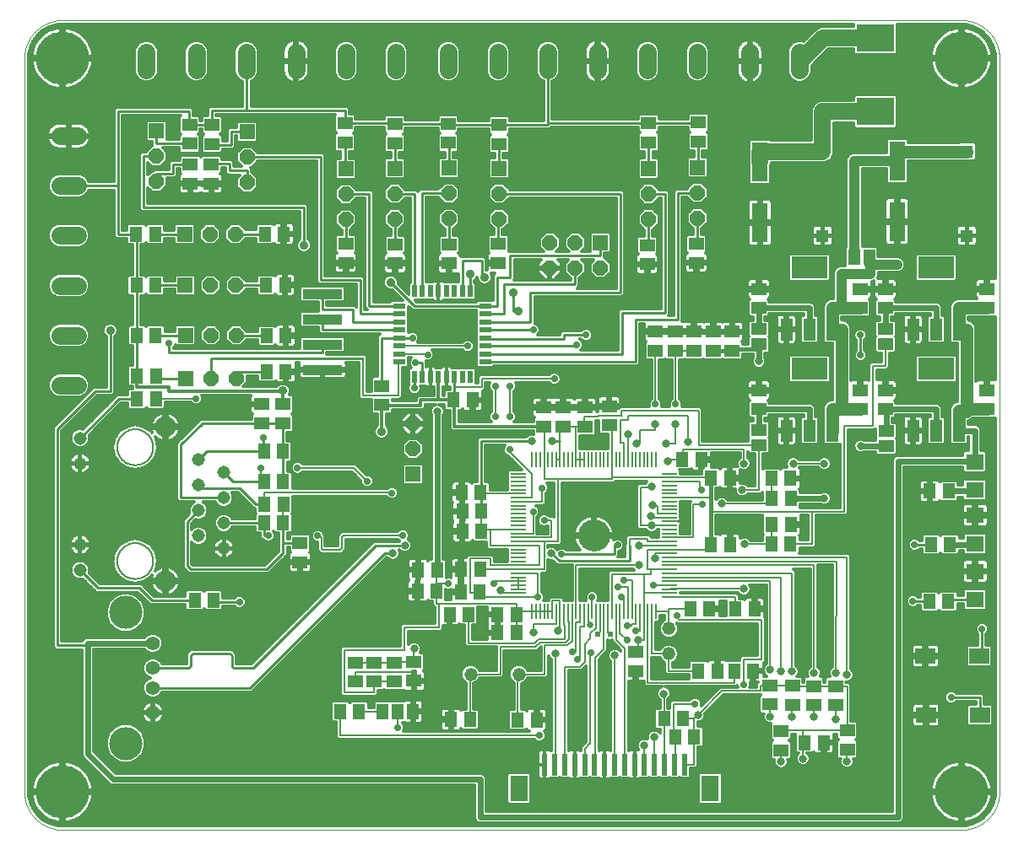
<source format=gtl>
G75*
%MOIN*%
%OFA0B0*%
%FSLAX25Y25*%
%IPPOS*%
%LPD*%
%AMOC8*
5,1,8,0,0,1.08239X$1,22.5*
%
%ADD10C,0.00000*%
%ADD11R,0.05906X0.05118*%
%ADD12R,0.05118X0.05906*%
%ADD13R,0.14961X0.11024*%
%ADD14R,0.07098X0.06299*%
%ADD15R,0.04800X0.08800*%
%ADD16R,0.14173X0.08661*%
%ADD17R,0.02362X0.08661*%
%ADD18R,0.07087X0.10236*%
%ADD19C,0.05200*%
%ADD20R,0.04600X0.06300*%
%ADD21R,0.06300X0.04600*%
%ADD22R,0.00787X0.06299*%
%ADD23R,0.06299X0.00787*%
%ADD24C,0.12661*%
%ADD25R,0.05150X0.05150*%
%ADD26C,0.00500*%
%ADD27C,0.08268*%
%ADD28C,0.05150*%
%ADD29C,0.07050*%
%ADD30C,0.05600*%
%ADD31C,0.13100*%
%ADD32C,0.21000*%
%ADD33R,0.02200X0.05000*%
%ADD34R,0.05000X0.02200*%
%ADD35R,0.06299X0.15748*%
%ADD36R,0.06000X0.06000*%
%ADD37OC8,0.06000*%
%ADD38R,0.07874X0.06299*%
%ADD39R,0.15748X0.03937*%
%ADD40C,0.00800*%
%ADD41C,0.02775*%
%ADD42C,0.01200*%
%ADD43C,0.05000*%
%ADD44C,0.02400*%
%ADD45C,0.04000*%
%ADD46C,0.01000*%
%ADD47C,0.03562*%
%ADD48C,0.03169*%
%ADD49C,0.01600*%
%ADD50C,0.00600*%
%ADD51C,0.02578*%
%ADD52C,0.02420*%
%ADD53C,0.06600*%
D10*
X0017225Y0002026D02*
X0372225Y0002026D01*
X0372587Y0002030D01*
X0372950Y0002044D01*
X0373312Y0002065D01*
X0373673Y0002096D01*
X0374033Y0002135D01*
X0374392Y0002183D01*
X0374750Y0002240D01*
X0375107Y0002305D01*
X0375462Y0002379D01*
X0375815Y0002462D01*
X0376166Y0002553D01*
X0376514Y0002652D01*
X0376860Y0002760D01*
X0377204Y0002876D01*
X0377544Y0003001D01*
X0377881Y0003133D01*
X0378215Y0003274D01*
X0378546Y0003423D01*
X0378873Y0003580D01*
X0379196Y0003744D01*
X0379515Y0003916D01*
X0379829Y0004096D01*
X0380140Y0004284D01*
X0380445Y0004479D01*
X0380746Y0004681D01*
X0381042Y0004891D01*
X0381332Y0005107D01*
X0381618Y0005331D01*
X0381898Y0005561D01*
X0382172Y0005798D01*
X0382440Y0006042D01*
X0382703Y0006292D01*
X0382959Y0006548D01*
X0383209Y0006811D01*
X0383453Y0007079D01*
X0383690Y0007353D01*
X0383920Y0007633D01*
X0384144Y0007919D01*
X0384360Y0008209D01*
X0384570Y0008505D01*
X0384772Y0008806D01*
X0384967Y0009111D01*
X0385155Y0009422D01*
X0385335Y0009736D01*
X0385507Y0010055D01*
X0385671Y0010378D01*
X0385828Y0010705D01*
X0385977Y0011036D01*
X0386118Y0011370D01*
X0386250Y0011707D01*
X0386375Y0012047D01*
X0386491Y0012391D01*
X0386599Y0012737D01*
X0386698Y0013085D01*
X0386789Y0013436D01*
X0386872Y0013789D01*
X0386946Y0014144D01*
X0387011Y0014501D01*
X0387068Y0014859D01*
X0387116Y0015218D01*
X0387155Y0015578D01*
X0387186Y0015939D01*
X0387207Y0016301D01*
X0387221Y0016664D01*
X0387225Y0017026D01*
X0387225Y0307026D01*
X0387221Y0307388D01*
X0387207Y0307751D01*
X0387186Y0308113D01*
X0387155Y0308474D01*
X0387116Y0308834D01*
X0387068Y0309193D01*
X0387011Y0309551D01*
X0386946Y0309908D01*
X0386872Y0310263D01*
X0386789Y0310616D01*
X0386698Y0310967D01*
X0386599Y0311315D01*
X0386491Y0311661D01*
X0386375Y0312005D01*
X0386250Y0312345D01*
X0386118Y0312682D01*
X0385977Y0313016D01*
X0385828Y0313347D01*
X0385671Y0313674D01*
X0385507Y0313997D01*
X0385335Y0314316D01*
X0385155Y0314630D01*
X0384967Y0314941D01*
X0384772Y0315246D01*
X0384570Y0315547D01*
X0384360Y0315843D01*
X0384144Y0316133D01*
X0383920Y0316419D01*
X0383690Y0316699D01*
X0383453Y0316973D01*
X0383209Y0317241D01*
X0382959Y0317504D01*
X0382703Y0317760D01*
X0382440Y0318010D01*
X0382172Y0318254D01*
X0381898Y0318491D01*
X0381618Y0318721D01*
X0381332Y0318945D01*
X0381042Y0319161D01*
X0380746Y0319371D01*
X0380445Y0319573D01*
X0380140Y0319768D01*
X0379829Y0319956D01*
X0379515Y0320136D01*
X0379196Y0320308D01*
X0378873Y0320472D01*
X0378546Y0320629D01*
X0378215Y0320778D01*
X0377881Y0320919D01*
X0377544Y0321051D01*
X0377204Y0321176D01*
X0376860Y0321292D01*
X0376514Y0321400D01*
X0376166Y0321499D01*
X0375815Y0321590D01*
X0375462Y0321673D01*
X0375107Y0321747D01*
X0374750Y0321812D01*
X0374392Y0321869D01*
X0374033Y0321917D01*
X0373673Y0321956D01*
X0373312Y0321987D01*
X0372950Y0322008D01*
X0372587Y0322022D01*
X0372225Y0322026D01*
X0017225Y0322026D01*
X0016863Y0322022D01*
X0016500Y0322008D01*
X0016138Y0321987D01*
X0015777Y0321956D01*
X0015417Y0321917D01*
X0015058Y0321869D01*
X0014700Y0321812D01*
X0014343Y0321747D01*
X0013988Y0321673D01*
X0013635Y0321590D01*
X0013284Y0321499D01*
X0012936Y0321400D01*
X0012590Y0321292D01*
X0012246Y0321176D01*
X0011906Y0321051D01*
X0011569Y0320919D01*
X0011235Y0320778D01*
X0010904Y0320629D01*
X0010577Y0320472D01*
X0010254Y0320308D01*
X0009935Y0320136D01*
X0009621Y0319956D01*
X0009310Y0319768D01*
X0009005Y0319573D01*
X0008704Y0319371D01*
X0008408Y0319161D01*
X0008118Y0318945D01*
X0007832Y0318721D01*
X0007552Y0318491D01*
X0007278Y0318254D01*
X0007010Y0318010D01*
X0006747Y0317760D01*
X0006491Y0317504D01*
X0006241Y0317241D01*
X0005997Y0316973D01*
X0005760Y0316699D01*
X0005530Y0316419D01*
X0005306Y0316133D01*
X0005090Y0315843D01*
X0004880Y0315547D01*
X0004678Y0315246D01*
X0004483Y0314941D01*
X0004295Y0314630D01*
X0004115Y0314316D01*
X0003943Y0313997D01*
X0003779Y0313674D01*
X0003622Y0313347D01*
X0003473Y0313016D01*
X0003332Y0312682D01*
X0003200Y0312345D01*
X0003075Y0312005D01*
X0002959Y0311661D01*
X0002851Y0311315D01*
X0002752Y0310967D01*
X0002661Y0310616D01*
X0002578Y0310263D01*
X0002504Y0309908D01*
X0002439Y0309551D01*
X0002382Y0309193D01*
X0002334Y0308834D01*
X0002295Y0308474D01*
X0002264Y0308113D01*
X0002243Y0307751D01*
X0002229Y0307388D01*
X0002225Y0307026D01*
X0002225Y0017026D01*
X0002229Y0016664D01*
X0002243Y0016301D01*
X0002264Y0015939D01*
X0002295Y0015578D01*
X0002334Y0015218D01*
X0002382Y0014859D01*
X0002439Y0014501D01*
X0002504Y0014144D01*
X0002578Y0013789D01*
X0002661Y0013436D01*
X0002752Y0013085D01*
X0002851Y0012737D01*
X0002959Y0012391D01*
X0003075Y0012047D01*
X0003200Y0011707D01*
X0003332Y0011370D01*
X0003473Y0011036D01*
X0003622Y0010705D01*
X0003779Y0010378D01*
X0003943Y0010055D01*
X0004115Y0009736D01*
X0004295Y0009422D01*
X0004483Y0009111D01*
X0004678Y0008806D01*
X0004880Y0008505D01*
X0005090Y0008209D01*
X0005306Y0007919D01*
X0005530Y0007633D01*
X0005760Y0007353D01*
X0005997Y0007079D01*
X0006241Y0006811D01*
X0006491Y0006548D01*
X0006747Y0006292D01*
X0007010Y0006042D01*
X0007278Y0005798D01*
X0007552Y0005561D01*
X0007832Y0005331D01*
X0008118Y0005107D01*
X0008408Y0004891D01*
X0008704Y0004681D01*
X0009005Y0004479D01*
X0009310Y0004284D01*
X0009621Y0004096D01*
X0009935Y0003916D01*
X0010254Y0003744D01*
X0010577Y0003580D01*
X0010904Y0003423D01*
X0011235Y0003274D01*
X0011569Y0003133D01*
X0011906Y0003001D01*
X0012246Y0002876D01*
X0012590Y0002760D01*
X0012936Y0002652D01*
X0013284Y0002553D01*
X0013635Y0002462D01*
X0013988Y0002379D01*
X0014343Y0002305D01*
X0014700Y0002240D01*
X0015058Y0002183D01*
X0015417Y0002135D01*
X0015777Y0002096D01*
X0016138Y0002065D01*
X0016500Y0002044D01*
X0016863Y0002030D01*
X0017225Y0002026D01*
D11*
X0132793Y0060539D03*
X0140239Y0060702D03*
X0148274Y0060633D03*
X0156093Y0060883D03*
X0156093Y0068364D03*
X0148274Y0068114D03*
X0140239Y0068182D03*
X0132793Y0068019D03*
X0111089Y0107842D03*
X0111089Y0115323D03*
X0104414Y0162741D03*
X0104414Y0170221D03*
X0095941Y0170209D03*
X0095941Y0162729D03*
X0143425Y0169965D03*
X0143425Y0177445D03*
X0148626Y0225941D03*
X0148626Y0233421D03*
X0129169Y0233594D03*
X0129169Y0226114D03*
X0169980Y0225889D03*
X0169980Y0233369D03*
X0189333Y0233596D03*
X0189333Y0226115D03*
X0189653Y0273111D03*
X0189653Y0280591D03*
X0169609Y0281020D03*
X0169609Y0273540D03*
X0148478Y0273428D03*
X0148478Y0280908D03*
X0128779Y0281228D03*
X0128779Y0273748D03*
X0076280Y0273125D03*
X0076280Y0280605D03*
X0067522Y0280721D03*
X0067522Y0273241D03*
X0067745Y0264945D03*
X0067745Y0257465D03*
X0076039Y0257384D03*
X0076039Y0264865D03*
X0207278Y0168974D03*
X0214921Y0168971D03*
X0223697Y0168976D03*
X0233148Y0169449D03*
X0233148Y0161968D03*
X0223697Y0161495D03*
X0214921Y0161491D03*
X0207278Y0161494D03*
X0251380Y0191443D03*
X0251380Y0198924D03*
X0259130Y0198990D03*
X0259130Y0191510D03*
X0266634Y0191475D03*
X0266634Y0198955D03*
X0274271Y0198867D03*
X0281746Y0198907D03*
X0281746Y0191427D03*
X0274271Y0191386D03*
X0292225Y0175766D03*
X0292225Y0168285D03*
X0332225Y0168285D03*
X0332225Y0175766D03*
X0342225Y0175766D03*
X0342225Y0168285D03*
X0382225Y0168285D03*
X0382225Y0175766D03*
X0382225Y0208285D03*
X0382225Y0215766D03*
X0342225Y0215766D03*
X0342225Y0208285D03*
X0332225Y0208285D03*
X0332225Y0215766D03*
X0292225Y0215766D03*
X0292225Y0208285D03*
X0267566Y0226140D03*
X0267566Y0233620D03*
X0248183Y0233066D03*
X0248183Y0225586D03*
X0248763Y0273834D03*
X0248763Y0281315D03*
X0268367Y0281556D03*
X0268367Y0274076D03*
X0243532Y0072269D03*
X0243532Y0064789D03*
X0296553Y0059008D03*
X0305577Y0058903D03*
X0313939Y0058854D03*
X0322502Y0058811D03*
X0322502Y0051331D03*
X0313939Y0051374D03*
X0305577Y0051422D03*
X0296553Y0051527D03*
X0300952Y0040972D03*
X0300952Y0033492D03*
X0327151Y0033846D03*
X0327151Y0041326D03*
D12*
X0317909Y0036493D03*
X0310429Y0036493D03*
X0289973Y0064804D03*
X0282493Y0064804D03*
X0275904Y0064829D03*
X0268424Y0064829D03*
X0262257Y0045908D03*
X0254776Y0045908D03*
X0259259Y0038789D03*
X0266739Y0038789D03*
X0265271Y0089412D03*
X0272752Y0089412D03*
X0283022Y0089348D03*
X0290502Y0089348D03*
X0297192Y0114958D03*
X0304672Y0114958D03*
X0304811Y0122592D03*
X0297330Y0122592D03*
X0297368Y0132885D03*
X0304849Y0132885D03*
X0304732Y0140877D03*
X0297252Y0140877D03*
X0280829Y0141078D03*
X0273349Y0141078D03*
X0269552Y0148392D03*
X0262072Y0148392D03*
X0273404Y0114853D03*
X0280884Y0114853D03*
X0360223Y0114805D03*
X0367704Y0114805D03*
X0367207Y0135888D03*
X0359726Y0135888D03*
X0359575Y0092316D03*
X0367055Y0092316D03*
X0204550Y0045461D03*
X0197070Y0045461D03*
X0178217Y0045632D03*
X0170737Y0045632D03*
X0134408Y0048751D03*
X0126928Y0048751D03*
X0170113Y0087121D03*
X0177594Y0087121D03*
X0174603Y0095959D03*
X0182083Y0095959D03*
X0182106Y0105031D03*
X0174626Y0105031D03*
X0165192Y0104820D03*
X0157711Y0104820D03*
X0157493Y0096411D03*
X0164974Y0096411D03*
X0188994Y0087161D03*
X0189051Y0079881D03*
X0196531Y0079881D03*
X0196475Y0087161D03*
X0182636Y0119947D03*
X0175156Y0119947D03*
X0175191Y0127872D03*
X0182671Y0127872D03*
X0182399Y0135394D03*
X0174918Y0135394D03*
X0171712Y0171912D03*
X0179193Y0171912D03*
X0105424Y0183111D03*
X0097944Y0183111D03*
X0097896Y0197318D03*
X0105376Y0197318D03*
X0105149Y0217337D03*
X0097668Y0217337D03*
X0097199Y0237492D03*
X0104679Y0237492D03*
X0053900Y0237452D03*
X0046420Y0237452D03*
X0046494Y0217224D03*
X0053974Y0217224D03*
X0054009Y0197392D03*
X0046529Y0197392D03*
X0046629Y0181429D03*
X0054110Y0181429D03*
X0054117Y0172249D03*
X0046637Y0172249D03*
X0096810Y0151600D03*
X0104290Y0151600D03*
X0104415Y0139525D03*
X0096934Y0139525D03*
X0096979Y0130757D03*
X0096923Y0123361D03*
X0104403Y0123361D03*
X0104459Y0130757D03*
X0076960Y0092739D03*
X0069480Y0092739D03*
D13*
X0338363Y0285892D03*
X0338363Y0315026D03*
D14*
X0377466Y0147521D03*
X0377466Y0136324D03*
X0377673Y0126302D03*
X0377673Y0115105D03*
X0377651Y0104172D03*
X0377651Y0092975D03*
D15*
X0371325Y0159826D03*
X0362225Y0159826D03*
X0353125Y0159826D03*
X0321325Y0159826D03*
X0312225Y0159826D03*
X0303125Y0159826D03*
X0303125Y0199826D03*
X0312225Y0199826D03*
X0321325Y0199826D03*
X0353125Y0199826D03*
X0362225Y0199826D03*
X0371325Y0199826D03*
D16*
X0362225Y0184226D03*
X0362225Y0224226D03*
X0312225Y0224226D03*
X0312225Y0184226D03*
D17*
X0262837Y0027825D03*
X0258900Y0027825D03*
X0254963Y0027825D03*
X0251026Y0027825D03*
X0247089Y0027825D03*
X0243152Y0027825D03*
X0239215Y0027825D03*
X0235278Y0027825D03*
X0231341Y0027825D03*
X0227404Y0027825D03*
X0223467Y0027825D03*
X0219530Y0027825D03*
X0215593Y0027825D03*
X0211656Y0027825D03*
X0207719Y0027825D03*
D18*
X0197482Y0018376D03*
X0273073Y0018376D03*
D19*
X0256685Y0071601D03*
X0256685Y0081601D03*
X0197466Y0063507D03*
X0178466Y0063507D03*
D20*
X0155756Y0048761D03*
X0149756Y0048761D03*
X0143756Y0048761D03*
X0329905Y0228469D03*
X0335905Y0228469D03*
D21*
X0342262Y0200020D03*
X0342262Y0194020D03*
X0342508Y0159630D03*
X0342508Y0153630D03*
X0292239Y0154188D03*
X0292239Y0160188D03*
X0292265Y0193895D03*
X0292265Y0199895D03*
D22*
X0251553Y0148281D03*
X0249978Y0148281D03*
X0248404Y0148281D03*
X0246829Y0148281D03*
X0245254Y0148281D03*
X0243679Y0148281D03*
X0242104Y0148281D03*
X0240530Y0148281D03*
X0238955Y0148281D03*
X0237380Y0148281D03*
X0235805Y0148281D03*
X0234230Y0148281D03*
X0232656Y0148281D03*
X0231081Y0148281D03*
X0229506Y0148281D03*
X0227931Y0148281D03*
X0226356Y0148281D03*
X0224782Y0148281D03*
X0223207Y0148281D03*
X0221632Y0148281D03*
X0220057Y0148281D03*
X0218482Y0148281D03*
X0216908Y0148281D03*
X0215333Y0148281D03*
X0213758Y0148281D03*
X0212183Y0148281D03*
X0210608Y0148281D03*
X0209034Y0148281D03*
X0207459Y0148281D03*
X0205884Y0148281D03*
X0204309Y0148281D03*
X0202734Y0148281D03*
X0202734Y0088439D03*
X0204309Y0088439D03*
X0205884Y0088439D03*
X0207459Y0088439D03*
X0209034Y0088439D03*
X0210608Y0088439D03*
X0212183Y0088439D03*
X0213758Y0088439D03*
X0215333Y0088439D03*
X0216908Y0088439D03*
X0218482Y0088439D03*
X0220057Y0088439D03*
X0221632Y0088439D03*
X0223207Y0088439D03*
X0224782Y0088439D03*
X0226356Y0088439D03*
X0227931Y0088439D03*
X0229506Y0088439D03*
X0231081Y0088439D03*
X0232656Y0088439D03*
X0234230Y0088439D03*
X0235805Y0088439D03*
X0237380Y0088439D03*
X0238955Y0088439D03*
X0240530Y0088439D03*
X0242104Y0088439D03*
X0243679Y0088439D03*
X0245254Y0088439D03*
X0246829Y0088439D03*
X0248404Y0088439D03*
X0249978Y0088439D03*
X0251553Y0088439D03*
D23*
X0257065Y0093951D03*
X0257065Y0095525D03*
X0257065Y0097100D03*
X0257065Y0098675D03*
X0257065Y0100250D03*
X0257065Y0101825D03*
X0257065Y0103399D03*
X0257065Y0104974D03*
X0257065Y0106549D03*
X0257065Y0108124D03*
X0257065Y0109699D03*
X0257065Y0111274D03*
X0257065Y0112848D03*
X0257065Y0114423D03*
X0257065Y0115998D03*
X0257065Y0117573D03*
X0257065Y0119148D03*
X0257065Y0120722D03*
X0257065Y0122297D03*
X0257065Y0123872D03*
X0257065Y0125447D03*
X0257065Y0127022D03*
X0257065Y0128596D03*
X0257065Y0130171D03*
X0257065Y0131746D03*
X0257065Y0133321D03*
X0257065Y0134896D03*
X0257065Y0136470D03*
X0257065Y0138045D03*
X0257065Y0139620D03*
X0257065Y0141195D03*
X0257065Y0142770D03*
X0197223Y0142770D03*
X0197223Y0141195D03*
X0197223Y0139620D03*
X0197223Y0138045D03*
X0197223Y0136470D03*
X0197223Y0134896D03*
X0197223Y0133321D03*
X0197223Y0131746D03*
X0197223Y0130171D03*
X0197223Y0128596D03*
X0197223Y0127022D03*
X0197223Y0125447D03*
X0197223Y0123872D03*
X0197223Y0122297D03*
X0197223Y0120722D03*
X0197223Y0119148D03*
X0197223Y0117573D03*
X0197223Y0115998D03*
X0197223Y0114423D03*
X0197223Y0112848D03*
X0197223Y0111274D03*
X0197223Y0109699D03*
X0197223Y0108124D03*
X0197223Y0106549D03*
X0197223Y0104974D03*
X0197223Y0103399D03*
X0197223Y0101825D03*
X0197223Y0100250D03*
X0197223Y0098675D03*
X0197223Y0097100D03*
X0197223Y0095525D03*
X0197223Y0093951D03*
D24*
X0227144Y0118360D03*
D25*
X0317400Y0236803D03*
X0317400Y0270110D03*
X0374329Y0270110D03*
X0374329Y0236803D03*
D26*
X0038878Y0153266D02*
X0038880Y0153440D01*
X0038887Y0153614D01*
X0038897Y0153787D01*
X0038912Y0153961D01*
X0038931Y0154134D01*
X0038955Y0154306D01*
X0038982Y0154478D01*
X0039014Y0154649D01*
X0039050Y0154819D01*
X0039090Y0154988D01*
X0039135Y0155156D01*
X0039183Y0155323D01*
X0039236Y0155489D01*
X0039292Y0155654D01*
X0039353Y0155817D01*
X0039417Y0155978D01*
X0039486Y0156138D01*
X0039558Y0156296D01*
X0039635Y0156452D01*
X0039715Y0156607D01*
X0039799Y0156759D01*
X0039886Y0156909D01*
X0039978Y0157058D01*
X0040072Y0157203D01*
X0040171Y0157347D01*
X0040273Y0157488D01*
X0040378Y0157626D01*
X0040487Y0157762D01*
X0040599Y0157895D01*
X0040714Y0158025D01*
X0040832Y0158153D01*
X0040954Y0158277D01*
X0041078Y0158399D01*
X0041206Y0158517D01*
X0041336Y0158632D01*
X0041469Y0158744D01*
X0041605Y0158853D01*
X0041743Y0158958D01*
X0041884Y0159060D01*
X0042028Y0159159D01*
X0042173Y0159253D01*
X0042322Y0159345D01*
X0042472Y0159432D01*
X0042624Y0159516D01*
X0042779Y0159596D01*
X0042935Y0159673D01*
X0043093Y0159745D01*
X0043253Y0159814D01*
X0043414Y0159878D01*
X0043577Y0159939D01*
X0043742Y0159995D01*
X0043908Y0160048D01*
X0044075Y0160096D01*
X0044243Y0160141D01*
X0044412Y0160181D01*
X0044582Y0160217D01*
X0044753Y0160249D01*
X0044925Y0160276D01*
X0045097Y0160300D01*
X0045270Y0160319D01*
X0045444Y0160334D01*
X0045617Y0160344D01*
X0045791Y0160351D01*
X0045965Y0160353D01*
X0046139Y0160351D01*
X0046313Y0160344D01*
X0046486Y0160334D01*
X0046660Y0160319D01*
X0046833Y0160300D01*
X0047005Y0160276D01*
X0047177Y0160249D01*
X0047348Y0160217D01*
X0047518Y0160181D01*
X0047687Y0160141D01*
X0047855Y0160096D01*
X0048022Y0160048D01*
X0048188Y0159995D01*
X0048353Y0159939D01*
X0048516Y0159878D01*
X0048677Y0159814D01*
X0048837Y0159745D01*
X0048995Y0159673D01*
X0049151Y0159596D01*
X0049306Y0159516D01*
X0049458Y0159432D01*
X0049608Y0159345D01*
X0049757Y0159253D01*
X0049902Y0159159D01*
X0050046Y0159060D01*
X0050187Y0158958D01*
X0050325Y0158853D01*
X0050461Y0158744D01*
X0050594Y0158632D01*
X0050724Y0158517D01*
X0050852Y0158399D01*
X0050976Y0158277D01*
X0051098Y0158153D01*
X0051216Y0158025D01*
X0051331Y0157895D01*
X0051443Y0157762D01*
X0051552Y0157626D01*
X0051657Y0157488D01*
X0051759Y0157347D01*
X0051858Y0157203D01*
X0051952Y0157058D01*
X0052044Y0156909D01*
X0052131Y0156759D01*
X0052215Y0156607D01*
X0052295Y0156452D01*
X0052372Y0156296D01*
X0052444Y0156138D01*
X0052513Y0155978D01*
X0052577Y0155817D01*
X0052638Y0155654D01*
X0052694Y0155489D01*
X0052747Y0155323D01*
X0052795Y0155156D01*
X0052840Y0154988D01*
X0052880Y0154819D01*
X0052916Y0154649D01*
X0052948Y0154478D01*
X0052975Y0154306D01*
X0052999Y0154134D01*
X0053018Y0153961D01*
X0053033Y0153787D01*
X0053043Y0153614D01*
X0053050Y0153440D01*
X0053052Y0153266D01*
X0053050Y0153092D01*
X0053043Y0152918D01*
X0053033Y0152745D01*
X0053018Y0152571D01*
X0052999Y0152398D01*
X0052975Y0152226D01*
X0052948Y0152054D01*
X0052916Y0151883D01*
X0052880Y0151713D01*
X0052840Y0151544D01*
X0052795Y0151376D01*
X0052747Y0151209D01*
X0052694Y0151043D01*
X0052638Y0150878D01*
X0052577Y0150715D01*
X0052513Y0150554D01*
X0052444Y0150394D01*
X0052372Y0150236D01*
X0052295Y0150080D01*
X0052215Y0149925D01*
X0052131Y0149773D01*
X0052044Y0149623D01*
X0051952Y0149474D01*
X0051858Y0149329D01*
X0051759Y0149185D01*
X0051657Y0149044D01*
X0051552Y0148906D01*
X0051443Y0148770D01*
X0051331Y0148637D01*
X0051216Y0148507D01*
X0051098Y0148379D01*
X0050976Y0148255D01*
X0050852Y0148133D01*
X0050724Y0148015D01*
X0050594Y0147900D01*
X0050461Y0147788D01*
X0050325Y0147679D01*
X0050187Y0147574D01*
X0050046Y0147472D01*
X0049902Y0147373D01*
X0049757Y0147279D01*
X0049608Y0147187D01*
X0049458Y0147100D01*
X0049306Y0147016D01*
X0049151Y0146936D01*
X0048995Y0146859D01*
X0048837Y0146787D01*
X0048677Y0146718D01*
X0048516Y0146654D01*
X0048353Y0146593D01*
X0048188Y0146537D01*
X0048022Y0146484D01*
X0047855Y0146436D01*
X0047687Y0146391D01*
X0047518Y0146351D01*
X0047348Y0146315D01*
X0047177Y0146283D01*
X0047005Y0146256D01*
X0046833Y0146232D01*
X0046660Y0146213D01*
X0046486Y0146198D01*
X0046313Y0146188D01*
X0046139Y0146181D01*
X0045965Y0146179D01*
X0045791Y0146181D01*
X0045617Y0146188D01*
X0045444Y0146198D01*
X0045270Y0146213D01*
X0045097Y0146232D01*
X0044925Y0146256D01*
X0044753Y0146283D01*
X0044582Y0146315D01*
X0044412Y0146351D01*
X0044243Y0146391D01*
X0044075Y0146436D01*
X0043908Y0146484D01*
X0043742Y0146537D01*
X0043577Y0146593D01*
X0043414Y0146654D01*
X0043253Y0146718D01*
X0043093Y0146787D01*
X0042935Y0146859D01*
X0042779Y0146936D01*
X0042624Y0147016D01*
X0042472Y0147100D01*
X0042322Y0147187D01*
X0042173Y0147279D01*
X0042028Y0147373D01*
X0041884Y0147472D01*
X0041743Y0147574D01*
X0041605Y0147679D01*
X0041469Y0147788D01*
X0041336Y0147900D01*
X0041206Y0148015D01*
X0041078Y0148133D01*
X0040954Y0148255D01*
X0040832Y0148379D01*
X0040714Y0148507D01*
X0040599Y0148637D01*
X0040487Y0148770D01*
X0040378Y0148906D01*
X0040273Y0149044D01*
X0040171Y0149185D01*
X0040072Y0149329D01*
X0039978Y0149474D01*
X0039886Y0149623D01*
X0039799Y0149773D01*
X0039715Y0149925D01*
X0039635Y0150080D01*
X0039558Y0150236D01*
X0039486Y0150394D01*
X0039417Y0150554D01*
X0039353Y0150715D01*
X0039292Y0150878D01*
X0039236Y0151043D01*
X0039183Y0151209D01*
X0039135Y0151376D01*
X0039090Y0151544D01*
X0039050Y0151713D01*
X0039014Y0151883D01*
X0038982Y0152054D01*
X0038955Y0152226D01*
X0038931Y0152398D01*
X0038912Y0152571D01*
X0038897Y0152745D01*
X0038887Y0152918D01*
X0038880Y0153092D01*
X0038878Y0153266D01*
X0038878Y0108266D02*
X0038880Y0108440D01*
X0038887Y0108614D01*
X0038897Y0108787D01*
X0038912Y0108961D01*
X0038931Y0109134D01*
X0038955Y0109306D01*
X0038982Y0109478D01*
X0039014Y0109649D01*
X0039050Y0109819D01*
X0039090Y0109988D01*
X0039135Y0110156D01*
X0039183Y0110323D01*
X0039236Y0110489D01*
X0039292Y0110654D01*
X0039353Y0110817D01*
X0039417Y0110978D01*
X0039486Y0111138D01*
X0039558Y0111296D01*
X0039635Y0111452D01*
X0039715Y0111607D01*
X0039799Y0111759D01*
X0039886Y0111909D01*
X0039978Y0112058D01*
X0040072Y0112203D01*
X0040171Y0112347D01*
X0040273Y0112488D01*
X0040378Y0112626D01*
X0040487Y0112762D01*
X0040599Y0112895D01*
X0040714Y0113025D01*
X0040832Y0113153D01*
X0040954Y0113277D01*
X0041078Y0113399D01*
X0041206Y0113517D01*
X0041336Y0113632D01*
X0041469Y0113744D01*
X0041605Y0113853D01*
X0041743Y0113958D01*
X0041884Y0114060D01*
X0042028Y0114159D01*
X0042173Y0114253D01*
X0042322Y0114345D01*
X0042472Y0114432D01*
X0042624Y0114516D01*
X0042779Y0114596D01*
X0042935Y0114673D01*
X0043093Y0114745D01*
X0043253Y0114814D01*
X0043414Y0114878D01*
X0043577Y0114939D01*
X0043742Y0114995D01*
X0043908Y0115048D01*
X0044075Y0115096D01*
X0044243Y0115141D01*
X0044412Y0115181D01*
X0044582Y0115217D01*
X0044753Y0115249D01*
X0044925Y0115276D01*
X0045097Y0115300D01*
X0045270Y0115319D01*
X0045444Y0115334D01*
X0045617Y0115344D01*
X0045791Y0115351D01*
X0045965Y0115353D01*
X0046139Y0115351D01*
X0046313Y0115344D01*
X0046486Y0115334D01*
X0046660Y0115319D01*
X0046833Y0115300D01*
X0047005Y0115276D01*
X0047177Y0115249D01*
X0047348Y0115217D01*
X0047518Y0115181D01*
X0047687Y0115141D01*
X0047855Y0115096D01*
X0048022Y0115048D01*
X0048188Y0114995D01*
X0048353Y0114939D01*
X0048516Y0114878D01*
X0048677Y0114814D01*
X0048837Y0114745D01*
X0048995Y0114673D01*
X0049151Y0114596D01*
X0049306Y0114516D01*
X0049458Y0114432D01*
X0049608Y0114345D01*
X0049757Y0114253D01*
X0049902Y0114159D01*
X0050046Y0114060D01*
X0050187Y0113958D01*
X0050325Y0113853D01*
X0050461Y0113744D01*
X0050594Y0113632D01*
X0050724Y0113517D01*
X0050852Y0113399D01*
X0050976Y0113277D01*
X0051098Y0113153D01*
X0051216Y0113025D01*
X0051331Y0112895D01*
X0051443Y0112762D01*
X0051552Y0112626D01*
X0051657Y0112488D01*
X0051759Y0112347D01*
X0051858Y0112203D01*
X0051952Y0112058D01*
X0052044Y0111909D01*
X0052131Y0111759D01*
X0052215Y0111607D01*
X0052295Y0111452D01*
X0052372Y0111296D01*
X0052444Y0111138D01*
X0052513Y0110978D01*
X0052577Y0110817D01*
X0052638Y0110654D01*
X0052694Y0110489D01*
X0052747Y0110323D01*
X0052795Y0110156D01*
X0052840Y0109988D01*
X0052880Y0109819D01*
X0052916Y0109649D01*
X0052948Y0109478D01*
X0052975Y0109306D01*
X0052999Y0109134D01*
X0053018Y0108961D01*
X0053033Y0108787D01*
X0053043Y0108614D01*
X0053050Y0108440D01*
X0053052Y0108266D01*
X0053050Y0108092D01*
X0053043Y0107918D01*
X0053033Y0107745D01*
X0053018Y0107571D01*
X0052999Y0107398D01*
X0052975Y0107226D01*
X0052948Y0107054D01*
X0052916Y0106883D01*
X0052880Y0106713D01*
X0052840Y0106544D01*
X0052795Y0106376D01*
X0052747Y0106209D01*
X0052694Y0106043D01*
X0052638Y0105878D01*
X0052577Y0105715D01*
X0052513Y0105554D01*
X0052444Y0105394D01*
X0052372Y0105236D01*
X0052295Y0105080D01*
X0052215Y0104925D01*
X0052131Y0104773D01*
X0052044Y0104623D01*
X0051952Y0104474D01*
X0051858Y0104329D01*
X0051759Y0104185D01*
X0051657Y0104044D01*
X0051552Y0103906D01*
X0051443Y0103770D01*
X0051331Y0103637D01*
X0051216Y0103507D01*
X0051098Y0103379D01*
X0050976Y0103255D01*
X0050852Y0103133D01*
X0050724Y0103015D01*
X0050594Y0102900D01*
X0050461Y0102788D01*
X0050325Y0102679D01*
X0050187Y0102574D01*
X0050046Y0102472D01*
X0049902Y0102373D01*
X0049757Y0102279D01*
X0049608Y0102187D01*
X0049458Y0102100D01*
X0049306Y0102016D01*
X0049151Y0101936D01*
X0048995Y0101859D01*
X0048837Y0101787D01*
X0048677Y0101718D01*
X0048516Y0101654D01*
X0048353Y0101593D01*
X0048188Y0101537D01*
X0048022Y0101484D01*
X0047855Y0101436D01*
X0047687Y0101391D01*
X0047518Y0101351D01*
X0047348Y0101315D01*
X0047177Y0101283D01*
X0047005Y0101256D01*
X0046833Y0101232D01*
X0046660Y0101213D01*
X0046486Y0101198D01*
X0046313Y0101188D01*
X0046139Y0101181D01*
X0045965Y0101179D01*
X0045791Y0101181D01*
X0045617Y0101188D01*
X0045444Y0101198D01*
X0045270Y0101213D01*
X0045097Y0101232D01*
X0044925Y0101256D01*
X0044753Y0101283D01*
X0044582Y0101315D01*
X0044412Y0101351D01*
X0044243Y0101391D01*
X0044075Y0101436D01*
X0043908Y0101484D01*
X0043742Y0101537D01*
X0043577Y0101593D01*
X0043414Y0101654D01*
X0043253Y0101718D01*
X0043093Y0101787D01*
X0042935Y0101859D01*
X0042779Y0101936D01*
X0042624Y0102016D01*
X0042472Y0102100D01*
X0042322Y0102187D01*
X0042173Y0102279D01*
X0042028Y0102373D01*
X0041884Y0102472D01*
X0041743Y0102574D01*
X0041605Y0102679D01*
X0041469Y0102788D01*
X0041336Y0102900D01*
X0041206Y0103015D01*
X0041078Y0103133D01*
X0040954Y0103255D01*
X0040832Y0103379D01*
X0040714Y0103507D01*
X0040599Y0103637D01*
X0040487Y0103770D01*
X0040378Y0103906D01*
X0040273Y0104044D01*
X0040171Y0104185D01*
X0040072Y0104329D01*
X0039978Y0104474D01*
X0039886Y0104623D01*
X0039799Y0104773D01*
X0039715Y0104925D01*
X0039635Y0105080D01*
X0039558Y0105236D01*
X0039486Y0105394D01*
X0039417Y0105554D01*
X0039353Y0105715D01*
X0039292Y0105878D01*
X0039236Y0106043D01*
X0039183Y0106209D01*
X0039135Y0106376D01*
X0039090Y0106544D01*
X0039050Y0106713D01*
X0039014Y0106883D01*
X0038982Y0107054D01*
X0038955Y0107226D01*
X0038931Y0107398D01*
X0038912Y0107571D01*
X0038897Y0107745D01*
X0038887Y0107918D01*
X0038880Y0108092D01*
X0038878Y0108266D01*
D27*
X0057973Y0100274D03*
X0057973Y0161258D03*
D28*
X0070965Y0148246D03*
X0080965Y0143285D03*
X0070965Y0138246D03*
X0080965Y0133285D03*
X0070965Y0128246D03*
X0080965Y0123285D03*
X0070965Y0118246D03*
X0080965Y0113285D03*
X0024233Y0114683D03*
X0024233Y0104683D03*
X0024233Y0146848D03*
X0024233Y0156848D03*
D29*
X0023333Y0177813D02*
X0016283Y0177813D01*
X0016283Y0197498D02*
X0023333Y0197498D01*
X0023333Y0217183D02*
X0016283Y0217183D01*
X0016283Y0236868D02*
X0023333Y0236868D01*
X0023333Y0256553D02*
X0016283Y0256553D01*
X0016283Y0276238D02*
X0023333Y0276238D01*
X0050429Y0302292D02*
X0050429Y0309342D01*
X0070114Y0309342D02*
X0070114Y0302292D01*
X0089799Y0302292D02*
X0089799Y0309342D01*
X0109484Y0309342D02*
X0109484Y0302292D01*
X0129169Y0302292D02*
X0129169Y0309342D01*
X0148854Y0309342D02*
X0148854Y0302292D01*
X0169513Y0302280D02*
X0169513Y0309330D01*
X0189198Y0309330D02*
X0189198Y0302280D01*
X0208883Y0302280D02*
X0208883Y0309330D01*
X0228568Y0309330D02*
X0228568Y0302280D01*
X0248253Y0302280D02*
X0248253Y0309330D01*
X0267938Y0309330D02*
X0267938Y0302280D01*
X0288712Y0302242D02*
X0288712Y0309292D01*
X0308397Y0309292D02*
X0308397Y0302242D01*
D30*
X0052925Y0075776D03*
X0052925Y0065976D03*
X0052925Y0058076D03*
X0052925Y0048276D03*
D31*
X0042225Y0036176D03*
X0042225Y0087876D03*
D32*
X0017225Y0017026D03*
X0017225Y0307026D03*
X0372225Y0307026D03*
X0372225Y0017026D03*
D33*
X0178282Y0181105D03*
X0175132Y0181105D03*
X0171983Y0181105D03*
X0168833Y0181105D03*
X0165683Y0181105D03*
X0162534Y0181105D03*
X0159384Y0181105D03*
X0156235Y0181105D03*
X0156235Y0214905D03*
X0159384Y0214905D03*
X0162534Y0214905D03*
X0165683Y0214905D03*
X0168833Y0214905D03*
X0171983Y0214905D03*
X0175132Y0214905D03*
X0178282Y0214905D03*
D34*
X0184158Y0209028D03*
X0184158Y0205879D03*
X0184158Y0202729D03*
X0184158Y0199579D03*
X0184158Y0196430D03*
X0184158Y0193280D03*
X0184158Y0190131D03*
X0184158Y0186981D03*
X0150358Y0186981D03*
X0150358Y0190131D03*
X0150358Y0193280D03*
X0150358Y0196430D03*
X0150358Y0199579D03*
X0150358Y0202729D03*
X0150358Y0205879D03*
X0150358Y0209028D03*
D35*
X0292710Y0242006D03*
X0292710Y0266022D03*
X0346841Y0266407D03*
X0346841Y0242391D03*
D36*
X0267970Y0263785D03*
X0248649Y0263332D03*
X0229689Y0234100D03*
X0189660Y0263484D03*
X0169874Y0263571D03*
X0148466Y0263395D03*
X0129162Y0263272D03*
X0090221Y0277915D03*
X0054349Y0278277D03*
X0065441Y0237418D03*
X0065664Y0217247D03*
X0065882Y0197444D03*
X0066014Y0180444D03*
X0155658Y0142529D03*
D37*
X0155658Y0152529D03*
X0155658Y0162529D03*
X0086014Y0180444D03*
X0076014Y0180444D03*
X0075882Y0197444D03*
X0085882Y0197444D03*
X0085664Y0217247D03*
X0075664Y0217247D03*
X0075441Y0237418D03*
X0085441Y0237418D03*
X0090221Y0257915D03*
X0090221Y0267915D03*
X0054349Y0268277D03*
X0054349Y0258277D03*
X0129162Y0253272D03*
X0129162Y0243272D03*
X0148466Y0243395D03*
X0148466Y0253395D03*
X0169874Y0253571D03*
X0169874Y0243571D03*
X0189660Y0243484D03*
X0189660Y0253484D03*
X0209689Y0234100D03*
X0209689Y0224100D03*
X0219689Y0224100D03*
X0229689Y0224100D03*
X0219689Y0234100D03*
X0248649Y0243332D03*
X0248649Y0253332D03*
X0267970Y0253785D03*
X0267970Y0243785D03*
D38*
X0358006Y0070703D03*
X0379266Y0070703D03*
X0379484Y0047422D03*
X0358224Y0047422D03*
D39*
X0119963Y0183840D03*
X0119963Y0193840D03*
X0119963Y0203840D03*
X0119963Y0213840D03*
D40*
X0135849Y0188319D02*
X0135883Y0173679D01*
X0149897Y0173679D01*
X0149863Y0186981D01*
X0150358Y0190131D02*
X0161501Y0190131D01*
X0161501Y0189783D01*
X0150358Y0193233D02*
X0177254Y0193233D01*
X0182803Y0180301D02*
X0211540Y0180301D01*
X0223207Y0165303D02*
X0228560Y0165303D01*
X0228560Y0165718D01*
X0238055Y0165718D01*
X0238138Y0165718D01*
X0238055Y0165718D02*
X0238055Y0167746D01*
X0268438Y0167746D01*
X0268438Y0154188D01*
X0292239Y0154188D01*
X0292239Y0136355D01*
X0285599Y0136355D01*
X0277643Y0130916D02*
X0296118Y0130916D01*
X0296186Y0130918D01*
X0296253Y0130923D01*
X0296320Y0130932D01*
X0296387Y0130945D01*
X0296452Y0130962D01*
X0296517Y0130981D01*
X0296581Y0131005D01*
X0296643Y0131032D01*
X0296704Y0131062D01*
X0296762Y0131095D01*
X0296819Y0131131D01*
X0296874Y0131171D01*
X0296927Y0131213D01*
X0296978Y0131259D01*
X0297025Y0131306D01*
X0297071Y0131357D01*
X0297113Y0131410D01*
X0297153Y0131465D01*
X0297189Y0131522D01*
X0297222Y0131580D01*
X0297252Y0131641D01*
X0297279Y0131703D01*
X0297303Y0131767D01*
X0297322Y0131832D01*
X0297339Y0131897D01*
X0297352Y0131964D01*
X0297361Y0132031D01*
X0297366Y0132098D01*
X0297368Y0132166D01*
X0297368Y0132885D01*
X0297368Y0140761D01*
X0297369Y0140761D02*
X0297367Y0140781D01*
X0297362Y0140801D01*
X0297353Y0140820D01*
X0297342Y0140836D01*
X0297327Y0140851D01*
X0297311Y0140862D01*
X0297292Y0140871D01*
X0297272Y0140876D01*
X0297252Y0140878D01*
X0305845Y0146803D02*
X0318024Y0146803D01*
X0318035Y0146802D01*
X0318045Y0146797D01*
X0318054Y0146791D01*
X0318060Y0146782D01*
X0318065Y0146772D01*
X0318066Y0146761D01*
X0325967Y0161767D02*
X0337259Y0161767D01*
X0337259Y0185301D01*
X0342262Y0185301D01*
X0342262Y0194020D01*
X0325967Y0161767D02*
X0325967Y0127823D01*
X0313358Y0127823D01*
X0313358Y0114958D01*
X0304672Y0114958D01*
X0297192Y0114958D02*
X0297192Y0122592D01*
X0297330Y0122592D01*
X0297192Y0114958D02*
X0297192Y0114904D01*
X0286620Y0114904D01*
X0273404Y0114853D02*
X0271399Y0112848D01*
X0257065Y0112848D01*
X0248356Y0112848D01*
X0248356Y0104952D01*
X0249626Y0104952D01*
X0249626Y0103105D01*
X0247225Y0103105D01*
X0234230Y0103105D01*
X0234230Y0088439D01*
X0232656Y0088439D02*
X0232656Y0080126D01*
X0233574Y0079208D01*
X0235805Y0077181D02*
X0235805Y0088439D01*
X0237380Y0088439D02*
X0237380Y0079686D01*
X0240154Y0076912D01*
X0239193Y0073793D02*
X0235805Y0077181D01*
X0239193Y0073793D02*
X0239193Y0027825D01*
X0239215Y0027825D01*
X0235345Y0027892D02*
X0235345Y0070937D01*
X0231081Y0073500D02*
X0231081Y0088439D01*
X0229506Y0088439D02*
X0229506Y0080246D01*
X0228629Y0079369D01*
X0227931Y0081820D02*
X0225694Y0079582D01*
X0225694Y0077637D01*
X0223505Y0075449D01*
X0223505Y0068462D01*
X0221537Y0066493D01*
X0215593Y0066493D01*
X0215593Y0027825D01*
X0211796Y0027965D02*
X0211796Y0071552D01*
X0218564Y0072310D02*
X0219950Y0072310D01*
X0219950Y0083987D01*
X0221632Y0083987D01*
X0221632Y0088439D01*
X0223207Y0088439D02*
X0223207Y0082444D01*
X0221554Y0082444D01*
X0221554Y0079565D01*
X0221554Y0069316D01*
X0220568Y0069316D01*
X0225437Y0071405D02*
X0225437Y0035889D01*
X0225381Y0035889D01*
X0223467Y0033975D01*
X0223467Y0027825D01*
X0223795Y0028153D01*
X0227404Y0027825D02*
X0227525Y0027946D01*
X0227525Y0069943D01*
X0231081Y0073500D01*
X0225970Y0072069D02*
X0225970Y0071405D01*
X0225437Y0071405D01*
X0221554Y0079565D02*
X0221535Y0079565D01*
X0224782Y0083110D02*
X0225533Y0083110D01*
X0224782Y0083110D02*
X0224782Y0088439D01*
X0226356Y0088439D02*
X0226356Y0093951D01*
X0227931Y0088439D02*
X0227931Y0081820D01*
X0220057Y0088439D02*
X0220057Y0106574D01*
X0244874Y0106574D01*
X0246829Y0102708D02*
X0246829Y0095525D01*
X0246829Y0088439D01*
X0246829Y0077022D01*
X0244493Y0077022D01*
X0244497Y0072269D01*
X0243532Y0072269D01*
X0249978Y0071601D02*
X0249978Y0088439D01*
X0248404Y0088439D02*
X0248404Y0060186D01*
X0282493Y0060186D01*
X0282493Y0064804D01*
X0286333Y0069439D02*
X0286333Y0059522D01*
X0292932Y0059008D02*
X0292932Y0056857D01*
X0277689Y0056857D01*
X0268241Y0047409D01*
X0266739Y0045908D01*
X0266739Y0038789D01*
X0266739Y0027825D01*
X0262837Y0027825D01*
X0259259Y0028184D02*
X0259259Y0038789D01*
X0258532Y0039516D01*
X0258532Y0051798D01*
X0267019Y0051798D01*
X0266739Y0045908D02*
X0262257Y0045908D01*
X0258588Y0039460D02*
X0258590Y0039410D01*
X0258595Y0039360D01*
X0258605Y0039311D01*
X0258618Y0039262D01*
X0258634Y0039215D01*
X0258654Y0039169D01*
X0258678Y0039125D01*
X0258705Y0039082D01*
X0258734Y0039042D01*
X0258767Y0039004D01*
X0258803Y0038968D01*
X0258841Y0038935D01*
X0258881Y0038906D01*
X0258924Y0038879D01*
X0258968Y0038855D01*
X0259014Y0038835D01*
X0259061Y0038819D01*
X0259110Y0038806D01*
X0259159Y0038796D01*
X0259209Y0038791D01*
X0259259Y0038789D01*
X0250909Y0038687D02*
X0250909Y0027825D01*
X0251026Y0027825D01*
X0254776Y0028011D02*
X0254776Y0045908D01*
X0254776Y0051868D01*
X0254778Y0051868D01*
X0254778Y0055846D01*
X0254749Y0055846D01*
X0256685Y0064829D02*
X0256685Y0071601D01*
X0249978Y0071601D01*
X0256685Y0064829D02*
X0268424Y0064829D01*
X0286333Y0069439D02*
X0293247Y0069439D01*
X0293247Y0085065D01*
X0260737Y0085065D01*
X0260036Y0086557D01*
X0256685Y0088439D02*
X0256685Y0081601D01*
X0256685Y0089412D01*
X0265271Y0089412D01*
X0256685Y0088439D02*
X0251553Y0088439D01*
X0245254Y0088439D02*
X0245254Y0080530D01*
X0243627Y0080530D01*
X0242059Y0082660D02*
X0240250Y0082660D01*
X0242059Y0082660D02*
X0242059Y0083324D01*
X0243679Y0083324D01*
X0243679Y0088439D01*
X0242104Y0088439D02*
X0242104Y0100648D01*
X0239004Y0100648D01*
X0240530Y0097886D02*
X0236653Y0097886D01*
X0236626Y0097913D01*
X0240530Y0097886D02*
X0240530Y0088439D01*
X0238955Y0088439D02*
X0238955Y0094056D01*
X0237858Y0094056D01*
X0246829Y0095525D02*
X0257065Y0095525D01*
X0257065Y0093951D02*
X0283022Y0093951D01*
X0283022Y0089348D01*
X0286346Y0097197D02*
X0257162Y0097197D01*
X0257145Y0097196D01*
X0257129Y0097191D01*
X0257114Y0097184D01*
X0257100Y0097174D01*
X0257088Y0097162D01*
X0257078Y0097149D01*
X0257071Y0097133D01*
X0257066Y0097117D01*
X0257065Y0097100D01*
X0257065Y0098675D02*
X0250700Y0098675D01*
X0250700Y0098647D01*
X0246829Y0102708D02*
X0246831Y0102747D01*
X0246837Y0102785D01*
X0246846Y0102823D01*
X0246859Y0102860D01*
X0246876Y0102895D01*
X0246896Y0102928D01*
X0246919Y0102959D01*
X0246945Y0102988D01*
X0246974Y0103014D01*
X0247005Y0103037D01*
X0247038Y0103057D01*
X0247073Y0103074D01*
X0247110Y0103087D01*
X0247148Y0103096D01*
X0247186Y0103102D01*
X0247225Y0103104D01*
X0249626Y0104952D02*
X0257043Y0104952D01*
X0257065Y0104974D01*
X0257065Y0103399D02*
X0305367Y0103399D01*
X0305367Y0064536D01*
X0301057Y0064832D02*
X0301057Y0101825D01*
X0257065Y0101825D01*
X0257065Y0100250D02*
X0296761Y0100250D01*
X0296761Y0065200D01*
X0296553Y0059008D02*
X0296555Y0058990D01*
X0296559Y0058972D01*
X0296567Y0058956D01*
X0296578Y0058941D01*
X0296591Y0058928D01*
X0296606Y0058917D01*
X0296622Y0058909D01*
X0296640Y0058905D01*
X0296658Y0058903D01*
X0305577Y0058903D01*
X0305578Y0058903D02*
X0305580Y0058891D01*
X0305584Y0058879D01*
X0305592Y0058869D01*
X0305602Y0058861D01*
X0305614Y0058857D01*
X0305626Y0058855D01*
X0305626Y0058854D02*
X0313939Y0058854D01*
X0313940Y0058843D01*
X0313945Y0058833D01*
X0313952Y0058824D01*
X0313961Y0058817D01*
X0313971Y0058812D01*
X0313982Y0058811D01*
X0322502Y0058811D01*
X0327151Y0058811D01*
X0327151Y0041326D01*
X0309715Y0041326D01*
X0309715Y0036493D01*
X0310429Y0036493D01*
X0309715Y0036493D02*
X0309715Y0030110D01*
X0301066Y0028904D02*
X0300952Y0028904D01*
X0300952Y0033492D01*
X0300952Y0040972D02*
X0300954Y0041009D01*
X0300960Y0041046D01*
X0300969Y0041081D01*
X0300983Y0041116D01*
X0300999Y0041149D01*
X0301020Y0041180D01*
X0301043Y0041209D01*
X0301069Y0041235D01*
X0301098Y0041258D01*
X0301129Y0041279D01*
X0301162Y0041295D01*
X0301197Y0041309D01*
X0301232Y0041318D01*
X0301269Y0041324D01*
X0301306Y0041326D01*
X0309715Y0041326D01*
X0314058Y0046672D02*
X0314058Y0051254D01*
X0314059Y0051254D02*
X0314057Y0051275D01*
X0314052Y0051295D01*
X0314043Y0051314D01*
X0314031Y0051331D01*
X0314016Y0051346D01*
X0313999Y0051358D01*
X0313980Y0051367D01*
X0313960Y0051372D01*
X0313939Y0051374D01*
X0305577Y0051422D02*
X0305551Y0051420D01*
X0305526Y0051415D01*
X0305502Y0051406D01*
X0305480Y0051393D01*
X0305459Y0051378D01*
X0305441Y0051360D01*
X0305426Y0051339D01*
X0305413Y0051317D01*
X0305404Y0051293D01*
X0305399Y0051268D01*
X0305397Y0051242D01*
X0305397Y0046764D01*
X0296761Y0046810D02*
X0296553Y0046810D01*
X0296553Y0051527D01*
X0296553Y0059008D02*
X0292932Y0059008D01*
X0314073Y0063966D02*
X0314073Y0106549D01*
X0257065Y0106549D01*
X0257065Y0108124D02*
X0322765Y0108124D01*
X0322736Y0064089D01*
X0327060Y0063229D02*
X0327060Y0109699D01*
X0257065Y0109699D01*
X0257065Y0111274D02*
X0251395Y0111274D01*
X0251395Y0109219D01*
X0248385Y0115998D02*
X0248385Y0117161D01*
X0241126Y0117161D01*
X0241126Y0114204D01*
X0245094Y0114477D02*
X0245148Y0114423D01*
X0257065Y0114423D01*
X0257065Y0115998D02*
X0248385Y0115998D01*
X0249929Y0122297D02*
X0245522Y0122297D01*
X0245522Y0137400D01*
X0247617Y0137400D01*
X0247617Y0137500D01*
X0249929Y0137500D01*
X0249929Y0137697D01*
X0257065Y0139620D02*
X0268789Y0139620D01*
X0268789Y0136375D01*
X0269450Y0136375D01*
X0273252Y0133321D02*
X0273349Y0133418D01*
X0273252Y0133321D02*
X0257065Y0133321D01*
X0252262Y0130174D02*
X0252262Y0127022D01*
X0257065Y0127022D01*
X0257065Y0125447D02*
X0249671Y0125447D01*
X0249671Y0126190D01*
X0249929Y0122297D02*
X0257065Y0122297D01*
X0257065Y0123872D02*
X0262319Y0123872D01*
X0262337Y0123870D01*
X0262353Y0123865D01*
X0262369Y0123857D01*
X0262383Y0123846D01*
X0262394Y0123832D01*
X0262402Y0123816D01*
X0262407Y0123800D01*
X0262409Y0123782D01*
X0266420Y0117648D02*
X0266345Y0117573D01*
X0257065Y0117573D01*
X0266420Y0117648D02*
X0266398Y0130736D01*
X0269987Y0130736D01*
X0273349Y0127823D02*
X0273349Y0126925D01*
X0273349Y0127823D02*
X0313358Y0127823D01*
X0286399Y0146772D02*
X0286399Y0152314D01*
X0286400Y0152314D02*
X0286398Y0152336D01*
X0286394Y0152358D01*
X0286386Y0152379D01*
X0286375Y0152398D01*
X0286362Y0152416D01*
X0286346Y0152432D01*
X0286328Y0152445D01*
X0286309Y0152456D01*
X0286288Y0152464D01*
X0286266Y0152468D01*
X0286244Y0152470D01*
X0262294Y0152470D01*
X0262294Y0148392D01*
X0262072Y0148392D01*
X0257131Y0148392D01*
X0256264Y0147525D01*
X0257065Y0141195D02*
X0234230Y0141195D01*
X0234230Y0140543D01*
X0212848Y0140543D01*
X0212848Y0116026D01*
X0207439Y0116026D01*
X0207459Y0116002D01*
X0207439Y0116026D02*
X0197223Y0116002D01*
X0197223Y0115998D01*
X0197223Y0114448D02*
X0197223Y0114423D01*
X0186267Y0114423D01*
X0186267Y0120722D01*
X0197223Y0120722D01*
X0197223Y0119148D02*
X0203149Y0119148D01*
X0203149Y0127757D01*
X0206640Y0131746D02*
X0206640Y0137159D01*
X0207459Y0140543D02*
X0212848Y0140543D01*
X0207459Y0140543D02*
X0207459Y0148281D01*
X0207459Y0161494D01*
X0207278Y0161494D01*
X0213758Y0161491D02*
X0213758Y0155557D01*
X0213758Y0148281D01*
X0212183Y0148281D01*
X0220057Y0148281D02*
X0220057Y0161495D01*
X0214921Y0161495D01*
X0214921Y0161491D01*
X0214864Y0161491D01*
X0214921Y0161491D02*
X0213758Y0161491D01*
X0220057Y0161495D02*
X0223697Y0161495D01*
X0223207Y0161495D01*
X0223207Y0165303D01*
X0223697Y0161495D02*
X0223697Y0161491D01*
X0233148Y0161968D02*
X0234230Y0161968D01*
X0234230Y0148281D01*
X0234230Y0141195D01*
X0238947Y0148281D02*
X0238955Y0148281D01*
X0238947Y0148281D02*
X0238947Y0154943D01*
X0237687Y0154943D01*
X0237687Y0163986D01*
X0240485Y0163986D01*
X0240485Y0165782D01*
X0264266Y0165782D01*
X0264266Y0155407D01*
X0259419Y0154709D02*
X0255497Y0154709D01*
X0259419Y0154709D02*
X0259419Y0162324D01*
X0259405Y0170322D02*
X0259379Y0171020D01*
X0259379Y0191262D01*
X0259130Y0191510D01*
X0266599Y0191510D01*
X0266610Y0191508D01*
X0266620Y0191503D01*
X0266627Y0191496D01*
X0266632Y0191486D01*
X0266634Y0191475D01*
X0266634Y0198955D02*
X0274182Y0198955D01*
X0274182Y0198956D02*
X0274199Y0198954D01*
X0274216Y0198949D01*
X0274231Y0198941D01*
X0274245Y0198930D01*
X0274256Y0198916D01*
X0274264Y0198901D01*
X0274269Y0198884D01*
X0274271Y0198867D01*
X0281705Y0198867D01*
X0281715Y0198868D01*
X0281725Y0198872D01*
X0281733Y0198879D01*
X0281740Y0198887D01*
X0281744Y0198897D01*
X0281745Y0198907D01*
X0266634Y0198955D02*
X0266632Y0198966D01*
X0266627Y0198976D01*
X0266620Y0198983D01*
X0266610Y0198988D01*
X0266599Y0198990D01*
X0259130Y0198990D01*
X0259131Y0198990D02*
X0259129Y0198975D01*
X0259124Y0198961D01*
X0259116Y0198948D01*
X0259106Y0198938D01*
X0259093Y0198930D01*
X0259079Y0198925D01*
X0259064Y0198923D01*
X0259064Y0198924D02*
X0251380Y0198924D01*
X0251380Y0191443D02*
X0251380Y0170268D01*
X0251372Y0170268D01*
X0251372Y0162475D02*
X0251372Y0159969D01*
X0245184Y0159969D01*
X0245184Y0154598D01*
X0243946Y0154598D01*
X0240529Y0158145D02*
X0240531Y0158163D01*
X0240535Y0158181D01*
X0240543Y0158198D01*
X0240554Y0158212D01*
X0240567Y0158225D01*
X0240582Y0158236D01*
X0240598Y0158244D01*
X0240616Y0158248D01*
X0240634Y0158250D01*
X0240530Y0158145D02*
X0240530Y0148281D01*
X0223207Y0148281D02*
X0221632Y0148281D01*
X0220057Y0148281D01*
X0202525Y0142789D02*
X0202525Y0133321D01*
X0197223Y0133321D01*
X0197223Y0134896D02*
X0182897Y0134896D01*
X0182854Y0134898D01*
X0182811Y0134904D01*
X0182768Y0134913D01*
X0182727Y0134926D01*
X0182687Y0134943D01*
X0182648Y0134963D01*
X0182611Y0134986D01*
X0182577Y0135013D01*
X0182545Y0135042D01*
X0182516Y0135074D01*
X0182489Y0135108D01*
X0182466Y0135145D01*
X0182446Y0135184D01*
X0182429Y0135224D01*
X0182416Y0135265D01*
X0182407Y0135308D01*
X0182401Y0135351D01*
X0182399Y0135394D01*
X0182401Y0135351D01*
X0182407Y0135308D01*
X0182416Y0135265D01*
X0182429Y0135224D01*
X0182446Y0135184D01*
X0182466Y0135145D01*
X0182489Y0135108D01*
X0182516Y0135074D01*
X0182545Y0135042D01*
X0182577Y0135013D01*
X0182611Y0134986D01*
X0182648Y0134963D01*
X0182687Y0134943D01*
X0182727Y0134926D01*
X0182768Y0134913D01*
X0182811Y0134904D01*
X0182854Y0134898D01*
X0182897Y0134896D01*
X0182671Y0127872D02*
X0182671Y0120722D01*
X0183411Y0120722D01*
X0186267Y0120722D01*
X0183411Y0120722D02*
X0182636Y0119947D01*
X0186375Y0109202D02*
X0178202Y0109202D01*
X0178202Y0095787D01*
X0182083Y0095787D01*
X0182083Y0095959D01*
X0184091Y0093951D01*
X0197223Y0093951D01*
X0205006Y0093951D01*
X0205006Y0103399D01*
X0197223Y0103399D01*
X0197223Y0101825D02*
X0197223Y0100250D01*
X0197223Y0100206D01*
X0187503Y0100206D01*
X0187503Y0099366D01*
X0190102Y0096589D02*
X0190102Y0095525D01*
X0197223Y0095525D01*
X0197223Y0097100D02*
X0197223Y0098675D01*
X0197223Y0100206D01*
X0197223Y0104974D02*
X0207439Y0104998D01*
X0207439Y0116026D01*
X0205695Y0114472D02*
X0197223Y0114448D01*
X0197223Y0117573D02*
X0210422Y0117573D01*
X0210422Y0124315D01*
X0207513Y0124315D01*
X0206640Y0131746D02*
X0197223Y0131746D01*
X0202525Y0142789D02*
X0193901Y0151413D01*
X0193901Y0152210D01*
X0194011Y0165199D02*
X0193970Y0165199D01*
X0194021Y0165199D01*
X0194011Y0165199D02*
X0194011Y0177387D01*
X0188215Y0177435D02*
X0188215Y0165241D01*
X0182803Y0176954D02*
X0182803Y0180301D01*
X0182803Y0176954D02*
X0171983Y0176954D01*
X0171983Y0176456D01*
X0150358Y0193233D02*
X0150358Y0193280D01*
X0132335Y0145076D02*
X0110047Y0145076D01*
X0096934Y0139525D02*
X0095710Y0139525D01*
X0095710Y0145159D01*
X0096979Y0135362D02*
X0147132Y0135362D01*
X0147160Y0135360D01*
X0147187Y0135355D01*
X0147213Y0135347D01*
X0147238Y0135336D01*
X0147262Y0135321D01*
X0147284Y0135304D01*
X0147303Y0135285D01*
X0147320Y0135263D01*
X0147335Y0135239D01*
X0147346Y0135214D01*
X0147354Y0135188D01*
X0147359Y0135161D01*
X0147361Y0135133D01*
X0137609Y0139802D02*
X0132335Y0145076D01*
X0128754Y0118430D02*
X0151614Y0118430D01*
X0165192Y0104820D02*
X0167191Y0105676D01*
X0164974Y0103459D02*
X0164974Y0099366D01*
X0169704Y0099366D01*
X0164974Y0099366D02*
X0164974Y0096411D01*
X0164974Y0091492D01*
X0165852Y0091492D01*
X0165852Y0081976D01*
X0152348Y0081976D01*
X0152348Y0072997D01*
X0128562Y0072997D01*
X0128562Y0056195D01*
X0140239Y0056195D01*
X0140239Y0060702D01*
X0140239Y0060633D01*
X0148274Y0060633D01*
X0155756Y0060883D02*
X0156093Y0060883D01*
X0155907Y0060883D01*
X0155907Y0064426D01*
X0132793Y0064426D01*
X0132793Y0060539D01*
X0132793Y0068019D02*
X0132793Y0068182D01*
X0140239Y0068182D01*
X0140239Y0068114D01*
X0148274Y0068114D01*
X0148274Y0068364D01*
X0156093Y0068364D01*
X0156093Y0073604D01*
X0156144Y0073604D01*
X0155756Y0060883D02*
X0155756Y0048761D01*
X0149756Y0048761D02*
X0149756Y0042491D01*
X0149762Y0042491D01*
X0143756Y0048761D02*
X0134408Y0048761D01*
X0134408Y0048751D01*
X0126928Y0048751D02*
X0126928Y0039375D01*
X0205573Y0039375D01*
X0205573Y0039329D01*
X0211796Y0027965D02*
X0211656Y0027825D01*
X0235278Y0027825D02*
X0235345Y0027892D01*
X0246969Y0027825D02*
X0247089Y0027825D01*
X0246969Y0027825D02*
X0246969Y0035395D01*
X0254776Y0028011D02*
X0254963Y0027825D01*
X0258900Y0027825D02*
X0259259Y0028184D01*
X0322720Y0045633D02*
X0322720Y0051113D01*
X0322718Y0051141D01*
X0322713Y0051169D01*
X0322703Y0051196D01*
X0322691Y0051222D01*
X0322675Y0051246D01*
X0322656Y0051267D01*
X0322635Y0051286D01*
X0322611Y0051302D01*
X0322585Y0051314D01*
X0322558Y0051324D01*
X0322530Y0051329D01*
X0322502Y0051331D01*
X0327051Y0033745D02*
X0327051Y0029070D01*
X0327050Y0033745D02*
X0327052Y0033763D01*
X0327056Y0033780D01*
X0327064Y0033796D01*
X0327074Y0033810D01*
X0327086Y0033822D01*
X0327101Y0033832D01*
X0327116Y0033840D01*
X0327133Y0033844D01*
X0327151Y0033846D01*
X0252262Y0130174D02*
X0250259Y0130174D01*
X0250259Y0130230D01*
X0257065Y0141195D02*
X0273349Y0141195D01*
X0273349Y0141078D01*
X0212183Y0088439D02*
X0212183Y0083528D01*
X0212181Y0083511D01*
X0212176Y0083495D01*
X0212168Y0083480D01*
X0212158Y0083466D01*
X0212144Y0083456D01*
X0212129Y0083448D01*
X0212113Y0083443D01*
X0212096Y0083441D01*
X0203327Y0083441D01*
X0203327Y0080088D01*
X0196531Y0079881D02*
X0196531Y0088304D01*
X0196475Y0087161D01*
X0196489Y0088304D01*
X0196489Y0091492D01*
X0165852Y0091492D01*
X0177594Y0087121D02*
X0177594Y0075836D01*
X0181275Y0075836D01*
X0196475Y0087161D02*
X0196475Y0088439D01*
X0202734Y0088439D01*
X0204309Y0088439D01*
X0205884Y0088439D01*
X0207459Y0088439D01*
X0209034Y0088439D01*
X0210608Y0088439D01*
X0205695Y0106573D02*
X0197223Y0106549D01*
X0186375Y0106549D01*
X0186375Y0109202D01*
X0182163Y0104974D02*
X0197223Y0104974D01*
X0205695Y0106573D02*
X0205695Y0114472D01*
X0182163Y0104974D02*
X0182106Y0105031D01*
X0128754Y0118430D02*
X0128687Y0118428D01*
X0128620Y0118422D01*
X0128554Y0118413D01*
X0128489Y0118399D01*
X0128424Y0118382D01*
X0128361Y0118361D01*
X0128299Y0118336D01*
X0128238Y0118308D01*
X0128179Y0118276D01*
X0128122Y0118241D01*
X0128067Y0118202D01*
X0128015Y0118161D01*
X0127965Y0118116D01*
X0127918Y0118069D01*
X0127873Y0118019D01*
X0127832Y0117967D01*
X0127793Y0117912D01*
X0127758Y0117855D01*
X0127726Y0117796D01*
X0127698Y0117735D01*
X0127673Y0117673D01*
X0127652Y0117610D01*
X0127635Y0117545D01*
X0127621Y0117480D01*
X0127612Y0117414D01*
X0127606Y0117347D01*
X0127604Y0117280D01*
X0127604Y0113820D01*
X0127602Y0113753D01*
X0127596Y0113686D01*
X0127587Y0113620D01*
X0127573Y0113555D01*
X0127556Y0113490D01*
X0127535Y0113427D01*
X0127510Y0113365D01*
X0127482Y0113304D01*
X0127450Y0113245D01*
X0127415Y0113188D01*
X0127376Y0113133D01*
X0127335Y0113081D01*
X0127290Y0113031D01*
X0127243Y0112984D01*
X0127193Y0112939D01*
X0127141Y0112898D01*
X0127086Y0112859D01*
X0127029Y0112824D01*
X0126970Y0112792D01*
X0126909Y0112764D01*
X0126847Y0112739D01*
X0126784Y0112718D01*
X0126719Y0112701D01*
X0126654Y0112687D01*
X0126588Y0112678D01*
X0126521Y0112672D01*
X0126454Y0112670D01*
X0120603Y0112670D01*
X0120536Y0112672D01*
X0120469Y0112678D01*
X0120403Y0112687D01*
X0120338Y0112701D01*
X0120273Y0112718D01*
X0120210Y0112739D01*
X0120148Y0112764D01*
X0120087Y0112792D01*
X0120028Y0112824D01*
X0119971Y0112859D01*
X0119916Y0112898D01*
X0119864Y0112939D01*
X0119814Y0112984D01*
X0119767Y0113031D01*
X0119722Y0113081D01*
X0119681Y0113133D01*
X0119642Y0113188D01*
X0119607Y0113245D01*
X0119575Y0113304D01*
X0119547Y0113365D01*
X0119522Y0113427D01*
X0119501Y0113490D01*
X0119484Y0113555D01*
X0119470Y0113620D01*
X0119461Y0113686D01*
X0119455Y0113753D01*
X0119453Y0113820D01*
X0119453Y0117280D01*
X0119451Y0117347D01*
X0119445Y0117414D01*
X0119436Y0117480D01*
X0119422Y0117545D01*
X0119405Y0117610D01*
X0119384Y0117673D01*
X0119359Y0117735D01*
X0119331Y0117796D01*
X0119299Y0117855D01*
X0119264Y0117912D01*
X0119225Y0117967D01*
X0119184Y0118019D01*
X0119139Y0118069D01*
X0119092Y0118116D01*
X0119042Y0118161D01*
X0118990Y0118202D01*
X0118935Y0118241D01*
X0118878Y0118276D01*
X0118819Y0118308D01*
X0118758Y0118336D01*
X0118696Y0118361D01*
X0118633Y0118382D01*
X0118568Y0118399D01*
X0118503Y0118413D01*
X0118437Y0118422D01*
X0118370Y0118428D01*
X0118303Y0118430D01*
X0118088Y0118215D01*
X0104403Y0123361D02*
X0104403Y0130757D01*
X0104459Y0130757D01*
X0096979Y0130757D02*
X0096979Y0135362D01*
X0070075Y0172475D02*
X0054117Y0172475D01*
X0054117Y0172249D01*
D41*
X0070075Y0172475D03*
X0096732Y0157035D03*
X0095710Y0145159D03*
X0110047Y0145076D03*
X0137609Y0139802D03*
X0147361Y0135133D03*
X0155360Y0122102D03*
X0151614Y0118430D03*
X0169612Y0127125D03*
X0177892Y0141540D03*
X0187316Y0145560D03*
X0193901Y0152210D03*
X0193970Y0165199D03*
X0188215Y0165241D03*
X0178319Y0165323D03*
X0188215Y0177435D03*
X0194011Y0177387D03*
X0211540Y0180301D03*
X0220338Y0193636D03*
X0223989Y0197647D03*
X0203190Y0199676D03*
X0177254Y0193233D03*
X0168802Y0186692D03*
X0161501Y0189783D03*
X0156763Y0186540D03*
X0155489Y0196441D03*
X0135676Y0193664D03*
X0131711Y0180905D03*
X0156261Y0176562D03*
X0206640Y0137159D03*
X0217225Y0137026D03*
X0222225Y0137026D03*
X0227225Y0137026D03*
X0232225Y0137026D03*
X0237225Y0137026D03*
X0237225Y0132026D03*
X0237225Y0127026D03*
X0232225Y0127026D03*
X0232225Y0132026D03*
X0227225Y0132026D03*
X0222225Y0132026D03*
X0222225Y0127026D03*
X0227225Y0127026D03*
X0217225Y0127026D03*
X0217225Y0132026D03*
X0208609Y0129267D03*
X0207513Y0124315D03*
X0203149Y0127757D03*
X0217225Y0122026D03*
X0214428Y0110879D03*
X0212497Y0101991D03*
X0205006Y0093951D03*
X0187503Y0099366D03*
X0183285Y0084202D03*
X0169914Y0094036D03*
X0169704Y0099366D03*
X0118088Y0118215D03*
X0098608Y0118266D03*
X0087225Y0092026D03*
X0149762Y0042491D03*
X0205573Y0039329D03*
X0221031Y0055038D03*
X0231308Y0066658D03*
X0225970Y0072069D03*
X0220568Y0069316D03*
X0218564Y0072310D03*
X0240154Y0076912D03*
X0243627Y0080530D03*
X0240250Y0082660D03*
X0237858Y0094056D03*
X0236626Y0097913D03*
X0239004Y0100648D03*
X0250700Y0098647D03*
X0260036Y0086557D03*
X0277789Y0089552D03*
X0291523Y0095709D03*
X0309431Y0093001D03*
X0318579Y0093073D03*
X0309954Y0120288D03*
X0288477Y0122135D03*
X0269987Y0130736D03*
X0269450Y0136375D03*
X0262409Y0123782D03*
X0237225Y0122026D03*
X0236491Y0114537D03*
X0224348Y0099776D03*
X0226356Y0093951D03*
X0252058Y0064206D03*
X0244762Y0060098D03*
X0267019Y0051798D03*
X0270966Y0055401D03*
X0275900Y0069663D03*
X0286333Y0059522D03*
X0290188Y0059848D03*
X0242956Y0038023D03*
X0353073Y0092433D03*
X0353699Y0114698D03*
X0380385Y0081373D03*
X0368181Y0054343D03*
X0287911Y0141732D03*
X0259405Y0170322D03*
X0251372Y0170268D03*
X0245080Y0170394D03*
X0244660Y0180358D03*
X0255337Y0181527D03*
X0226953Y0155508D03*
X0332373Y0189658D03*
X0332332Y0197597D03*
X0346802Y0225474D03*
X0373807Y0208405D03*
X0382037Y0182464D03*
X0363461Y0152158D03*
X0059285Y0194197D03*
D42*
X0009120Y0008018D02*
X0007444Y0008018D01*
X0008189Y0008950D02*
X0007341Y0010013D01*
X0006618Y0011163D01*
X0006028Y0012388D01*
X0005580Y0013671D01*
X0005277Y0014996D01*
X0005125Y0016346D01*
X0005125Y0016426D01*
X0016625Y0016426D01*
X0016625Y0017626D01*
X0016625Y0029126D01*
X0016545Y0029126D01*
X0015195Y0028973D01*
X0013870Y0028671D01*
X0012587Y0028222D01*
X0011363Y0027632D01*
X0010212Y0026909D01*
X0009149Y0026062D01*
X0008189Y0025101D01*
X0007341Y0024039D01*
X0006618Y0022888D01*
X0006028Y0021663D01*
X0005580Y0020381D01*
X0005277Y0019056D01*
X0005125Y0017705D01*
X0005125Y0017626D01*
X0016625Y0017626D01*
X0017825Y0017626D01*
X0017825Y0029126D01*
X0017905Y0029126D01*
X0019255Y0028973D01*
X0020580Y0028671D01*
X0021863Y0028222D01*
X0023087Y0027632D01*
X0024238Y0026909D01*
X0025300Y0026062D01*
X0026261Y0025101D01*
X0027109Y0024039D01*
X0027832Y0022888D01*
X0028422Y0021663D01*
X0028870Y0020381D01*
X0029173Y0019056D01*
X0029325Y0017705D01*
X0029325Y0017626D01*
X0017825Y0017626D01*
X0017825Y0016426D01*
X0029325Y0016426D01*
X0029325Y0016346D01*
X0029173Y0014996D01*
X0028870Y0013671D01*
X0028422Y0012388D01*
X0027832Y0011163D01*
X0027109Y0010013D01*
X0026261Y0008950D01*
X0025300Y0007989D01*
X0024238Y0007142D01*
X0023087Y0006419D01*
X0021863Y0005829D01*
X0020580Y0005380D01*
X0019255Y0005078D01*
X0017905Y0004926D01*
X0017825Y0004926D01*
X0017825Y0016426D01*
X0016625Y0016426D01*
X0016625Y0004926D01*
X0016545Y0004926D01*
X0015195Y0005078D01*
X0013870Y0005380D01*
X0012587Y0005829D01*
X0011363Y0006419D01*
X0010212Y0007142D01*
X0009149Y0007989D01*
X0008189Y0008950D01*
X0007976Y0009217D02*
X0006393Y0009217D01*
X0006594Y0008868D02*
X0004845Y0011898D01*
X0003940Y0015277D01*
X0003825Y0017026D01*
X0003825Y0307026D01*
X0003940Y0308775D01*
X0004845Y0312154D01*
X0006594Y0315183D01*
X0009068Y0317657D01*
X0012097Y0319406D01*
X0015476Y0320311D01*
X0017225Y0320426D01*
X0329683Y0320426D01*
X0329683Y0319526D01*
X0316762Y0319526D01*
X0315108Y0318841D01*
X0313842Y0317575D01*
X0310006Y0313740D01*
X0309337Y0314017D01*
X0307458Y0314017D01*
X0305721Y0313297D01*
X0304392Y0311968D01*
X0303672Y0310232D01*
X0303672Y0301302D01*
X0304392Y0299565D01*
X0305721Y0298236D01*
X0307458Y0297517D01*
X0309337Y0297517D01*
X0311074Y0298236D01*
X0312403Y0299565D01*
X0313122Y0301302D01*
X0313122Y0304128D01*
X0319521Y0310526D01*
X0329683Y0310526D01*
X0329683Y0309017D01*
X0330386Y0308314D01*
X0346341Y0308314D01*
X0347044Y0309017D01*
X0347044Y0320426D01*
X0372225Y0320426D01*
X0373974Y0320311D01*
X0377353Y0319406D01*
X0380382Y0317657D01*
X0382856Y0315183D01*
X0384605Y0312154D01*
X0385510Y0308775D01*
X0385625Y0307026D01*
X0385625Y0219861D01*
X0385388Y0219925D01*
X0382825Y0219925D01*
X0382825Y0216366D01*
X0381625Y0216366D01*
X0381625Y0219925D01*
X0379062Y0219925D01*
X0378655Y0219816D01*
X0378290Y0219605D01*
X0377992Y0219307D01*
X0377781Y0218942D01*
X0377672Y0218535D01*
X0377672Y0216366D01*
X0381625Y0216366D01*
X0381625Y0215166D01*
X0377672Y0215166D01*
X0377672Y0212996D01*
X0377781Y0212589D01*
X0377992Y0212224D01*
X0378111Y0212105D01*
X0370589Y0212105D01*
X0369229Y0211542D01*
X0368188Y0210501D01*
X0367625Y0209141D01*
X0367625Y0199090D01*
X0367725Y0198848D01*
X0367725Y0194929D01*
X0368428Y0194226D01*
X0370602Y0194226D01*
X0370602Y0171477D01*
X0370589Y0171477D01*
X0369229Y0170913D01*
X0368188Y0169873D01*
X0367625Y0168513D01*
X0367625Y0159090D01*
X0367725Y0158848D01*
X0367725Y0154929D01*
X0368428Y0154226D01*
X0374222Y0154226D01*
X0374925Y0154929D01*
X0374925Y0157426D01*
X0375066Y0157426D01*
X0375066Y0151870D01*
X0373420Y0151870D01*
X0372717Y0151168D01*
X0372717Y0150024D01*
X0346748Y0150024D01*
X0345866Y0149659D01*
X0345190Y0148984D01*
X0344825Y0148101D01*
X0344825Y0009426D01*
X0184625Y0009426D01*
X0184625Y0022503D01*
X0184260Y0023385D01*
X0183584Y0024060D01*
X0182702Y0024426D01*
X0038219Y0024426D01*
X0029625Y0033020D01*
X0029625Y0073376D01*
X0049668Y0073376D01*
X0050659Y0072385D01*
X0052129Y0071776D01*
X0053721Y0071776D01*
X0055191Y0072385D01*
X0056316Y0073510D01*
X0056925Y0074980D01*
X0056925Y0076571D01*
X0056316Y0078041D01*
X0055191Y0079167D01*
X0053721Y0079776D01*
X0052129Y0079776D01*
X0050659Y0079167D01*
X0049668Y0078176D01*
X0026748Y0078176D01*
X0025866Y0077810D01*
X0025190Y0077135D01*
X0024953Y0076563D01*
X0016943Y0076563D01*
X0016943Y0159597D01*
X0030947Y0173601D01*
X0036867Y0173601D01*
X0037863Y0174597D01*
X0037863Y0196867D01*
X0038690Y0197694D01*
X0039144Y0198790D01*
X0039144Y0199976D01*
X0038690Y0201071D01*
X0037852Y0201910D01*
X0036756Y0202364D01*
X0035570Y0202364D01*
X0034474Y0201910D01*
X0033636Y0201071D01*
X0033182Y0199976D01*
X0033182Y0198790D01*
X0033636Y0197694D01*
X0034463Y0196867D01*
X0034463Y0177001D01*
X0029538Y0177001D01*
X0014538Y0162001D01*
X0013543Y0161006D01*
X0013543Y0074159D01*
X0014538Y0073163D01*
X0024825Y0073163D01*
X0024825Y0031548D01*
X0025190Y0030666D01*
X0035190Y0020666D01*
X0035866Y0019991D01*
X0036748Y0019626D01*
X0179825Y0019626D01*
X0179825Y0006548D01*
X0180190Y0005666D01*
X0180866Y0004991D01*
X0181748Y0004626D01*
X0347702Y0004626D01*
X0348584Y0004991D01*
X0349260Y0005666D01*
X0349625Y0006548D01*
X0349625Y0145224D01*
X0372717Y0145224D01*
X0372717Y0143874D01*
X0373420Y0143171D01*
X0381512Y0143171D01*
X0382215Y0143874D01*
X0382215Y0151168D01*
X0381512Y0151870D01*
X0379866Y0151870D01*
X0379866Y0160303D01*
X0379501Y0161185D01*
X0378826Y0161860D01*
X0377943Y0162226D01*
X0375025Y0162226D01*
X0375025Y0163658D01*
X0375037Y0163658D01*
X0376397Y0164221D01*
X0376762Y0164585D01*
X0378716Y0164585D01*
X0378775Y0164526D01*
X0385625Y0164526D01*
X0385625Y0017026D01*
X0385510Y0015277D01*
X0384605Y0011898D01*
X0382856Y0008868D01*
X0380382Y0006395D01*
X0377353Y0004646D01*
X0373974Y0003740D01*
X0372225Y0003626D01*
X0017225Y0003626D01*
X0015476Y0003740D01*
X0012097Y0004646D01*
X0009068Y0006395D01*
X0006594Y0008868D01*
X0007088Y0010415D02*
X0005701Y0010415D01*
X0005009Y0011614D02*
X0006401Y0011614D01*
X0005880Y0012812D02*
X0004600Y0012812D01*
X0004279Y0014011D02*
X0005502Y0014011D01*
X0005253Y0015209D02*
X0003958Y0015209D01*
X0003865Y0016408D02*
X0005125Y0016408D01*
X0003825Y0017606D02*
X0016625Y0017606D01*
X0016625Y0016408D02*
X0017825Y0016408D01*
X0017825Y0017606D02*
X0179825Y0017606D01*
X0179825Y0016408D02*
X0029325Y0016408D01*
X0029197Y0015209D02*
X0179825Y0015209D01*
X0179825Y0014011D02*
X0028948Y0014011D01*
X0028570Y0012812D02*
X0179825Y0012812D01*
X0179825Y0011614D02*
X0028049Y0011614D01*
X0027362Y0010415D02*
X0179825Y0010415D01*
X0179825Y0009217D02*
X0026474Y0009217D01*
X0025330Y0008018D02*
X0179825Y0008018D01*
X0179825Y0006820D02*
X0023725Y0006820D01*
X0021269Y0005621D02*
X0180235Y0005621D01*
X0184625Y0010415D02*
X0344825Y0010415D01*
X0344825Y0011614D02*
X0184625Y0011614D01*
X0184625Y0012812D02*
X0192739Y0012812D01*
X0192739Y0012761D02*
X0193442Y0012058D01*
X0201523Y0012058D01*
X0202226Y0012761D01*
X0202226Y0023991D01*
X0201523Y0024694D01*
X0193442Y0024694D01*
X0192739Y0023991D01*
X0192739Y0012761D01*
X0192739Y0014011D02*
X0184625Y0014011D01*
X0184625Y0015209D02*
X0192739Y0015209D01*
X0192739Y0016408D02*
X0184625Y0016408D01*
X0184625Y0017606D02*
X0192739Y0017606D01*
X0192739Y0018805D02*
X0184625Y0018805D01*
X0184625Y0020003D02*
X0192739Y0020003D01*
X0192739Y0021202D02*
X0184625Y0021202D01*
X0184625Y0022400D02*
X0192739Y0022400D01*
X0192739Y0023599D02*
X0184046Y0023599D01*
X0179825Y0018805D02*
X0029201Y0018805D01*
X0028957Y0020003D02*
X0035853Y0020003D01*
X0034655Y0021202D02*
X0028583Y0021202D01*
X0028067Y0022400D02*
X0033456Y0022400D01*
X0032258Y0023599D02*
X0027385Y0023599D01*
X0026504Y0024797D02*
X0031059Y0024797D01*
X0029861Y0025996D02*
X0025367Y0025996D01*
X0023785Y0027194D02*
X0028662Y0027194D01*
X0027464Y0028393D02*
X0021375Y0028393D01*
X0017825Y0028393D02*
X0016625Y0028393D01*
X0016625Y0027194D02*
X0017825Y0027194D01*
X0017825Y0025996D02*
X0016625Y0025996D01*
X0016625Y0024797D02*
X0017825Y0024797D01*
X0017825Y0023599D02*
X0016625Y0023599D01*
X0016625Y0022400D02*
X0017825Y0022400D01*
X0017825Y0021202D02*
X0016625Y0021202D01*
X0016625Y0020003D02*
X0017825Y0020003D01*
X0017825Y0018805D02*
X0016625Y0018805D01*
X0016625Y0015209D02*
X0017825Y0015209D01*
X0017825Y0014011D02*
X0016625Y0014011D01*
X0016625Y0012812D02*
X0017825Y0012812D01*
X0017825Y0011614D02*
X0016625Y0011614D01*
X0016625Y0010415D02*
X0017825Y0010415D01*
X0017825Y0009217D02*
X0016625Y0009217D01*
X0016625Y0008018D02*
X0017825Y0008018D01*
X0017825Y0006820D02*
X0016625Y0006820D01*
X0016625Y0005621D02*
X0017825Y0005621D01*
X0013181Y0005621D02*
X0010407Y0005621D01*
X0010725Y0006820D02*
X0008643Y0006820D01*
X0012929Y0004423D02*
X0376521Y0004423D01*
X0376269Y0005621D02*
X0379043Y0005621D01*
X0378725Y0006820D02*
X0380807Y0006820D01*
X0380300Y0007989D02*
X0381261Y0008950D01*
X0382109Y0010013D01*
X0382832Y0011163D01*
X0383422Y0012388D01*
X0383870Y0013671D01*
X0384173Y0014996D01*
X0384325Y0016346D01*
X0384325Y0016426D01*
X0372825Y0016426D01*
X0372825Y0017626D01*
X0371625Y0017626D01*
X0371625Y0029126D01*
X0371545Y0029126D01*
X0370195Y0028973D01*
X0368870Y0028671D01*
X0367587Y0028222D01*
X0366363Y0027632D01*
X0365212Y0026909D01*
X0364149Y0026062D01*
X0363189Y0025101D01*
X0362341Y0024039D01*
X0361618Y0022888D01*
X0361028Y0021663D01*
X0360580Y0020381D01*
X0360277Y0019056D01*
X0360125Y0017705D01*
X0360125Y0017626D01*
X0371625Y0017626D01*
X0371625Y0016426D01*
X0360125Y0016426D01*
X0360125Y0016346D01*
X0360277Y0014996D01*
X0360580Y0013671D01*
X0361028Y0012388D01*
X0361618Y0011163D01*
X0362341Y0010013D01*
X0363189Y0008950D01*
X0364149Y0007989D01*
X0365212Y0007142D01*
X0366363Y0006419D01*
X0367587Y0005829D01*
X0368870Y0005380D01*
X0370195Y0005078D01*
X0371545Y0004926D01*
X0371625Y0004926D01*
X0371625Y0016426D01*
X0372825Y0016426D01*
X0372825Y0004926D01*
X0372905Y0004926D01*
X0374255Y0005078D01*
X0375580Y0005380D01*
X0376863Y0005829D01*
X0378087Y0006419D01*
X0379238Y0007142D01*
X0380300Y0007989D01*
X0380330Y0008018D02*
X0382006Y0008018D01*
X0381474Y0009217D02*
X0383057Y0009217D01*
X0383749Y0010415D02*
X0382362Y0010415D01*
X0383049Y0011614D02*
X0384441Y0011614D01*
X0384605Y0011898D02*
X0384605Y0011898D01*
X0384850Y0012812D02*
X0383570Y0012812D01*
X0383948Y0014011D02*
X0385171Y0014011D01*
X0385492Y0015209D02*
X0384197Y0015209D01*
X0384325Y0016408D02*
X0385585Y0016408D01*
X0385625Y0017606D02*
X0372825Y0017606D01*
X0372825Y0017626D02*
X0384325Y0017626D01*
X0384325Y0017705D01*
X0384173Y0019056D01*
X0383870Y0020381D01*
X0383422Y0021663D01*
X0382832Y0022888D01*
X0382109Y0024039D01*
X0381261Y0025101D01*
X0380300Y0026062D01*
X0379238Y0026909D01*
X0378087Y0027632D01*
X0376863Y0028222D01*
X0375580Y0028671D01*
X0374255Y0028973D01*
X0372905Y0029126D01*
X0372825Y0029126D01*
X0372825Y0017626D01*
X0372825Y0018805D02*
X0371625Y0018805D01*
X0371625Y0020003D02*
X0372825Y0020003D01*
X0372825Y0021202D02*
X0371625Y0021202D01*
X0371625Y0022400D02*
X0372825Y0022400D01*
X0372825Y0023599D02*
X0371625Y0023599D01*
X0371625Y0024797D02*
X0372825Y0024797D01*
X0372825Y0025996D02*
X0371625Y0025996D01*
X0371625Y0027194D02*
X0372825Y0027194D01*
X0372825Y0028393D02*
X0371625Y0028393D01*
X0368075Y0028393D02*
X0349625Y0028393D01*
X0349625Y0029591D02*
X0385625Y0029591D01*
X0385625Y0028393D02*
X0376375Y0028393D01*
X0378785Y0027194D02*
X0385625Y0027194D01*
X0385625Y0025996D02*
X0380367Y0025996D01*
X0381504Y0024797D02*
X0385625Y0024797D01*
X0385625Y0023599D02*
X0382385Y0023599D01*
X0383067Y0022400D02*
X0385625Y0022400D01*
X0385625Y0021202D02*
X0383583Y0021202D01*
X0383957Y0020003D02*
X0385625Y0020003D01*
X0385625Y0018805D02*
X0384201Y0018805D01*
X0372825Y0016408D02*
X0371625Y0016408D01*
X0371625Y0017606D02*
X0349625Y0017606D01*
X0349625Y0016408D02*
X0360125Y0016408D01*
X0360253Y0015209D02*
X0349625Y0015209D01*
X0349625Y0014011D02*
X0360502Y0014011D01*
X0360880Y0012812D02*
X0349625Y0012812D01*
X0349625Y0011614D02*
X0361401Y0011614D01*
X0362088Y0010415D02*
X0349625Y0010415D01*
X0349625Y0009217D02*
X0362976Y0009217D01*
X0364120Y0008018D02*
X0349625Y0008018D01*
X0349625Y0006820D02*
X0365725Y0006820D01*
X0368181Y0005621D02*
X0349215Y0005621D01*
X0344825Y0012812D02*
X0277816Y0012812D01*
X0277816Y0012761D02*
X0277113Y0012058D01*
X0269033Y0012058D01*
X0268330Y0012761D01*
X0268330Y0023991D01*
X0269033Y0024694D01*
X0277113Y0024694D01*
X0277816Y0023991D01*
X0277816Y0012761D01*
X0277816Y0014011D02*
X0344825Y0014011D01*
X0344825Y0015209D02*
X0277816Y0015209D01*
X0277816Y0016408D02*
X0344825Y0016408D01*
X0344825Y0017606D02*
X0277816Y0017606D01*
X0277816Y0018805D02*
X0344825Y0018805D01*
X0344825Y0020003D02*
X0277816Y0020003D01*
X0277816Y0021202D02*
X0344825Y0021202D01*
X0344825Y0022400D02*
X0277816Y0022400D01*
X0277816Y0023599D02*
X0344825Y0023599D01*
X0344825Y0024797D02*
X0265218Y0024797D01*
X0265218Y0023599D02*
X0268330Y0023599D01*
X0268330Y0022400D02*
X0264621Y0022400D01*
X0264515Y0022294D02*
X0265218Y0022997D01*
X0265218Y0026225D01*
X0267402Y0026225D01*
X0268339Y0027162D01*
X0268339Y0034636D01*
X0269795Y0034636D01*
X0270498Y0035339D01*
X0270498Y0042238D01*
X0269795Y0042941D01*
X0268339Y0042941D01*
X0268339Y0044625D01*
X0268795Y0044625D01*
X0269818Y0045049D01*
X0270602Y0045832D01*
X0271025Y0046856D01*
X0271025Y0047931D01*
X0278352Y0055257D01*
X0293074Y0055257D01*
X0292400Y0054583D01*
X0292400Y0048471D01*
X0293103Y0047768D01*
X0294144Y0047768D01*
X0293977Y0047364D01*
X0293977Y0046256D01*
X0294401Y0045233D01*
X0295184Y0044450D01*
X0296207Y0044026D01*
X0296799Y0044026D01*
X0296799Y0037916D01*
X0297483Y0037232D01*
X0296799Y0036548D01*
X0296799Y0030436D01*
X0297502Y0029733D01*
X0298396Y0029733D01*
X0298282Y0029457D01*
X0298282Y0028350D01*
X0298706Y0027327D01*
X0299489Y0026543D01*
X0300512Y0026119D01*
X0301620Y0026119D01*
X0302643Y0026543D01*
X0303427Y0027327D01*
X0303851Y0028350D01*
X0303851Y0029457D01*
X0303737Y0029733D01*
X0304402Y0029733D01*
X0305105Y0030436D01*
X0305105Y0036548D01*
X0304421Y0037232D01*
X0305105Y0037916D01*
X0305105Y0039726D01*
X0306670Y0039726D01*
X0306670Y0033043D01*
X0307373Y0032340D01*
X0308008Y0032340D01*
X0307355Y0031687D01*
X0306931Y0030663D01*
X0306931Y0029556D01*
X0307355Y0028532D01*
X0308138Y0027749D01*
X0309161Y0027325D01*
X0310269Y0027325D01*
X0311292Y0027749D01*
X0312076Y0028532D01*
X0312499Y0029556D01*
X0312499Y0030663D01*
X0312076Y0031687D01*
X0311422Y0032340D01*
X0313485Y0032340D01*
X0313935Y0032790D01*
X0314070Y0032557D01*
X0314368Y0032260D01*
X0314732Y0032049D01*
X0315139Y0031940D01*
X0317309Y0031940D01*
X0317309Y0035893D01*
X0318509Y0035893D01*
X0318509Y0037093D01*
X0322068Y0037093D01*
X0322068Y0039656D01*
X0322049Y0039726D01*
X0322998Y0039726D01*
X0322998Y0038270D01*
X0323682Y0037586D01*
X0322998Y0036902D01*
X0322998Y0030790D01*
X0312447Y0030790D01*
X0312499Y0029591D02*
X0324266Y0029591D01*
X0324266Y0029624D02*
X0324266Y0028517D01*
X0324690Y0027493D01*
X0325473Y0026710D01*
X0326497Y0026286D01*
X0327604Y0026286D01*
X0328628Y0026710D01*
X0329411Y0027493D01*
X0329835Y0028517D01*
X0329835Y0029624D01*
X0329643Y0030087D01*
X0330601Y0030087D01*
X0331304Y0030790D01*
X0344825Y0030790D01*
X0344825Y0031988D02*
X0331304Y0031988D01*
X0331304Y0030790D02*
X0331304Y0036902D01*
X0330620Y0037586D01*
X0331304Y0038270D01*
X0331304Y0044382D01*
X0330601Y0045085D01*
X0328751Y0045085D01*
X0328751Y0059474D01*
X0327814Y0060411D01*
X0326655Y0060411D01*
X0326655Y0060444D01*
X0327614Y0060444D01*
X0328637Y0060868D01*
X0329420Y0061651D01*
X0329844Y0062675D01*
X0329844Y0063782D01*
X0329420Y0064806D01*
X0328660Y0065566D01*
X0328660Y0110361D01*
X0327723Y0111299D01*
X0308221Y0111299D01*
X0308431Y0111508D01*
X0308431Y0113358D01*
X0314021Y0113358D01*
X0314958Y0114295D01*
X0314958Y0126223D01*
X0326630Y0126223D01*
X0327567Y0127160D01*
X0327567Y0160167D01*
X0337921Y0160167D01*
X0338158Y0160404D01*
X0338158Y0156833D01*
X0338361Y0156630D01*
X0338158Y0156427D01*
X0338158Y0156105D01*
X0333998Y0156105D01*
X0333070Y0156489D01*
X0331963Y0156489D01*
X0330939Y0156065D01*
X0330156Y0155282D01*
X0329732Y0154259D01*
X0329732Y0153151D01*
X0330156Y0152128D01*
X0330939Y0151344D01*
X0331963Y0150920D01*
X0333070Y0150920D01*
X0333998Y0151305D01*
X0338158Y0151305D01*
X0338158Y0150833D01*
X0338861Y0150130D01*
X0346155Y0150130D01*
X0346858Y0150833D01*
X0346858Y0156427D01*
X0346655Y0156630D01*
X0346858Y0156833D01*
X0346858Y0162427D01*
X0346155Y0163130D01*
X0344908Y0163130D01*
X0344908Y0164526D01*
X0345675Y0164526D01*
X0346378Y0165229D01*
X0346378Y0165885D01*
X0359825Y0165885D01*
X0359825Y0165426D01*
X0359328Y0165426D01*
X0358625Y0164723D01*
X0358625Y0154929D01*
X0359328Y0154226D01*
X0365122Y0154226D01*
X0365825Y0154929D01*
X0365825Y0164723D01*
X0365122Y0165426D01*
X0364625Y0165426D01*
X0364625Y0168763D01*
X0364260Y0169645D01*
X0363584Y0170320D01*
X0362702Y0170685D01*
X0346378Y0170685D01*
X0346378Y0171342D01*
X0345927Y0171792D01*
X0346160Y0171926D01*
X0346458Y0172224D01*
X0346669Y0172589D01*
X0346778Y0172996D01*
X0346778Y0175166D01*
X0342825Y0175166D01*
X0342825Y0176366D01*
X0341625Y0176366D01*
X0341625Y0179925D01*
X0339062Y0179925D01*
X0338859Y0179870D01*
X0338859Y0183701D01*
X0342925Y0183701D01*
X0343862Y0184639D01*
X0343862Y0190520D01*
X0345909Y0190520D01*
X0346612Y0191223D01*
X0346612Y0196817D01*
X0346409Y0197020D01*
X0346612Y0197223D01*
X0346612Y0202817D01*
X0345909Y0203520D01*
X0344662Y0203520D01*
X0344662Y0204526D01*
X0345675Y0204526D01*
X0346378Y0205229D01*
X0346378Y0205885D01*
X0359825Y0205885D01*
X0359825Y0205426D01*
X0359328Y0205426D01*
X0358625Y0204723D01*
X0358625Y0194929D01*
X0359328Y0194226D01*
X0365122Y0194226D01*
X0365825Y0194929D01*
X0365825Y0204723D01*
X0365122Y0205426D01*
X0364625Y0205426D01*
X0364625Y0208763D01*
X0364260Y0209645D01*
X0363584Y0210320D01*
X0362702Y0210685D01*
X0346378Y0210685D01*
X0346378Y0211342D01*
X0345927Y0211792D01*
X0346160Y0211926D01*
X0346458Y0212224D01*
X0346669Y0212589D01*
X0346778Y0212996D01*
X0346778Y0215166D01*
X0342825Y0215166D01*
X0342825Y0216366D01*
X0341625Y0216366D01*
X0341625Y0219925D01*
X0339108Y0219925D01*
X0339141Y0219957D01*
X0339628Y0221134D01*
X0339628Y0222274D01*
X0347439Y0222274D01*
X0348615Y0222761D01*
X0349515Y0223661D01*
X0350002Y0224837D01*
X0350002Y0226110D01*
X0349515Y0227287D01*
X0348615Y0228187D01*
X0347439Y0228674D01*
X0339405Y0228674D01*
X0339405Y0232116D01*
X0338702Y0232819D01*
X0333108Y0232819D01*
X0333105Y0232816D01*
X0333105Y0263207D01*
X0342492Y0263207D01*
X0342492Y0258036D01*
X0343195Y0257333D01*
X0350488Y0257333D01*
X0351191Y0258036D01*
X0351191Y0266410D01*
X0371183Y0266410D01*
X0371258Y0266335D01*
X0377401Y0266335D01*
X0378104Y0267038D01*
X0378104Y0273182D01*
X0377401Y0273885D01*
X0371258Y0273885D01*
X0371183Y0273810D01*
X0351191Y0273810D01*
X0351191Y0274778D01*
X0350488Y0275481D01*
X0343195Y0275481D01*
X0342492Y0274778D01*
X0342492Y0269607D01*
X0329269Y0269607D01*
X0328093Y0269120D01*
X0327192Y0268220D01*
X0326705Y0267044D01*
X0326705Y0232416D01*
X0326405Y0232116D01*
X0326405Y0224970D01*
X0324209Y0224970D01*
X0323033Y0224483D01*
X0322133Y0223583D01*
X0321645Y0222407D01*
X0321645Y0211985D01*
X0320589Y0211985D01*
X0319229Y0211422D01*
X0318188Y0210381D01*
X0317625Y0209021D01*
X0317625Y0199090D01*
X0317725Y0198848D01*
X0317725Y0194929D01*
X0318428Y0194226D01*
X0321233Y0194226D01*
X0321233Y0171985D01*
X0320589Y0171985D01*
X0319229Y0171422D01*
X0318188Y0170381D01*
X0317625Y0169021D01*
X0317625Y0159090D01*
X0317725Y0158848D01*
X0317725Y0154929D01*
X0318428Y0154226D01*
X0324222Y0154226D01*
X0324367Y0154371D01*
X0324367Y0129423D01*
X0308595Y0129423D01*
X0308608Y0129436D01*
X0308608Y0130594D01*
X0316584Y0130594D01*
X0317511Y0130210D01*
X0318619Y0130210D01*
X0319642Y0130634D01*
X0320426Y0131417D01*
X0320849Y0132440D01*
X0320849Y0133548D01*
X0320426Y0134571D01*
X0319642Y0135354D01*
X0318619Y0135778D01*
X0317511Y0135778D01*
X0316584Y0135394D01*
X0308608Y0135394D01*
X0308608Y0136335D01*
X0308286Y0136657D01*
X0308572Y0136942D01*
X0308782Y0137307D01*
X0308891Y0137714D01*
X0308891Y0140277D01*
X0305332Y0140277D01*
X0305332Y0141477D01*
X0308891Y0141477D01*
X0308891Y0144041D01*
X0308782Y0144448D01*
X0308572Y0144813D01*
X0308274Y0145110D01*
X0308157Y0145178D01*
X0308182Y0145203D01*
X0315697Y0145203D01*
X0315705Y0145184D01*
X0316488Y0144401D01*
X0317511Y0143977D01*
X0318619Y0143977D01*
X0319642Y0144401D01*
X0320426Y0145184D01*
X0320849Y0146207D01*
X0320849Y0147315D01*
X0320426Y0148338D01*
X0319642Y0149121D01*
X0318619Y0149545D01*
X0317511Y0149545D01*
X0316488Y0149121D01*
X0315769Y0148403D01*
X0308182Y0148403D01*
X0307422Y0149163D01*
X0306398Y0149587D01*
X0305291Y0149587D01*
X0304267Y0149163D01*
X0303484Y0148380D01*
X0303060Y0147356D01*
X0303060Y0146249D01*
X0303399Y0145430D01*
X0301962Y0145430D01*
X0301556Y0145321D01*
X0301191Y0145110D01*
X0300893Y0144813D01*
X0300758Y0144580D01*
X0300308Y0145030D01*
X0294196Y0145030D01*
X0293839Y0144673D01*
X0293839Y0150688D01*
X0295886Y0150688D01*
X0296589Y0151391D01*
X0296589Y0156985D01*
X0296386Y0157188D01*
X0296589Y0157391D01*
X0296589Y0162985D01*
X0295886Y0163688D01*
X0294639Y0163688D01*
X0294639Y0164526D01*
X0295675Y0164526D01*
X0296378Y0165229D01*
X0296378Y0165885D01*
X0309825Y0165885D01*
X0309825Y0165426D01*
X0309328Y0165426D01*
X0308625Y0164723D01*
X0308625Y0154929D01*
X0309328Y0154226D01*
X0315122Y0154226D01*
X0315825Y0154929D01*
X0315825Y0164723D01*
X0315122Y0165426D01*
X0314625Y0165426D01*
X0314625Y0168763D01*
X0314260Y0169645D01*
X0313584Y0170320D01*
X0312702Y0170685D01*
X0296378Y0170685D01*
X0296378Y0171342D01*
X0295927Y0171792D01*
X0296160Y0171926D01*
X0296458Y0172224D01*
X0296669Y0172589D01*
X0296778Y0172996D01*
X0296778Y0175166D01*
X0292825Y0175166D01*
X0292825Y0176366D01*
X0291625Y0176366D01*
X0291625Y0179925D01*
X0289062Y0179925D01*
X0288655Y0179816D01*
X0288290Y0179605D01*
X0287992Y0179307D01*
X0287781Y0178942D01*
X0287672Y0178535D01*
X0287672Y0176366D01*
X0291625Y0176366D01*
X0291625Y0175166D01*
X0287672Y0175166D01*
X0287672Y0172996D01*
X0287781Y0172589D01*
X0287992Y0172224D01*
X0288290Y0171926D01*
X0288523Y0171792D01*
X0288072Y0171342D01*
X0288072Y0165229D01*
X0288775Y0164526D01*
X0289839Y0164526D01*
X0289839Y0163688D01*
X0288592Y0163688D01*
X0287889Y0162985D01*
X0287889Y0157391D01*
X0288092Y0157188D01*
X0287889Y0156985D01*
X0287889Y0155788D01*
X0270038Y0155788D01*
X0270038Y0168408D01*
X0269100Y0169346D01*
X0261801Y0169346D01*
X0261992Y0169808D01*
X0261992Y0170837D01*
X0261598Y0171788D01*
X0260979Y0172408D01*
X0260979Y0187751D01*
X0262580Y0187751D01*
X0262865Y0188036D01*
X0263184Y0187716D01*
X0270084Y0187716D01*
X0270408Y0188040D01*
X0270821Y0187627D01*
X0277721Y0187627D01*
X0278028Y0187935D01*
X0278296Y0187668D01*
X0285195Y0187668D01*
X0285898Y0188371D01*
X0285898Y0189888D01*
X0289865Y0189888D01*
X0289865Y0188679D01*
X0289487Y0187765D01*
X0289487Y0186658D01*
X0289910Y0185634D01*
X0290694Y0184851D01*
X0291717Y0184427D01*
X0292825Y0184427D01*
X0293848Y0184851D01*
X0294631Y0185634D01*
X0295055Y0186658D01*
X0295055Y0187765D01*
X0294665Y0188707D01*
X0294665Y0190395D01*
X0295912Y0190395D01*
X0296615Y0191098D01*
X0296615Y0196692D01*
X0296412Y0196895D01*
X0296615Y0197098D01*
X0296615Y0202692D01*
X0295912Y0203395D01*
X0294665Y0203395D01*
X0294665Y0204526D01*
X0295675Y0204526D01*
X0296378Y0205229D01*
X0296378Y0205885D01*
X0309825Y0205885D01*
X0309825Y0205426D01*
X0309328Y0205426D01*
X0308625Y0204723D01*
X0308625Y0194929D01*
X0309328Y0194226D01*
X0315122Y0194226D01*
X0315825Y0194929D01*
X0315825Y0204723D01*
X0315122Y0205426D01*
X0314625Y0205426D01*
X0314625Y0208763D01*
X0314260Y0209645D01*
X0313584Y0210320D01*
X0312702Y0210685D01*
X0296378Y0210685D01*
X0296378Y0211342D01*
X0295927Y0211792D01*
X0296160Y0211926D01*
X0296458Y0212224D01*
X0296669Y0212589D01*
X0296778Y0212996D01*
X0296778Y0215166D01*
X0292825Y0215166D01*
X0292825Y0216366D01*
X0291625Y0216366D01*
X0291625Y0219925D01*
X0289062Y0219925D01*
X0288655Y0219816D01*
X0288290Y0219605D01*
X0287992Y0219307D01*
X0287781Y0218942D01*
X0287672Y0218535D01*
X0287672Y0216366D01*
X0291625Y0216366D01*
X0291625Y0215166D01*
X0287672Y0215166D01*
X0287672Y0212996D01*
X0287781Y0212589D01*
X0287992Y0212224D01*
X0288290Y0211926D01*
X0288523Y0211792D01*
X0288072Y0211342D01*
X0288072Y0205229D01*
X0288775Y0204526D01*
X0289865Y0204526D01*
X0289865Y0203395D01*
X0288618Y0203395D01*
X0287915Y0202692D01*
X0287915Y0197098D01*
X0288118Y0196895D01*
X0287915Y0196692D01*
X0287915Y0193888D01*
X0285898Y0193888D01*
X0285898Y0194483D01*
X0285448Y0194933D01*
X0285681Y0195068D01*
X0285979Y0195366D01*
X0286189Y0195731D01*
X0286298Y0196137D01*
X0286298Y0198307D01*
X0282346Y0198307D01*
X0282346Y0199507D01*
X0286298Y0199507D01*
X0286298Y0201677D01*
X0286189Y0202084D01*
X0285979Y0202449D01*
X0285681Y0202747D01*
X0285316Y0202957D01*
X0284909Y0203066D01*
X0282346Y0203066D01*
X0282346Y0199507D01*
X0281146Y0199507D01*
X0281146Y0203066D01*
X0278582Y0203066D01*
X0278175Y0202957D01*
X0277973Y0202841D01*
X0277841Y0202917D01*
X0277434Y0203026D01*
X0274871Y0203026D01*
X0274871Y0199467D01*
X0273671Y0199467D01*
X0273671Y0203026D01*
X0271108Y0203026D01*
X0270701Y0202917D01*
X0270529Y0202818D01*
X0270205Y0203006D01*
X0269798Y0203115D01*
X0267234Y0203115D01*
X0267234Y0199556D01*
X0266034Y0199556D01*
X0266034Y0203115D01*
X0263471Y0203115D01*
X0263064Y0203006D01*
X0262912Y0202918D01*
X0262701Y0203040D01*
X0262294Y0203149D01*
X0261931Y0203149D01*
X0261931Y0252085D01*
X0263770Y0252085D01*
X0263770Y0252045D01*
X0266230Y0249585D01*
X0269710Y0249585D01*
X0272170Y0252045D01*
X0272170Y0255525D01*
X0269710Y0257985D01*
X0266230Y0257985D01*
X0263770Y0255525D01*
X0263770Y0255485D01*
X0259527Y0255485D01*
X0258531Y0254489D01*
X0258531Y0205277D01*
X0256661Y0205277D01*
X0256946Y0205562D01*
X0256946Y0254023D01*
X0255950Y0255019D01*
X0252849Y0255019D01*
X0252849Y0255071D01*
X0250388Y0257532D01*
X0246909Y0257532D01*
X0244449Y0255071D01*
X0244449Y0251592D01*
X0246909Y0249132D01*
X0250388Y0249132D01*
X0252849Y0251592D01*
X0252849Y0251619D01*
X0253546Y0251619D01*
X0253546Y0207966D01*
X0237650Y0207966D01*
X0236654Y0206971D01*
X0236654Y0191724D01*
X0222085Y0191724D01*
X0222531Y0192170D01*
X0222925Y0193121D01*
X0222925Y0194151D01*
X0222531Y0195102D01*
X0221804Y0195830D01*
X0221521Y0195947D01*
X0222030Y0195947D01*
X0222523Y0195453D01*
X0223474Y0195059D01*
X0224504Y0195059D01*
X0225455Y0195453D01*
X0226183Y0196181D01*
X0226576Y0197132D01*
X0226576Y0198161D01*
X0226183Y0199112D01*
X0225455Y0199840D01*
X0224504Y0200234D01*
X0223474Y0200234D01*
X0222523Y0199840D01*
X0222030Y0199347D01*
X0214486Y0199347D01*
X0213490Y0198351D01*
X0213490Y0197611D01*
X0204785Y0197611D01*
X0205384Y0198210D01*
X0205778Y0199161D01*
X0205778Y0200190D01*
X0205384Y0201141D01*
X0204656Y0201869D01*
X0203782Y0202231D01*
X0203782Y0212767D01*
X0238185Y0212767D01*
X0239180Y0213763D01*
X0239180Y0254146D01*
X0238185Y0255142D01*
X0193860Y0255142D01*
X0193860Y0255224D01*
X0191400Y0257684D01*
X0187920Y0257684D01*
X0185460Y0255224D01*
X0185460Y0251744D01*
X0187920Y0249284D01*
X0191400Y0249284D01*
X0193857Y0251742D01*
X0235781Y0251742D01*
X0235781Y0216167D01*
X0220520Y0216167D01*
X0221389Y0217036D01*
X0221389Y0219900D01*
X0221429Y0219900D01*
X0223889Y0222361D01*
X0223889Y0225840D01*
X0222411Y0227318D01*
X0226967Y0227318D01*
X0225489Y0225840D01*
X0225489Y0222361D01*
X0227949Y0219900D01*
X0231429Y0219900D01*
X0233889Y0222361D01*
X0233889Y0225840D01*
X0231429Y0228300D01*
X0231375Y0228300D01*
X0231389Y0228314D01*
X0231389Y0229900D01*
X0233186Y0229900D01*
X0233889Y0230603D01*
X0233889Y0237597D01*
X0233186Y0238300D01*
X0226192Y0238300D01*
X0225489Y0237597D01*
X0225489Y0230718D01*
X0222247Y0230718D01*
X0223889Y0232361D01*
X0223889Y0235840D01*
X0221429Y0238300D01*
X0217949Y0238300D01*
X0215489Y0235840D01*
X0215489Y0232361D01*
X0217131Y0230718D01*
X0212247Y0230718D01*
X0213889Y0232361D01*
X0213889Y0235840D01*
X0211429Y0238300D01*
X0207949Y0238300D01*
X0205489Y0235840D01*
X0205489Y0232361D01*
X0207131Y0230718D01*
X0193486Y0230718D01*
X0193486Y0236652D01*
X0192783Y0237355D01*
X0191033Y0237355D01*
X0191033Y0239284D01*
X0191400Y0239284D01*
X0193860Y0241744D01*
X0193860Y0245224D01*
X0191400Y0247684D01*
X0187920Y0247684D01*
X0185460Y0245224D01*
X0185460Y0241744D01*
X0187633Y0239571D01*
X0187633Y0237355D01*
X0185883Y0237355D01*
X0185180Y0236652D01*
X0185180Y0230539D01*
X0185631Y0230089D01*
X0185398Y0229955D01*
X0185100Y0229657D01*
X0184889Y0229292D01*
X0184780Y0228885D01*
X0184780Y0226715D01*
X0188733Y0226715D01*
X0188733Y0225515D01*
X0184780Y0225515D01*
X0184780Y0223374D01*
X0184656Y0223426D01*
X0184656Y0227591D01*
X0183660Y0228587D01*
X0174532Y0228587D01*
X0174532Y0228658D01*
X0174423Y0229065D01*
X0174213Y0229430D01*
X0173915Y0229728D01*
X0173682Y0229862D01*
X0174132Y0230313D01*
X0174132Y0236425D01*
X0173429Y0237128D01*
X0171574Y0237128D01*
X0171574Y0239371D01*
X0171613Y0239371D01*
X0174074Y0241832D01*
X0174074Y0245311D01*
X0171613Y0247771D01*
X0168134Y0247771D01*
X0165674Y0245311D01*
X0165674Y0241832D01*
X0168134Y0239371D01*
X0168174Y0239371D01*
X0168174Y0237128D01*
X0166530Y0237128D01*
X0165827Y0236425D01*
X0165827Y0230313D01*
X0166277Y0229862D01*
X0166045Y0229728D01*
X0165747Y0229430D01*
X0165536Y0229065D01*
X0165427Y0228658D01*
X0165427Y0226489D01*
X0169380Y0226489D01*
X0169380Y0225289D01*
X0165427Y0225289D01*
X0165427Y0223119D01*
X0165536Y0222712D01*
X0165747Y0222347D01*
X0166045Y0222049D01*
X0166409Y0221839D01*
X0166816Y0221729D01*
X0169380Y0221729D01*
X0169380Y0225288D01*
X0170580Y0225288D01*
X0170580Y0221729D01*
X0173143Y0221729D01*
X0173432Y0221807D01*
X0173432Y0218605D01*
X0167846Y0218605D01*
X0167766Y0218685D01*
X0167401Y0218896D01*
X0166994Y0219005D01*
X0165683Y0219005D01*
X0164373Y0219005D01*
X0163966Y0218896D01*
X0163601Y0218685D01*
X0163521Y0218605D01*
X0161084Y0218605D01*
X0161084Y0251871D01*
X0165674Y0251871D01*
X0165674Y0251832D01*
X0168134Y0249371D01*
X0171613Y0249371D01*
X0174074Y0251832D01*
X0174074Y0255311D01*
X0171613Y0257771D01*
X0168134Y0257771D01*
X0165674Y0255311D01*
X0165674Y0255271D01*
X0158680Y0255271D01*
X0157721Y0254313D01*
X0156939Y0255095D01*
X0152666Y0255095D01*
X0152666Y0255135D01*
X0150206Y0257595D01*
X0146727Y0257595D01*
X0144266Y0255135D01*
X0144266Y0251655D01*
X0146727Y0249195D01*
X0150206Y0249195D01*
X0152666Y0251655D01*
X0152666Y0251695D01*
X0154535Y0251695D01*
X0154535Y0218502D01*
X0153935Y0217902D01*
X0153935Y0213783D01*
X0149876Y0217841D01*
X0149876Y0219011D01*
X0149423Y0220107D01*
X0148584Y0220945D01*
X0147488Y0221399D01*
X0146302Y0221399D01*
X0145207Y0220945D01*
X0144368Y0220107D01*
X0143914Y0219011D01*
X0143914Y0217825D01*
X0144368Y0216729D01*
X0145207Y0215891D01*
X0146302Y0215437D01*
X0147472Y0215437D01*
X0151581Y0211328D01*
X0147361Y0211328D01*
X0146761Y0210728D01*
X0140117Y0210728D01*
X0140117Y0253977D01*
X0139121Y0254972D01*
X0133362Y0254972D01*
X0133362Y0255012D01*
X0130902Y0257472D01*
X0127422Y0257472D01*
X0124962Y0255012D01*
X0124962Y0251533D01*
X0127422Y0249072D01*
X0130902Y0249072D01*
X0133362Y0251533D01*
X0133362Y0251572D01*
X0136717Y0251572D01*
X0136717Y0208324D01*
X0137463Y0207579D01*
X0136687Y0207579D01*
X0136687Y0220057D01*
X0135691Y0221053D01*
X0120874Y0221053D01*
X0120874Y0268620D01*
X0119878Y0269615D01*
X0094421Y0269615D01*
X0094421Y0269655D01*
X0091961Y0272115D01*
X0088482Y0272115D01*
X0086021Y0269655D01*
X0086021Y0266176D01*
X0087973Y0264224D01*
X0085018Y0264224D01*
X0085018Y0266055D01*
X0084022Y0267051D01*
X0080192Y0267051D01*
X0080192Y0267921D01*
X0079489Y0268624D01*
X0072589Y0268624D01*
X0071898Y0267932D01*
X0071898Y0268001D01*
X0071195Y0268704D01*
X0064295Y0268704D01*
X0063592Y0268001D01*
X0063592Y0266645D01*
X0060281Y0266645D01*
X0059285Y0265649D01*
X0059285Y0263043D01*
X0053645Y0263043D01*
X0053078Y0262477D01*
X0052609Y0262477D01*
X0050995Y0260863D01*
X0050995Y0265691D01*
X0052609Y0264077D01*
X0056089Y0264077D01*
X0058549Y0266537D01*
X0058549Y0270016D01*
X0057024Y0271541D01*
X0063369Y0271541D01*
X0063369Y0270185D01*
X0064072Y0269482D01*
X0070971Y0269482D01*
X0071674Y0270185D01*
X0071674Y0276297D01*
X0070990Y0276981D01*
X0071674Y0277665D01*
X0071674Y0278905D01*
X0072127Y0278905D01*
X0072127Y0277549D01*
X0072811Y0276865D01*
X0072127Y0276181D01*
X0072127Y0270068D01*
X0072830Y0269366D01*
X0079730Y0269366D01*
X0080433Y0270068D01*
X0080433Y0271091D01*
X0084645Y0271091D01*
X0085641Y0272087D01*
X0085641Y0276215D01*
X0086021Y0276215D01*
X0086021Y0274418D01*
X0086724Y0273715D01*
X0093718Y0273715D01*
X0094421Y0274418D01*
X0094421Y0281412D01*
X0093718Y0282115D01*
X0086724Y0282115D01*
X0086021Y0281412D01*
X0086021Y0279615D01*
X0083237Y0279615D01*
X0082241Y0278620D01*
X0082241Y0274491D01*
X0080433Y0274491D01*
X0080433Y0276181D01*
X0079749Y0276865D01*
X0080433Y0277549D01*
X0080433Y0283661D01*
X0079730Y0284364D01*
X0077980Y0284364D01*
X0077980Y0284713D01*
X0125055Y0284713D01*
X0124626Y0284284D01*
X0124626Y0278172D01*
X0125310Y0277488D01*
X0124626Y0276804D01*
X0124626Y0270691D01*
X0125329Y0269988D01*
X0127079Y0269988D01*
X0127079Y0267472D01*
X0125665Y0267472D01*
X0124962Y0266770D01*
X0124962Y0259775D01*
X0125665Y0259072D01*
X0132659Y0259072D01*
X0133362Y0259775D01*
X0133362Y0266770D01*
X0132659Y0267472D01*
X0130479Y0267472D01*
X0130479Y0269988D01*
X0132229Y0269988D01*
X0132932Y0270691D01*
X0132932Y0276804D01*
X0132248Y0277488D01*
X0132932Y0278172D01*
X0132932Y0279528D01*
X0144325Y0279528D01*
X0144325Y0277852D01*
X0145009Y0277168D01*
X0144325Y0276484D01*
X0144325Y0270372D01*
X0145028Y0269669D01*
X0146766Y0269669D01*
X0146766Y0267595D01*
X0144969Y0267595D01*
X0144266Y0266892D01*
X0144266Y0259898D01*
X0144969Y0259195D01*
X0151963Y0259195D01*
X0152666Y0259898D01*
X0152666Y0266892D01*
X0151963Y0267595D01*
X0150166Y0267595D01*
X0150166Y0269669D01*
X0151928Y0269669D01*
X0152631Y0270372D01*
X0152631Y0276484D01*
X0151947Y0277168D01*
X0152631Y0277852D01*
X0152631Y0279320D01*
X0165456Y0279320D01*
X0165456Y0277964D01*
X0166140Y0277280D01*
X0165456Y0276596D01*
X0165456Y0270483D01*
X0166159Y0269781D01*
X0168174Y0269781D01*
X0168174Y0267771D01*
X0166376Y0267771D01*
X0165674Y0267068D01*
X0165674Y0260074D01*
X0166376Y0259371D01*
X0173371Y0259371D01*
X0174074Y0260074D01*
X0174074Y0267068D01*
X0173371Y0267771D01*
X0171574Y0267771D01*
X0171574Y0269781D01*
X0173058Y0269781D01*
X0173761Y0270483D01*
X0173761Y0276596D01*
X0173077Y0277280D01*
X0173761Y0277964D01*
X0173761Y0278891D01*
X0185501Y0278891D01*
X0185501Y0277535D01*
X0186185Y0276851D01*
X0185501Y0276167D01*
X0185501Y0270055D01*
X0186204Y0269352D01*
X0187960Y0269352D01*
X0187960Y0267684D01*
X0186163Y0267684D01*
X0185460Y0266981D01*
X0185460Y0259987D01*
X0186163Y0259284D01*
X0193157Y0259284D01*
X0193860Y0259987D01*
X0193860Y0266981D01*
X0193157Y0267684D01*
X0191360Y0267684D01*
X0191360Y0269352D01*
X0193103Y0269352D01*
X0193806Y0270055D01*
X0193806Y0276167D01*
X0193122Y0276851D01*
X0193806Y0277535D01*
X0193806Y0278891D01*
X0209587Y0278891D01*
X0210310Y0279615D01*
X0244610Y0279615D01*
X0244610Y0278258D01*
X0245294Y0277574D01*
X0244610Y0276890D01*
X0244610Y0270778D01*
X0245313Y0270075D01*
X0247063Y0270075D01*
X0247063Y0267532D01*
X0245152Y0267532D01*
X0244449Y0266829D01*
X0244449Y0259834D01*
X0245152Y0259132D01*
X0252146Y0259132D01*
X0252849Y0259834D01*
X0252849Y0266829D01*
X0252146Y0267532D01*
X0250463Y0267532D01*
X0250463Y0270075D01*
X0252212Y0270075D01*
X0252915Y0270778D01*
X0252915Y0276890D01*
X0252231Y0277574D01*
X0252915Y0278258D01*
X0252915Y0279615D01*
X0264214Y0279615D01*
X0264214Y0278500D01*
X0264898Y0277816D01*
X0264214Y0277132D01*
X0264214Y0271019D01*
X0264917Y0270316D01*
X0266667Y0270316D01*
X0266667Y0267985D01*
X0264473Y0267985D01*
X0263770Y0267282D01*
X0263770Y0260288D01*
X0264473Y0259585D01*
X0271467Y0259585D01*
X0272170Y0260288D01*
X0272170Y0267282D01*
X0271467Y0267985D01*
X0270067Y0267985D01*
X0270067Y0270316D01*
X0271817Y0270316D01*
X0272520Y0271019D01*
X0272520Y0277132D01*
X0271836Y0277816D01*
X0272520Y0278500D01*
X0272520Y0284612D01*
X0271817Y0285315D01*
X0264917Y0285315D01*
X0264214Y0284612D01*
X0264214Y0283015D01*
X0252915Y0283015D01*
X0252915Y0284371D01*
X0252212Y0285074D01*
X0245313Y0285074D01*
X0244610Y0284371D01*
X0244610Y0283015D01*
X0210583Y0283015D01*
X0210583Y0297870D01*
X0211559Y0298275D01*
X0212888Y0299604D01*
X0213608Y0301340D01*
X0213608Y0310270D01*
X0212888Y0312007D01*
X0211559Y0313336D01*
X0209822Y0314055D01*
X0207943Y0314055D01*
X0206206Y0313336D01*
X0204877Y0312007D01*
X0204158Y0310270D01*
X0204158Y0301340D01*
X0204877Y0299604D01*
X0206206Y0298275D01*
X0207183Y0297870D01*
X0207183Y0282291D01*
X0193806Y0282291D01*
X0193806Y0283647D01*
X0193103Y0284350D01*
X0186204Y0284350D01*
X0185501Y0283647D01*
X0185501Y0282291D01*
X0173761Y0282291D01*
X0173761Y0284076D01*
X0173058Y0284779D01*
X0166159Y0284779D01*
X0165456Y0284076D01*
X0165456Y0282720D01*
X0152631Y0282720D01*
X0152631Y0283964D01*
X0151928Y0284667D01*
X0145028Y0284667D01*
X0144325Y0283964D01*
X0144325Y0282928D01*
X0132932Y0282928D01*
X0132932Y0284284D01*
X0132229Y0284987D01*
X0130479Y0284987D01*
X0130479Y0287117D01*
X0129483Y0288113D01*
X0091778Y0288113D01*
X0091778Y0297997D01*
X0092475Y0298286D01*
X0093805Y0299615D01*
X0094524Y0301352D01*
X0094524Y0310282D01*
X0093805Y0312018D01*
X0092475Y0313348D01*
X0090739Y0314067D01*
X0088859Y0314067D01*
X0087123Y0313348D01*
X0085793Y0312018D01*
X0085074Y0310282D01*
X0085074Y0301352D01*
X0085793Y0299615D01*
X0087123Y0298286D01*
X0088378Y0297766D01*
X0088378Y0288113D01*
X0075576Y0288113D01*
X0074580Y0287117D01*
X0074580Y0284364D01*
X0072830Y0284364D01*
X0072127Y0283661D01*
X0072127Y0282305D01*
X0071674Y0282305D01*
X0071674Y0283778D01*
X0070971Y0284480D01*
X0068807Y0284480D01*
X0068807Y0286672D01*
X0067812Y0287668D01*
X0038642Y0287668D01*
X0037646Y0286672D01*
X0037646Y0258253D01*
X0027744Y0258253D01*
X0027339Y0259230D01*
X0026010Y0260559D01*
X0024273Y0261278D01*
X0015344Y0261278D01*
X0013607Y0260559D01*
X0012278Y0259230D01*
X0011558Y0257493D01*
X0011558Y0255613D01*
X0012278Y0253877D01*
X0013607Y0252548D01*
X0015344Y0251828D01*
X0024273Y0251828D01*
X0026010Y0252548D01*
X0027339Y0253877D01*
X0027744Y0254853D01*
X0037646Y0254853D01*
X0037646Y0236748D01*
X0038642Y0235752D01*
X0042661Y0235752D01*
X0042661Y0234002D01*
X0043364Y0233300D01*
X0044794Y0233300D01*
X0044794Y0221376D01*
X0043438Y0221376D01*
X0042735Y0220673D01*
X0042735Y0213774D01*
X0043438Y0213071D01*
X0044829Y0213071D01*
X0044829Y0201545D01*
X0043473Y0201545D01*
X0042770Y0200842D01*
X0042770Y0193942D01*
X0043473Y0193239D01*
X0044929Y0193239D01*
X0044929Y0185582D01*
X0043573Y0185582D01*
X0042870Y0184879D01*
X0042870Y0177979D01*
X0043573Y0177276D01*
X0044829Y0177276D01*
X0044829Y0176401D01*
X0043581Y0176401D01*
X0042878Y0175698D01*
X0042878Y0173949D01*
X0038929Y0173949D01*
X0037933Y0172953D01*
X0025422Y0160442D01*
X0024984Y0160623D01*
X0023482Y0160623D01*
X0022095Y0160049D01*
X0021033Y0158987D01*
X0020458Y0157599D01*
X0020458Y0156098D01*
X0021033Y0154710D01*
X0022095Y0153648D01*
X0023482Y0153074D01*
X0024984Y0153074D01*
X0026371Y0153648D01*
X0027433Y0154710D01*
X0028008Y0156098D01*
X0028008Y0157599D01*
X0027826Y0158038D01*
X0040337Y0170549D01*
X0042878Y0170549D01*
X0042878Y0168799D01*
X0043581Y0168096D01*
X0049693Y0168096D01*
X0050377Y0168780D01*
X0051061Y0168096D01*
X0057173Y0168096D01*
X0057876Y0168799D01*
X0057876Y0170875D01*
X0068016Y0170875D01*
X0068609Y0170281D01*
X0069560Y0169888D01*
X0070590Y0169888D01*
X0071541Y0170281D01*
X0072268Y0171009D01*
X0072662Y0171960D01*
X0072662Y0172990D01*
X0072413Y0173591D01*
X0091616Y0173591D01*
X0091497Y0173386D01*
X0091388Y0172979D01*
X0091388Y0170809D01*
X0095341Y0170809D01*
X0095341Y0169609D01*
X0091388Y0169609D01*
X0091388Y0167439D01*
X0091497Y0167032D01*
X0091708Y0166667D01*
X0092006Y0166370D01*
X0092239Y0166235D01*
X0091788Y0165785D01*
X0091788Y0164429D01*
X0071766Y0164429D01*
X0062289Y0154952D01*
X0062289Y0132581D01*
X0063285Y0131585D01*
X0069163Y0131585D01*
X0068827Y0131446D01*
X0067765Y0130384D01*
X0067190Y0128997D01*
X0067190Y0127495D01*
X0067372Y0127057D01*
X0065771Y0125456D01*
X0064775Y0124460D01*
X0064775Y0105695D01*
X0066216Y0104254D01*
X0067212Y0103258D01*
X0098656Y0103258D01*
X0105108Y0109709D01*
X0106103Y0110705D01*
X0106103Y0113623D01*
X0106936Y0113623D01*
X0106936Y0112267D01*
X0107386Y0111816D01*
X0107153Y0111682D01*
X0106856Y0111384D01*
X0106645Y0111019D01*
X0106536Y0110612D01*
X0106536Y0108442D01*
X0110489Y0108442D01*
X0110489Y0107242D01*
X0111689Y0107242D01*
X0111689Y0108442D01*
X0115641Y0108442D01*
X0115641Y0110612D01*
X0115532Y0111019D01*
X0115322Y0111384D01*
X0115024Y0111682D01*
X0114791Y0111816D01*
X0115241Y0112267D01*
X0115241Y0118379D01*
X0114538Y0119082D01*
X0107639Y0119082D01*
X0106936Y0118379D01*
X0106936Y0117023D01*
X0106103Y0117023D01*
X0106103Y0119208D01*
X0107460Y0119208D01*
X0108163Y0119911D01*
X0108163Y0126810D01*
X0107942Y0127031D01*
X0108218Y0127307D01*
X0108218Y0133762D01*
X0145128Y0133762D01*
X0145167Y0133668D01*
X0145895Y0132940D01*
X0146846Y0132546D01*
X0147875Y0132546D01*
X0148826Y0132940D01*
X0149554Y0133668D01*
X0149948Y0134619D01*
X0149948Y0135648D01*
X0149554Y0136599D01*
X0148826Y0137327D01*
X0147875Y0137721D01*
X0146846Y0137721D01*
X0145895Y0137327D01*
X0145531Y0136962D01*
X0108174Y0136962D01*
X0108174Y0142975D01*
X0107471Y0143678D01*
X0106115Y0143678D01*
X0106115Y0147447D01*
X0107346Y0147447D01*
X0108049Y0148150D01*
X0108049Y0155050D01*
X0107346Y0155753D01*
X0105990Y0155753D01*
X0105990Y0158982D01*
X0107864Y0158982D01*
X0108567Y0159685D01*
X0108567Y0165797D01*
X0107883Y0166481D01*
X0108567Y0167165D01*
X0108567Y0173277D01*
X0107864Y0173980D01*
X0106942Y0173980D01*
X0107341Y0174944D01*
X0107341Y0176130D01*
X0106887Y0177225D01*
X0106048Y0178064D01*
X0104953Y0178518D01*
X0103767Y0178518D01*
X0102671Y0178064D01*
X0101832Y0177225D01*
X0101818Y0177191D01*
X0088701Y0177191D01*
X0090214Y0178704D01*
X0090214Y0181411D01*
X0094185Y0181411D01*
X0094185Y0179661D01*
X0094888Y0178958D01*
X0101000Y0178958D01*
X0101450Y0179409D01*
X0101585Y0179176D01*
X0101883Y0178878D01*
X0102247Y0178667D01*
X0102654Y0178558D01*
X0104824Y0178558D01*
X0104824Y0182511D01*
X0106024Y0182511D01*
X0106024Y0178558D01*
X0108194Y0178558D01*
X0108601Y0178667D01*
X0108966Y0178878D01*
X0109263Y0179176D01*
X0109474Y0179541D01*
X0109583Y0179948D01*
X0109583Y0182511D01*
X0106024Y0182511D01*
X0106024Y0183711D01*
X0109583Y0183711D01*
X0109583Y0186275D01*
X0109491Y0186619D01*
X0110710Y0186619D01*
X0110598Y0186426D01*
X0110489Y0186019D01*
X0110489Y0184224D01*
X0119579Y0184224D01*
X0119579Y0183455D01*
X0120348Y0183455D01*
X0120348Y0184224D01*
X0129437Y0184224D01*
X0129437Y0186019D01*
X0129328Y0186426D01*
X0129217Y0186619D01*
X0134253Y0186619D01*
X0134283Y0173676D01*
X0134283Y0173016D01*
X0134285Y0173014D01*
X0134285Y0173012D01*
X0134753Y0172546D01*
X0135221Y0172079D01*
X0135223Y0172079D01*
X0135224Y0172077D01*
X0135884Y0172079D01*
X0139272Y0172079D01*
X0139272Y0166909D01*
X0139975Y0166206D01*
X0141504Y0166206D01*
X0141504Y0161872D01*
X0140777Y0161145D01*
X0140323Y0160049D01*
X0140323Y0158863D01*
X0140777Y0157768D01*
X0141615Y0156929D01*
X0142711Y0156475D01*
X0143897Y0156475D01*
X0144993Y0156929D01*
X0145831Y0157768D01*
X0146285Y0158863D01*
X0146285Y0160049D01*
X0145831Y0161145D01*
X0145104Y0161872D01*
X0145104Y0166206D01*
X0146875Y0166206D01*
X0147578Y0166909D01*
X0147578Y0167952D01*
X0159492Y0167952D01*
X0160547Y0169007D01*
X0160547Y0170112D01*
X0164628Y0170112D01*
X0163744Y0169746D01*
X0162960Y0168963D01*
X0162537Y0167939D01*
X0162537Y0166832D01*
X0162921Y0165904D01*
X0162921Y0113648D01*
X0162792Y0113337D01*
X0162792Y0108972D01*
X0162136Y0108972D01*
X0161685Y0108522D01*
X0161551Y0108755D01*
X0161253Y0109053D01*
X0160888Y0109263D01*
X0160481Y0109372D01*
X0158311Y0109372D01*
X0158311Y0105420D01*
X0157111Y0105420D01*
X0157111Y0109372D01*
X0154942Y0109372D01*
X0154535Y0109263D01*
X0154170Y0109053D01*
X0153872Y0108755D01*
X0153661Y0108390D01*
X0153552Y0107983D01*
X0153552Y0105420D01*
X0157111Y0105420D01*
X0157111Y0104220D01*
X0153552Y0104220D01*
X0153552Y0101656D01*
X0153661Y0101249D01*
X0153872Y0100884D01*
X0154054Y0100703D01*
X0153952Y0100644D01*
X0153654Y0100346D01*
X0153443Y0099981D01*
X0153334Y0099574D01*
X0153334Y0097011D01*
X0156893Y0097011D01*
X0156893Y0095811D01*
X0153334Y0095811D01*
X0153334Y0093248D01*
X0153443Y0092841D01*
X0153654Y0092476D01*
X0153952Y0092178D01*
X0154317Y0091967D01*
X0154724Y0091858D01*
X0156893Y0091858D01*
X0156893Y0095811D01*
X0158093Y0095811D01*
X0158093Y0091858D01*
X0160263Y0091858D01*
X0160670Y0091967D01*
X0161035Y0092178D01*
X0161333Y0092476D01*
X0161467Y0092709D01*
X0161917Y0092258D01*
X0163374Y0092258D01*
X0163374Y0090829D01*
X0164252Y0089951D01*
X0164252Y0083576D01*
X0151685Y0083576D01*
X0150748Y0082639D01*
X0150748Y0074597D01*
X0127899Y0074597D01*
X0126962Y0073659D01*
X0126962Y0055533D01*
X0127899Y0054595D01*
X0140902Y0054595D01*
X0141839Y0055533D01*
X0141839Y0056943D01*
X0143689Y0056943D01*
X0144222Y0057476D01*
X0144824Y0056874D01*
X0151724Y0056874D01*
X0152026Y0057176D01*
X0152158Y0057044D01*
X0152523Y0056833D01*
X0152930Y0056724D01*
X0155493Y0056724D01*
X0155493Y0060283D01*
X0156693Y0060283D01*
X0156693Y0056724D01*
X0159257Y0056724D01*
X0159664Y0056833D01*
X0160028Y0057044D01*
X0160326Y0057342D01*
X0160537Y0057707D01*
X0160646Y0058114D01*
X0160646Y0060283D01*
X0156693Y0060283D01*
X0156693Y0061483D01*
X0160646Y0061483D01*
X0160646Y0063653D01*
X0160537Y0064060D01*
X0160326Y0064425D01*
X0160028Y0064723D01*
X0159796Y0064857D01*
X0160246Y0065308D01*
X0160246Y0071420D01*
X0159543Y0072123D01*
X0158544Y0072123D01*
X0158928Y0073050D01*
X0158928Y0074157D01*
X0158504Y0075181D01*
X0157721Y0075964D01*
X0156697Y0076388D01*
X0155590Y0076388D01*
X0154566Y0075964D01*
X0153948Y0075345D01*
X0153948Y0080376D01*
X0166514Y0080376D01*
X0167452Y0081313D01*
X0167452Y0082568D01*
X0169513Y0082568D01*
X0169513Y0086521D01*
X0170713Y0086521D01*
X0170713Y0082568D01*
X0172883Y0082568D01*
X0173290Y0082677D01*
X0173655Y0082888D01*
X0173953Y0083186D01*
X0174087Y0083419D01*
X0174538Y0082968D01*
X0175994Y0082968D01*
X0175994Y0075174D01*
X0176931Y0074236D01*
X0181938Y0074236D01*
X0182038Y0074336D01*
X0188630Y0074336D01*
X0188630Y0065007D01*
X0181958Y0065007D01*
X0181688Y0065659D01*
X0180619Y0066728D01*
X0179222Y0067307D01*
X0177710Y0067307D01*
X0176314Y0066728D01*
X0175245Y0065659D01*
X0174666Y0064263D01*
X0174666Y0062751D01*
X0175245Y0061354D01*
X0176314Y0060285D01*
X0176717Y0060118D01*
X0176717Y0049785D01*
X0175161Y0049785D01*
X0174711Y0049335D01*
X0174576Y0049568D01*
X0174279Y0049866D01*
X0173914Y0050076D01*
X0173507Y0050185D01*
X0171337Y0050185D01*
X0171337Y0046233D01*
X0170137Y0046233D01*
X0170137Y0050185D01*
X0167967Y0050185D01*
X0167560Y0050076D01*
X0167196Y0049866D01*
X0166898Y0049568D01*
X0166687Y0049203D01*
X0166578Y0048796D01*
X0166578Y0046232D01*
X0170137Y0046232D01*
X0170137Y0045032D01*
X0171337Y0045032D01*
X0171337Y0041080D01*
X0173507Y0041080D01*
X0173914Y0041189D01*
X0174279Y0041399D01*
X0174576Y0041697D01*
X0174711Y0041930D01*
X0175161Y0041480D01*
X0181274Y0041480D01*
X0181976Y0042183D01*
X0181976Y0049082D01*
X0181274Y0049785D01*
X0179717Y0049785D01*
X0179717Y0059912D01*
X0180619Y0060285D01*
X0181688Y0061354D01*
X0181958Y0062007D01*
X0190751Y0062007D01*
X0191630Y0062886D01*
X0191630Y0072790D01*
X0204684Y0072790D01*
X0206141Y0074247D01*
X0206141Y0065007D01*
X0200958Y0065007D01*
X0200688Y0065659D01*
X0199619Y0066728D01*
X0198222Y0067307D01*
X0196710Y0067307D01*
X0195314Y0066728D01*
X0194245Y0065659D01*
X0193666Y0064263D01*
X0193666Y0062751D01*
X0194245Y0061354D01*
X0195314Y0060285D01*
X0195570Y0060179D01*
X0195570Y0049614D01*
X0194014Y0049614D01*
X0193311Y0048911D01*
X0193311Y0042011D01*
X0194014Y0041308D01*
X0200126Y0041308D01*
X0200576Y0041759D01*
X0200711Y0041526D01*
X0201009Y0041228D01*
X0201373Y0041017D01*
X0201530Y0040975D01*
X0151906Y0040975D01*
X0151956Y0041025D01*
X0152350Y0041976D01*
X0152350Y0043005D01*
X0151956Y0043956D01*
X0151501Y0044411D01*
X0152393Y0044411D01*
X0152473Y0044331D01*
X0152838Y0044120D01*
X0153245Y0044011D01*
X0155206Y0044011D01*
X0155206Y0048211D01*
X0156306Y0048211D01*
X0156306Y0049311D01*
X0159656Y0049311D01*
X0159656Y0052122D01*
X0159547Y0052529D01*
X0159336Y0052894D01*
X0159038Y0053191D01*
X0158673Y0053402D01*
X0158266Y0053511D01*
X0156306Y0053511D01*
X0156306Y0049311D01*
X0155206Y0049311D01*
X0155206Y0053511D01*
X0153245Y0053511D01*
X0152838Y0053402D01*
X0152473Y0053191D01*
X0152393Y0053111D01*
X0146959Y0053111D01*
X0146756Y0052908D01*
X0146553Y0053111D01*
X0140959Y0053111D01*
X0140256Y0052408D01*
X0140256Y0050361D01*
X0138168Y0050361D01*
X0138168Y0052200D01*
X0137465Y0052903D01*
X0131352Y0052903D01*
X0130668Y0052219D01*
X0129984Y0052903D01*
X0123872Y0052903D01*
X0123169Y0052200D01*
X0123169Y0045301D01*
X0123872Y0044598D01*
X0125328Y0044598D01*
X0125328Y0038713D01*
X0126265Y0037775D01*
X0203468Y0037775D01*
X0204107Y0037136D01*
X0205058Y0036742D01*
X0206088Y0036742D01*
X0207039Y0037136D01*
X0207767Y0037864D01*
X0208160Y0038815D01*
X0208160Y0039844D01*
X0207767Y0040795D01*
X0207583Y0040979D01*
X0207727Y0041017D01*
X0208092Y0041228D01*
X0208389Y0041526D01*
X0208600Y0041891D01*
X0208709Y0042298D01*
X0208709Y0044861D01*
X0205150Y0044861D01*
X0205150Y0046061D01*
X0203950Y0046061D01*
X0203950Y0050014D01*
X0201780Y0050014D01*
X0201373Y0049905D01*
X0201009Y0049694D01*
X0200711Y0049396D01*
X0200576Y0049163D01*
X0200126Y0049614D01*
X0198570Y0049614D01*
X0198570Y0059851D01*
X0199619Y0060285D01*
X0200688Y0061354D01*
X0200958Y0062007D01*
X0208262Y0062007D01*
X0209141Y0062886D01*
X0209141Y0070686D01*
X0209436Y0069975D01*
X0210196Y0069215D01*
X0210196Y0033355D01*
X0209977Y0033355D01*
X0209970Y0033348D01*
X0209882Y0033436D01*
X0209517Y0033646D01*
X0209110Y0033755D01*
X0207719Y0033755D01*
X0207719Y0027825D01*
X0207719Y0027825D01*
X0207719Y0033755D01*
X0206327Y0033755D01*
X0205920Y0033646D01*
X0205555Y0033436D01*
X0205257Y0033138D01*
X0205047Y0032773D01*
X0204938Y0032366D01*
X0204938Y0027825D01*
X0207718Y0027825D01*
X0207718Y0027825D01*
X0204938Y0027825D01*
X0204938Y0023283D01*
X0205047Y0022877D01*
X0205257Y0022512D01*
X0205555Y0022214D01*
X0205920Y0022003D01*
X0206327Y0021894D01*
X0207719Y0021894D01*
X0209110Y0021894D01*
X0209517Y0022003D01*
X0209882Y0022214D01*
X0209970Y0022302D01*
X0209977Y0022294D01*
X0213334Y0022294D01*
X0213624Y0022584D01*
X0213914Y0022294D01*
X0217271Y0022294D01*
X0217278Y0022302D01*
X0217366Y0022214D01*
X0217731Y0022003D01*
X0218138Y0021894D01*
X0219530Y0021894D01*
X0220921Y0021894D01*
X0221328Y0022003D01*
X0221693Y0022214D01*
X0221781Y0022302D01*
X0221788Y0022294D01*
X0225145Y0022294D01*
X0225435Y0022584D01*
X0225726Y0022294D01*
X0229082Y0022294D01*
X0229089Y0022302D01*
X0229177Y0022214D01*
X0229542Y0022003D01*
X0229949Y0021894D01*
X0231341Y0021894D01*
X0232732Y0021894D01*
X0233139Y0022003D01*
X0233504Y0022214D01*
X0233592Y0022302D01*
X0233600Y0022294D01*
X0236956Y0022294D01*
X0237246Y0022584D01*
X0237537Y0022294D01*
X0240893Y0022294D01*
X0240900Y0022302D01*
X0240988Y0022214D01*
X0241353Y0022003D01*
X0241760Y0021894D01*
X0243152Y0021894D01*
X0244543Y0021894D01*
X0244950Y0022003D01*
X0245315Y0022214D01*
X0245403Y0022302D01*
X0245411Y0022294D01*
X0248767Y0022294D01*
X0249057Y0022584D01*
X0249348Y0022294D01*
X0252704Y0022294D01*
X0252994Y0022584D01*
X0253285Y0022294D01*
X0256641Y0022294D01*
X0256931Y0022584D01*
X0257222Y0022294D01*
X0260578Y0022294D01*
X0260868Y0022584D01*
X0261159Y0022294D01*
X0264515Y0022294D01*
X0261052Y0022400D02*
X0260684Y0022400D01*
X0257115Y0022400D02*
X0256747Y0022400D01*
X0253178Y0022400D02*
X0252810Y0022400D01*
X0249241Y0022400D02*
X0248873Y0022400D01*
X0243152Y0022400D02*
X0243152Y0022400D01*
X0243152Y0021894D02*
X0243152Y0027825D01*
X0243152Y0027825D01*
X0243152Y0033755D01*
X0244543Y0033755D01*
X0244718Y0033709D01*
X0244608Y0033818D01*
X0244184Y0034842D01*
X0244184Y0035949D01*
X0244608Y0036973D01*
X0245391Y0037756D01*
X0246415Y0038180D01*
X0247522Y0038180D01*
X0248226Y0037888D01*
X0248124Y0038134D01*
X0248124Y0039241D01*
X0248548Y0040265D01*
X0249332Y0041048D01*
X0250355Y0041472D01*
X0251463Y0041472D01*
X0252486Y0041048D01*
X0253176Y0040357D01*
X0253176Y0041755D01*
X0251720Y0041755D01*
X0251017Y0042458D01*
X0251017Y0049357D01*
X0251720Y0050060D01*
X0253176Y0050060D01*
X0253176Y0052530D01*
X0253178Y0052532D01*
X0253178Y0053483D01*
X0253172Y0053486D01*
X0252389Y0054269D01*
X0251965Y0055292D01*
X0251965Y0056400D01*
X0252389Y0057423D01*
X0253172Y0058207D01*
X0254088Y0058586D01*
X0247741Y0058586D01*
X0246804Y0059523D01*
X0246804Y0060659D01*
X0246696Y0060630D01*
X0244132Y0060630D01*
X0244132Y0064189D01*
X0242932Y0064189D01*
X0242932Y0060630D01*
X0240793Y0060630D01*
X0240793Y0033355D01*
X0240893Y0033355D01*
X0240900Y0033348D01*
X0240988Y0033436D01*
X0241353Y0033646D01*
X0241760Y0033755D01*
X0243152Y0033755D01*
X0243152Y0027825D01*
X0243152Y0027825D01*
X0243152Y0021894D01*
X0243152Y0023599D02*
X0243152Y0023599D01*
X0243152Y0024797D02*
X0243152Y0024797D01*
X0243152Y0025996D02*
X0243152Y0025996D01*
X0243152Y0027194D02*
X0243152Y0027194D01*
X0243152Y0028393D02*
X0243152Y0028393D01*
X0243152Y0029591D02*
X0243152Y0029591D01*
X0243152Y0030790D02*
X0243152Y0030790D01*
X0243152Y0031988D02*
X0243152Y0031988D01*
X0243152Y0033187D02*
X0243152Y0033187D01*
X0244373Y0034385D02*
X0240793Y0034385D01*
X0240793Y0035584D02*
X0244184Y0035584D01*
X0244529Y0036782D02*
X0240793Y0036782D01*
X0240793Y0037981D02*
X0245935Y0037981D01*
X0248002Y0037981D02*
X0248188Y0037981D01*
X0248124Y0039179D02*
X0240793Y0039179D01*
X0240793Y0040378D02*
X0248662Y0040378D01*
X0251017Y0042775D02*
X0240793Y0042775D01*
X0240793Y0043974D02*
X0251017Y0043974D01*
X0251017Y0045172D02*
X0240793Y0045172D01*
X0240793Y0046371D02*
X0251017Y0046371D01*
X0251017Y0047569D02*
X0240793Y0047569D01*
X0240793Y0048768D02*
X0251017Y0048768D01*
X0251626Y0049966D02*
X0240793Y0049966D01*
X0240793Y0051165D02*
X0253176Y0051165D01*
X0253176Y0052363D02*
X0240793Y0052363D01*
X0240793Y0053562D02*
X0253096Y0053562D01*
X0252185Y0054760D02*
X0240793Y0054760D01*
X0240793Y0055959D02*
X0251965Y0055959D01*
X0252279Y0057157D02*
X0240793Y0057157D01*
X0240793Y0058356D02*
X0253532Y0058356D01*
X0255411Y0058586D02*
X0283156Y0058586D01*
X0283745Y0059175D01*
X0283745Y0059008D01*
X0283973Y0058457D01*
X0277026Y0058457D01*
X0276089Y0057520D01*
X0269433Y0050864D01*
X0269607Y0051284D01*
X0269607Y0052313D01*
X0269213Y0053264D01*
X0268485Y0053992D01*
X0267534Y0054386D01*
X0266505Y0054386D01*
X0265554Y0053992D01*
X0264960Y0053398D01*
X0257869Y0053398D01*
X0256932Y0052461D01*
X0256932Y0050060D01*
X0256376Y0050060D01*
X0256376Y0051203D01*
X0256378Y0051205D01*
X0256378Y0053538D01*
X0257110Y0054269D01*
X0257533Y0055292D01*
X0257533Y0056400D01*
X0257110Y0057423D01*
X0256326Y0058207D01*
X0255411Y0058586D01*
X0255967Y0058356D02*
X0276925Y0058356D01*
X0275726Y0057157D02*
X0257220Y0057157D01*
X0257533Y0055959D02*
X0274528Y0055959D01*
X0273329Y0054760D02*
X0257313Y0054760D01*
X0256402Y0053562D02*
X0265123Y0053562D01*
X0268915Y0053562D02*
X0272131Y0053562D01*
X0270932Y0052363D02*
X0269586Y0052363D01*
X0269557Y0051165D02*
X0269734Y0051165D01*
X0271862Y0048768D02*
X0292400Y0048768D01*
X0292400Y0049966D02*
X0273061Y0049966D01*
X0274259Y0051165D02*
X0292400Y0051165D01*
X0292400Y0052363D02*
X0275458Y0052363D01*
X0276656Y0053562D02*
X0292400Y0053562D01*
X0292577Y0054760D02*
X0277855Y0054760D01*
X0271025Y0047569D02*
X0294062Y0047569D01*
X0293977Y0046371D02*
X0270825Y0046371D01*
X0269941Y0045172D02*
X0294461Y0045172D01*
X0296799Y0043974D02*
X0268339Y0043974D01*
X0269962Y0042775D02*
X0296799Y0042775D01*
X0296799Y0041576D02*
X0270498Y0041576D01*
X0270498Y0040378D02*
X0296799Y0040378D01*
X0296799Y0039179D02*
X0270498Y0039179D01*
X0270498Y0037981D02*
X0296799Y0037981D01*
X0297034Y0036782D02*
X0270498Y0036782D01*
X0270498Y0035584D02*
X0296799Y0035584D01*
X0296799Y0034385D02*
X0268339Y0034385D01*
X0268339Y0033187D02*
X0296799Y0033187D01*
X0296799Y0031988D02*
X0268339Y0031988D01*
X0268339Y0030790D02*
X0296799Y0030790D01*
X0298338Y0029591D02*
X0268339Y0029591D01*
X0268339Y0028393D02*
X0298282Y0028393D01*
X0298838Y0027194D02*
X0268339Y0027194D01*
X0265218Y0025996D02*
X0344825Y0025996D01*
X0344825Y0027194D02*
X0329112Y0027194D01*
X0329784Y0028393D02*
X0344825Y0028393D01*
X0344825Y0029591D02*
X0329835Y0029591D01*
X0331304Y0033187D02*
X0344825Y0033187D01*
X0344825Y0034385D02*
X0331304Y0034385D01*
X0331304Y0035584D02*
X0344825Y0035584D01*
X0344825Y0036782D02*
X0331304Y0036782D01*
X0331015Y0037981D02*
X0344825Y0037981D01*
X0344825Y0039179D02*
X0331304Y0039179D01*
X0331304Y0040378D02*
X0344825Y0040378D01*
X0344825Y0041576D02*
X0331304Y0041576D01*
X0331304Y0042775D02*
X0344825Y0042775D01*
X0344825Y0043974D02*
X0331304Y0043974D01*
X0328751Y0045172D02*
X0344825Y0045172D01*
X0344825Y0046371D02*
X0328751Y0046371D01*
X0328751Y0047569D02*
X0344825Y0047569D01*
X0344825Y0048768D02*
X0328751Y0048768D01*
X0328751Y0049966D02*
X0344825Y0049966D01*
X0344825Y0051165D02*
X0328751Y0051165D01*
X0328751Y0052363D02*
X0344825Y0052363D01*
X0344825Y0053562D02*
X0328751Y0053562D01*
X0328751Y0054760D02*
X0344825Y0054760D01*
X0344825Y0055959D02*
X0328751Y0055959D01*
X0328751Y0057157D02*
X0344825Y0057157D01*
X0344825Y0058356D02*
X0328751Y0058356D01*
X0328671Y0059554D02*
X0344825Y0059554D01*
X0344825Y0060753D02*
X0328358Y0060753D01*
X0329544Y0061951D02*
X0344825Y0061951D01*
X0344825Y0063150D02*
X0329844Y0063150D01*
X0329610Y0064348D02*
X0344825Y0064348D01*
X0344825Y0065547D02*
X0328679Y0065547D01*
X0328660Y0066745D02*
X0344825Y0066745D01*
X0344825Y0067944D02*
X0328660Y0067944D01*
X0328660Y0069142D02*
X0344825Y0069142D01*
X0344825Y0070341D02*
X0328660Y0070341D01*
X0328660Y0071539D02*
X0344825Y0071539D01*
X0344825Y0072738D02*
X0328660Y0072738D01*
X0328660Y0073936D02*
X0344825Y0073936D01*
X0344825Y0075135D02*
X0328660Y0075135D01*
X0328660Y0076333D02*
X0344825Y0076333D01*
X0344825Y0077532D02*
X0328660Y0077532D01*
X0328660Y0078730D02*
X0344825Y0078730D01*
X0344825Y0079929D02*
X0328660Y0079929D01*
X0328660Y0081127D02*
X0344825Y0081127D01*
X0344825Y0082326D02*
X0328660Y0082326D01*
X0328660Y0083524D02*
X0344825Y0083524D01*
X0344825Y0084723D02*
X0328660Y0084723D01*
X0328660Y0085921D02*
X0344825Y0085921D01*
X0344825Y0087120D02*
X0328660Y0087120D01*
X0328660Y0088318D02*
X0344825Y0088318D01*
X0344825Y0089517D02*
X0328660Y0089517D01*
X0328660Y0090715D02*
X0344825Y0090715D01*
X0344825Y0091914D02*
X0328660Y0091914D01*
X0328660Y0093112D02*
X0344825Y0093112D01*
X0344825Y0094311D02*
X0328660Y0094311D01*
X0328660Y0095509D02*
X0344825Y0095509D01*
X0344825Y0096708D02*
X0328660Y0096708D01*
X0328660Y0097907D02*
X0344825Y0097907D01*
X0344825Y0099105D02*
X0328660Y0099105D01*
X0328660Y0100304D02*
X0344825Y0100304D01*
X0344825Y0101502D02*
X0328660Y0101502D01*
X0328660Y0102701D02*
X0344825Y0102701D01*
X0344825Y0103899D02*
X0328660Y0103899D01*
X0328660Y0105098D02*
X0344825Y0105098D01*
X0344825Y0106296D02*
X0328660Y0106296D01*
X0328660Y0107495D02*
X0344825Y0107495D01*
X0344825Y0108693D02*
X0328660Y0108693D01*
X0328660Y0109892D02*
X0344825Y0109892D01*
X0344825Y0111090D02*
X0327931Y0111090D01*
X0321164Y0106524D02*
X0321138Y0066428D01*
X0320376Y0065666D01*
X0319952Y0064643D01*
X0319952Y0063535D01*
X0320352Y0062570D01*
X0319052Y0062570D01*
X0318349Y0061867D01*
X0318349Y0060411D01*
X0318091Y0060411D01*
X0318091Y0061910D01*
X0317388Y0062613D01*
X0316527Y0062613D01*
X0316858Y0063412D01*
X0316858Y0064520D01*
X0316434Y0065543D01*
X0315673Y0066304D01*
X0315673Y0106524D01*
X0321164Y0106524D01*
X0321164Y0106296D02*
X0315673Y0106296D01*
X0315673Y0105098D02*
X0321163Y0105098D01*
X0321162Y0103899D02*
X0315673Y0103899D01*
X0315673Y0102701D02*
X0321162Y0102701D01*
X0321161Y0101502D02*
X0315673Y0101502D01*
X0315673Y0100304D02*
X0321160Y0100304D01*
X0321159Y0099105D02*
X0315673Y0099105D01*
X0315673Y0097907D02*
X0321158Y0097907D01*
X0321158Y0096708D02*
X0315673Y0096708D01*
X0315673Y0095509D02*
X0321157Y0095509D01*
X0321156Y0094311D02*
X0315673Y0094311D01*
X0315673Y0093112D02*
X0321155Y0093112D01*
X0321155Y0091914D02*
X0315673Y0091914D01*
X0315673Y0090715D02*
X0321154Y0090715D01*
X0321153Y0089517D02*
X0315673Y0089517D01*
X0315673Y0088318D02*
X0321152Y0088318D01*
X0321151Y0087120D02*
X0315673Y0087120D01*
X0315673Y0085921D02*
X0321151Y0085921D01*
X0321150Y0084723D02*
X0315673Y0084723D01*
X0315673Y0083524D02*
X0321149Y0083524D01*
X0321148Y0082326D02*
X0315673Y0082326D01*
X0315673Y0081127D02*
X0321147Y0081127D01*
X0321147Y0079929D02*
X0315673Y0079929D01*
X0315673Y0078730D02*
X0321146Y0078730D01*
X0321145Y0077532D02*
X0315673Y0077532D01*
X0315673Y0076333D02*
X0321144Y0076333D01*
X0321144Y0075135D02*
X0315673Y0075135D01*
X0315673Y0073936D02*
X0321143Y0073936D01*
X0321142Y0072738D02*
X0315673Y0072738D01*
X0315673Y0071539D02*
X0321141Y0071539D01*
X0321140Y0070341D02*
X0315673Y0070341D01*
X0315673Y0069142D02*
X0321140Y0069142D01*
X0321139Y0067944D02*
X0315673Y0067944D01*
X0315673Y0066745D02*
X0321138Y0066745D01*
X0320327Y0065547D02*
X0316430Y0065547D01*
X0316858Y0064348D02*
X0319952Y0064348D01*
X0320112Y0063150D02*
X0316749Y0063150D01*
X0318050Y0061951D02*
X0318433Y0061951D01*
X0318349Y0060753D02*
X0318091Y0060753D01*
X0311620Y0062613D02*
X0310489Y0062613D01*
X0309786Y0061910D01*
X0309786Y0060454D01*
X0309730Y0060454D01*
X0309730Y0061959D01*
X0309027Y0062662D01*
X0307430Y0062662D01*
X0307727Y0062959D01*
X0308151Y0063982D01*
X0308151Y0065090D01*
X0307727Y0066113D01*
X0306967Y0066874D01*
X0306967Y0104062D01*
X0306080Y0104949D01*
X0312473Y0104949D01*
X0312473Y0066304D01*
X0311713Y0065543D01*
X0311289Y0064520D01*
X0311289Y0063412D01*
X0311620Y0062613D01*
X0311398Y0063150D02*
X0307806Y0063150D01*
X0308151Y0064348D02*
X0311289Y0064348D01*
X0311716Y0065547D02*
X0307962Y0065547D01*
X0307095Y0066745D02*
X0312473Y0066745D01*
X0312473Y0067944D02*
X0306967Y0067944D01*
X0306967Y0069142D02*
X0312473Y0069142D01*
X0312473Y0070341D02*
X0306967Y0070341D01*
X0306967Y0071539D02*
X0312473Y0071539D01*
X0312473Y0072738D02*
X0306967Y0072738D01*
X0306967Y0073936D02*
X0312473Y0073936D01*
X0312473Y0075135D02*
X0306967Y0075135D01*
X0306967Y0076333D02*
X0312473Y0076333D01*
X0312473Y0077532D02*
X0306967Y0077532D01*
X0306967Y0078730D02*
X0312473Y0078730D01*
X0312473Y0079929D02*
X0306967Y0079929D01*
X0306967Y0081127D02*
X0312473Y0081127D01*
X0312473Y0082326D02*
X0306967Y0082326D01*
X0306967Y0083524D02*
X0312473Y0083524D01*
X0312473Y0084723D02*
X0306967Y0084723D01*
X0306967Y0085921D02*
X0312473Y0085921D01*
X0312473Y0087120D02*
X0306967Y0087120D01*
X0306967Y0088318D02*
X0312473Y0088318D01*
X0312473Y0089517D02*
X0306967Y0089517D01*
X0306967Y0090715D02*
X0312473Y0090715D01*
X0312473Y0091914D02*
X0306967Y0091914D01*
X0306967Y0093112D02*
X0312473Y0093112D01*
X0312473Y0094311D02*
X0306967Y0094311D01*
X0306967Y0095509D02*
X0312473Y0095509D01*
X0312473Y0096708D02*
X0306967Y0096708D01*
X0306967Y0097907D02*
X0312473Y0097907D01*
X0312473Y0099105D02*
X0306967Y0099105D01*
X0306967Y0100304D02*
X0312473Y0100304D01*
X0312473Y0101502D02*
X0306967Y0101502D01*
X0306967Y0102701D02*
X0312473Y0102701D01*
X0312473Y0103899D02*
X0306967Y0103899D01*
X0308431Y0112289D02*
X0344825Y0112289D01*
X0344825Y0113487D02*
X0314150Y0113487D01*
X0314958Y0114686D02*
X0344825Y0114686D01*
X0344825Y0115884D02*
X0314958Y0115884D01*
X0314958Y0117083D02*
X0344825Y0117083D01*
X0344825Y0118281D02*
X0314958Y0118281D01*
X0314958Y0119480D02*
X0344825Y0119480D01*
X0344825Y0120678D02*
X0314958Y0120678D01*
X0314958Y0121877D02*
X0344825Y0121877D01*
X0344825Y0123075D02*
X0314958Y0123075D01*
X0314958Y0124274D02*
X0344825Y0124274D01*
X0344825Y0125472D02*
X0314958Y0125472D01*
X0311758Y0125472D02*
X0308970Y0125472D01*
X0308970Y0125756D02*
X0308861Y0126163D01*
X0308826Y0126223D01*
X0311758Y0126223D01*
X0311758Y0116558D01*
X0308431Y0116558D01*
X0308431Y0118408D01*
X0308416Y0118423D01*
X0308650Y0118657D01*
X0308861Y0119022D01*
X0308970Y0119429D01*
X0308970Y0121993D01*
X0305411Y0121993D01*
X0305411Y0123192D01*
X0308970Y0123192D01*
X0308970Y0125756D01*
X0308970Y0124274D02*
X0311758Y0124274D01*
X0311758Y0123075D02*
X0305411Y0123075D01*
X0308970Y0121877D02*
X0311758Y0121877D01*
X0311758Y0120678D02*
X0308970Y0120678D01*
X0308970Y0119480D02*
X0311758Y0119480D01*
X0311758Y0118281D02*
X0308431Y0118281D01*
X0308431Y0117083D02*
X0311758Y0117083D01*
X0308608Y0130266D02*
X0317375Y0130266D01*
X0318755Y0130266D02*
X0324367Y0130266D01*
X0324367Y0131465D02*
X0320445Y0131465D01*
X0320849Y0132663D02*
X0324367Y0132663D01*
X0324367Y0133862D02*
X0320719Y0133862D01*
X0319936Y0135060D02*
X0324367Y0135060D01*
X0324367Y0136259D02*
X0308608Y0136259D01*
X0308822Y0137457D02*
X0324367Y0137457D01*
X0324367Y0138656D02*
X0308891Y0138656D01*
X0308891Y0139854D02*
X0324367Y0139854D01*
X0324367Y0141053D02*
X0305332Y0141053D01*
X0308891Y0142251D02*
X0324367Y0142251D01*
X0324367Y0143450D02*
X0308891Y0143450D01*
X0308666Y0144648D02*
X0316240Y0144648D01*
X0319890Y0144648D02*
X0324367Y0144648D01*
X0324367Y0145847D02*
X0320700Y0145847D01*
X0320849Y0147045D02*
X0324367Y0147045D01*
X0324367Y0148244D02*
X0320465Y0148244D01*
X0318867Y0149443D02*
X0324367Y0149443D01*
X0324367Y0150641D02*
X0293839Y0150641D01*
X0293839Y0149443D02*
X0304942Y0149443D01*
X0306747Y0149443D02*
X0317263Y0149443D01*
X0318417Y0154237D02*
X0315133Y0154237D01*
X0315825Y0155435D02*
X0317725Y0155435D01*
X0317725Y0156634D02*
X0315825Y0156634D01*
X0315825Y0157832D02*
X0317725Y0157832D01*
X0317649Y0159031D02*
X0315825Y0159031D01*
X0315825Y0160229D02*
X0317625Y0160229D01*
X0317625Y0161428D02*
X0315825Y0161428D01*
X0315825Y0162626D02*
X0317625Y0162626D01*
X0317625Y0163825D02*
X0315825Y0163825D01*
X0315524Y0165023D02*
X0317625Y0165023D01*
X0317625Y0166222D02*
X0314625Y0166222D01*
X0314625Y0167420D02*
X0317625Y0167420D01*
X0317625Y0168619D02*
X0314625Y0168619D01*
X0314087Y0169817D02*
X0317955Y0169817D01*
X0318823Y0171016D02*
X0296378Y0171016D01*
X0296448Y0172214D02*
X0321233Y0172214D01*
X0321233Y0173413D02*
X0296778Y0173413D01*
X0296778Y0174611D02*
X0321233Y0174611D01*
X0321233Y0175810D02*
X0292825Y0175810D01*
X0292825Y0176366D02*
X0296778Y0176366D01*
X0296778Y0178535D01*
X0296669Y0178942D01*
X0296458Y0179307D01*
X0296160Y0179605D01*
X0295795Y0179816D01*
X0295388Y0179925D01*
X0292825Y0179925D01*
X0292825Y0176366D01*
X0292825Y0177008D02*
X0291625Y0177008D01*
X0291625Y0175810D02*
X0260979Y0175810D01*
X0260979Y0177008D02*
X0287672Y0177008D01*
X0287672Y0178207D02*
X0260979Y0178207D01*
X0260979Y0179405D02*
X0288090Y0179405D01*
X0291625Y0179405D02*
X0292825Y0179405D01*
X0292825Y0178207D02*
X0291625Y0178207D01*
X0296360Y0179405D02*
X0303938Y0179405D01*
X0303938Y0179399D02*
X0304641Y0178696D01*
X0319809Y0178696D01*
X0320512Y0179399D01*
X0320512Y0189054D01*
X0319809Y0189757D01*
X0304641Y0189757D01*
X0303938Y0189054D01*
X0303938Y0179399D01*
X0303938Y0180604D02*
X0260979Y0180604D01*
X0260979Y0181802D02*
X0303938Y0181802D01*
X0303938Y0183001D02*
X0260979Y0183001D01*
X0260979Y0184199D02*
X0303938Y0184199D01*
X0303938Y0185398D02*
X0294395Y0185398D01*
X0295030Y0186596D02*
X0303938Y0186596D01*
X0303938Y0187795D02*
X0295043Y0187795D01*
X0294665Y0188993D02*
X0303938Y0188993D01*
X0303725Y0193826D02*
X0305736Y0193826D01*
X0306143Y0193935D01*
X0306507Y0194145D01*
X0306805Y0194443D01*
X0307016Y0194808D01*
X0307125Y0195215D01*
X0307125Y0199226D01*
X0303725Y0199226D01*
X0303725Y0200426D01*
X0302525Y0200426D01*
X0302525Y0205826D01*
X0300514Y0205826D01*
X0300107Y0205717D01*
X0299743Y0205506D01*
X0299445Y0205208D01*
X0299234Y0204843D01*
X0299125Y0204436D01*
X0299125Y0200426D01*
X0302525Y0200426D01*
X0302525Y0199226D01*
X0299125Y0199226D01*
X0299125Y0195215D01*
X0299234Y0194808D01*
X0299445Y0194443D01*
X0299743Y0194145D01*
X0300107Y0193935D01*
X0300514Y0193826D01*
X0302525Y0193826D01*
X0302525Y0199226D01*
X0303725Y0199226D01*
X0303725Y0193826D01*
X0303725Y0194986D02*
X0302525Y0194986D01*
X0302525Y0196184D02*
X0303725Y0196184D01*
X0303725Y0197383D02*
X0302525Y0197383D01*
X0302525Y0198581D02*
X0303725Y0198581D01*
X0303725Y0199780D02*
X0308625Y0199780D01*
X0308625Y0200978D02*
X0307125Y0200978D01*
X0307125Y0200426D02*
X0307125Y0204436D01*
X0307016Y0204843D01*
X0306805Y0205208D01*
X0306507Y0205506D01*
X0306143Y0205717D01*
X0305736Y0205826D01*
X0303725Y0205826D01*
X0303725Y0200426D01*
X0307125Y0200426D01*
X0307125Y0202177D02*
X0308625Y0202177D01*
X0308625Y0203376D02*
X0307125Y0203376D01*
X0307088Y0204574D02*
X0308625Y0204574D01*
X0309825Y0205773D02*
X0305934Y0205773D01*
X0303725Y0205773D02*
X0302525Y0205773D01*
X0302525Y0204574D02*
X0303725Y0204574D01*
X0303725Y0203376D02*
X0302525Y0203376D01*
X0302525Y0202177D02*
X0303725Y0202177D01*
X0303725Y0200978D02*
X0302525Y0200978D01*
X0302525Y0199780D02*
X0296615Y0199780D01*
X0296615Y0200978D02*
X0299125Y0200978D01*
X0299125Y0202177D02*
X0296615Y0202177D01*
X0295932Y0203376D02*
X0299125Y0203376D01*
X0299162Y0204574D02*
X0295722Y0204574D01*
X0296378Y0205773D02*
X0300316Y0205773D01*
X0299125Y0198581D02*
X0296615Y0198581D01*
X0296615Y0197383D02*
X0299125Y0197383D01*
X0299125Y0196184D02*
X0296615Y0196184D01*
X0296615Y0194986D02*
X0299186Y0194986D01*
X0296615Y0193787D02*
X0321233Y0193787D01*
X0321233Y0192589D02*
X0296615Y0192589D01*
X0296615Y0191390D02*
X0321233Y0191390D01*
X0321233Y0190192D02*
X0294665Y0190192D01*
X0289865Y0188993D02*
X0285898Y0188993D01*
X0285322Y0187795D02*
X0289499Y0187795D01*
X0289512Y0186596D02*
X0260979Y0186596D01*
X0260979Y0185398D02*
X0290147Y0185398D01*
X0296778Y0178207D02*
X0321233Y0178207D01*
X0321233Y0179405D02*
X0320512Y0179405D01*
X0320512Y0180604D02*
X0321233Y0180604D01*
X0321233Y0181802D02*
X0320512Y0181802D01*
X0320512Y0183001D02*
X0321233Y0183001D01*
X0321233Y0184199D02*
X0320512Y0184199D01*
X0320512Y0185398D02*
X0321233Y0185398D01*
X0321233Y0186596D02*
X0320512Y0186596D01*
X0320512Y0187795D02*
X0321233Y0187795D01*
X0321233Y0188993D02*
X0320512Y0188993D01*
X0317725Y0194986D02*
X0315825Y0194986D01*
X0315825Y0196184D02*
X0317725Y0196184D01*
X0317725Y0197383D02*
X0315825Y0197383D01*
X0315825Y0198581D02*
X0317725Y0198581D01*
X0317625Y0199780D02*
X0315825Y0199780D01*
X0315825Y0200978D02*
X0317625Y0200978D01*
X0317625Y0202177D02*
X0315825Y0202177D01*
X0315825Y0203376D02*
X0317625Y0203376D01*
X0317625Y0204574D02*
X0315825Y0204574D01*
X0314625Y0205773D02*
X0317625Y0205773D01*
X0317625Y0206971D02*
X0314625Y0206971D01*
X0314625Y0208170D02*
X0317625Y0208170D01*
X0317769Y0209368D02*
X0314374Y0209368D01*
X0312989Y0210567D02*
X0318374Y0210567D01*
X0320057Y0211765D02*
X0295954Y0211765D01*
X0296769Y0212964D02*
X0321645Y0212964D01*
X0321645Y0214162D02*
X0296778Y0214162D01*
X0296778Y0216366D02*
X0296778Y0218535D01*
X0296669Y0218942D01*
X0296458Y0219307D01*
X0296160Y0219605D01*
X0295795Y0219816D01*
X0295388Y0219925D01*
X0292825Y0219925D01*
X0292825Y0216366D01*
X0296778Y0216366D01*
X0296778Y0216559D02*
X0321645Y0216559D01*
X0321645Y0215361D02*
X0292825Y0215361D01*
X0292825Y0216559D02*
X0291625Y0216559D01*
X0291625Y0215361D02*
X0261931Y0215361D01*
X0261931Y0216559D02*
X0287672Y0216559D01*
X0287672Y0217758D02*
X0261931Y0217758D01*
X0261931Y0218956D02*
X0287789Y0218956D01*
X0291625Y0218956D02*
X0292825Y0218956D01*
X0292825Y0217758D02*
X0291625Y0217758D01*
X0296778Y0217758D02*
X0321645Y0217758D01*
X0321645Y0218956D02*
X0320069Y0218956D01*
X0319809Y0218696D02*
X0320512Y0219399D01*
X0320512Y0229054D01*
X0319809Y0229757D01*
X0304641Y0229757D01*
X0303938Y0229054D01*
X0303938Y0219399D01*
X0304641Y0218696D01*
X0319809Y0218696D01*
X0320512Y0220155D02*
X0321645Y0220155D01*
X0321645Y0221353D02*
X0320512Y0221353D01*
X0320512Y0222552D02*
X0321705Y0222552D01*
X0322300Y0223750D02*
X0320512Y0223750D01*
X0320512Y0224949D02*
X0324157Y0224949D01*
X0326405Y0226147D02*
X0320512Y0226147D01*
X0320512Y0227346D02*
X0326405Y0227346D01*
X0326405Y0228544D02*
X0320512Y0228544D01*
X0319823Y0229743D02*
X0326405Y0229743D01*
X0326405Y0230941D02*
X0271719Y0230941D01*
X0271719Y0230564D02*
X0271719Y0236677D01*
X0271016Y0237379D01*
X0269670Y0237379D01*
X0269670Y0239585D01*
X0269710Y0239585D01*
X0272170Y0242045D01*
X0272170Y0245525D01*
X0269710Y0247985D01*
X0266230Y0247985D01*
X0263770Y0245525D01*
X0263770Y0242045D01*
X0266230Y0239585D01*
X0266270Y0239585D01*
X0266270Y0237379D01*
X0264116Y0237379D01*
X0263413Y0236677D01*
X0263413Y0230564D01*
X0263864Y0230114D01*
X0263631Y0229979D01*
X0263333Y0229682D01*
X0263122Y0229317D01*
X0263013Y0228910D01*
X0263013Y0226740D01*
X0266966Y0226740D01*
X0266966Y0225540D01*
X0268166Y0225540D01*
X0268166Y0226740D01*
X0272119Y0226740D01*
X0272119Y0228910D01*
X0272010Y0229317D01*
X0271799Y0229682D01*
X0271501Y0229979D01*
X0271268Y0230114D01*
X0271719Y0230564D01*
X0271738Y0229743D02*
X0304627Y0229743D01*
X0303938Y0228544D02*
X0272119Y0228544D01*
X0272119Y0227346D02*
X0303938Y0227346D01*
X0303938Y0226147D02*
X0268166Y0226147D01*
X0268166Y0225540D02*
X0272119Y0225540D01*
X0272119Y0223370D01*
X0272010Y0222963D01*
X0271799Y0222599D01*
X0271501Y0222301D01*
X0271136Y0222090D01*
X0270729Y0221981D01*
X0268166Y0221981D01*
X0268166Y0225540D01*
X0268166Y0224949D02*
X0266966Y0224949D01*
X0266966Y0225540D02*
X0266966Y0221981D01*
X0264402Y0221981D01*
X0263996Y0222090D01*
X0263631Y0222301D01*
X0263333Y0222599D01*
X0263122Y0222963D01*
X0263013Y0223370D01*
X0263013Y0225540D01*
X0266966Y0225540D01*
X0266966Y0226147D02*
X0261931Y0226147D01*
X0261931Y0224949D02*
X0263013Y0224949D01*
X0263013Y0223750D02*
X0261931Y0223750D01*
X0261931Y0222552D02*
X0263380Y0222552D01*
X0261931Y0221353D02*
X0303938Y0221353D01*
X0303938Y0220155D02*
X0261931Y0220155D01*
X0258531Y0220155D02*
X0256946Y0220155D01*
X0256946Y0221353D02*
X0258531Y0221353D01*
X0258531Y0222552D02*
X0256946Y0222552D01*
X0256946Y0223750D02*
X0258531Y0223750D01*
X0258531Y0224949D02*
X0256946Y0224949D01*
X0256946Y0226147D02*
X0258531Y0226147D01*
X0258531Y0227346D02*
X0256946Y0227346D01*
X0256946Y0228544D02*
X0258531Y0228544D01*
X0258531Y0229743D02*
X0256946Y0229743D01*
X0256946Y0230941D02*
X0258531Y0230941D01*
X0258531Y0232140D02*
X0256946Y0232140D01*
X0256946Y0233338D02*
X0258531Y0233338D01*
X0258531Y0234537D02*
X0256946Y0234537D01*
X0256946Y0235735D02*
X0258531Y0235735D01*
X0258531Y0236934D02*
X0256946Y0236934D01*
X0256946Y0238132D02*
X0258531Y0238132D01*
X0258531Y0239331D02*
X0256946Y0239331D01*
X0256946Y0240529D02*
X0258531Y0240529D01*
X0258531Y0241728D02*
X0256946Y0241728D01*
X0256946Y0242926D02*
X0258531Y0242926D01*
X0258531Y0244125D02*
X0256946Y0244125D01*
X0256946Y0245323D02*
X0258531Y0245323D01*
X0258531Y0246522D02*
X0256946Y0246522D01*
X0256946Y0247720D02*
X0258531Y0247720D01*
X0258531Y0248919D02*
X0256946Y0248919D01*
X0256946Y0250117D02*
X0258531Y0250117D01*
X0258531Y0251316D02*
X0256946Y0251316D01*
X0256946Y0252514D02*
X0258531Y0252514D01*
X0258531Y0253713D02*
X0256946Y0253713D01*
X0256057Y0254912D02*
X0258953Y0254912D01*
X0261931Y0251316D02*
X0264499Y0251316D01*
X0265698Y0250117D02*
X0261931Y0250117D01*
X0261931Y0248919D02*
X0287960Y0248919D01*
X0287960Y0250091D02*
X0287960Y0242606D01*
X0292109Y0242606D01*
X0292109Y0241406D01*
X0287960Y0241406D01*
X0287960Y0233922D01*
X0288069Y0233515D01*
X0288280Y0233150D01*
X0288577Y0232852D01*
X0288942Y0232641D01*
X0289349Y0232532D01*
X0292110Y0232532D01*
X0292110Y0241406D01*
X0293309Y0241406D01*
X0293309Y0232532D01*
X0296070Y0232532D01*
X0296477Y0232641D01*
X0296842Y0232852D01*
X0297139Y0233150D01*
X0297350Y0233515D01*
X0297459Y0233922D01*
X0297459Y0241406D01*
X0293310Y0241406D01*
X0293310Y0242606D01*
X0297459Y0242606D01*
X0297459Y0250091D01*
X0297350Y0250498D01*
X0297139Y0250863D01*
X0296842Y0251161D01*
X0296477Y0251371D01*
X0296070Y0251480D01*
X0293309Y0251480D01*
X0293309Y0242606D01*
X0292110Y0242606D01*
X0292110Y0251480D01*
X0289349Y0251480D01*
X0288942Y0251371D01*
X0288577Y0251161D01*
X0288280Y0250863D01*
X0288069Y0250498D01*
X0287960Y0250091D01*
X0287967Y0250117D02*
X0270242Y0250117D01*
X0271440Y0251316D02*
X0288846Y0251316D01*
X0292110Y0251316D02*
X0293309Y0251316D01*
X0293309Y0250117D02*
X0292110Y0250117D01*
X0292110Y0248919D02*
X0293309Y0248919D01*
X0293309Y0247720D02*
X0292110Y0247720D01*
X0292110Y0246522D02*
X0293309Y0246522D01*
X0293309Y0245323D02*
X0292110Y0245323D01*
X0292110Y0244125D02*
X0293309Y0244125D01*
X0293309Y0242926D02*
X0292110Y0242926D01*
X0292109Y0241728D02*
X0271852Y0241728D01*
X0272170Y0242926D02*
X0287960Y0242926D01*
X0287960Y0244125D02*
X0272170Y0244125D01*
X0272170Y0245323D02*
X0287960Y0245323D01*
X0287960Y0246522D02*
X0271173Y0246522D01*
X0269974Y0247720D02*
X0287960Y0247720D01*
X0287960Y0240529D02*
X0270654Y0240529D01*
X0269670Y0239331D02*
X0287960Y0239331D01*
X0287960Y0238132D02*
X0269670Y0238132D01*
X0271461Y0236934D02*
X0287960Y0236934D01*
X0287960Y0235735D02*
X0271719Y0235735D01*
X0271719Y0234537D02*
X0287960Y0234537D01*
X0288171Y0233338D02*
X0271719Y0233338D01*
X0271719Y0232140D02*
X0326429Y0232140D01*
X0326705Y0233338D02*
X0321309Y0233338D01*
X0321255Y0233246D02*
X0321466Y0233610D01*
X0321575Y0234017D01*
X0321575Y0236615D01*
X0317588Y0236615D01*
X0317588Y0232628D01*
X0320186Y0232628D01*
X0320593Y0232737D01*
X0320958Y0232948D01*
X0321255Y0233246D01*
X0321575Y0234537D02*
X0326705Y0234537D01*
X0326705Y0235735D02*
X0321575Y0235735D01*
X0321575Y0236990D02*
X0317588Y0236990D01*
X0317588Y0236615D01*
X0317213Y0236615D01*
X0317213Y0232628D01*
X0314615Y0232628D01*
X0314208Y0232737D01*
X0313843Y0232948D01*
X0313545Y0233246D01*
X0313335Y0233610D01*
X0313226Y0234017D01*
X0313226Y0236615D01*
X0317213Y0236615D01*
X0317213Y0236990D01*
X0313226Y0236990D01*
X0313226Y0239588D01*
X0313335Y0239995D01*
X0313545Y0240360D01*
X0313843Y0240658D01*
X0314208Y0240869D01*
X0314615Y0240978D01*
X0317213Y0240978D01*
X0317213Y0236990D01*
X0317588Y0236990D01*
X0317588Y0240978D01*
X0320186Y0240978D01*
X0320593Y0240869D01*
X0320958Y0240658D01*
X0321255Y0240360D01*
X0321466Y0239995D01*
X0321575Y0239588D01*
X0321575Y0236990D01*
X0321575Y0238132D02*
X0326705Y0238132D01*
X0326705Y0236934D02*
X0317588Y0236934D01*
X0317213Y0236934D02*
X0297459Y0236934D01*
X0297459Y0238132D02*
X0313226Y0238132D01*
X0313226Y0239331D02*
X0297459Y0239331D01*
X0297459Y0240529D02*
X0313715Y0240529D01*
X0317213Y0240529D02*
X0317588Y0240529D01*
X0317588Y0239331D02*
X0317213Y0239331D01*
X0317213Y0238132D02*
X0317588Y0238132D01*
X0317588Y0235735D02*
X0317213Y0235735D01*
X0317213Y0234537D02*
X0317588Y0234537D01*
X0317588Y0233338D02*
X0317213Y0233338D01*
X0313492Y0233338D02*
X0297248Y0233338D01*
X0297459Y0234537D02*
X0313226Y0234537D01*
X0313226Y0235735D02*
X0297459Y0235735D01*
X0293309Y0235735D02*
X0292110Y0235735D01*
X0292110Y0234537D02*
X0293309Y0234537D01*
X0293309Y0233338D02*
X0292110Y0233338D01*
X0292110Y0236934D02*
X0293309Y0236934D01*
X0293309Y0238132D02*
X0292110Y0238132D01*
X0292110Y0239331D02*
X0293309Y0239331D01*
X0293309Y0240529D02*
X0292110Y0240529D01*
X0293310Y0241728D02*
X0326705Y0241728D01*
X0326705Y0242926D02*
X0297459Y0242926D01*
X0297459Y0244125D02*
X0326705Y0244125D01*
X0326705Y0245323D02*
X0297459Y0245323D01*
X0297459Y0246522D02*
X0326705Y0246522D01*
X0326705Y0247720D02*
X0297459Y0247720D01*
X0297459Y0248919D02*
X0326705Y0248919D01*
X0326705Y0250117D02*
X0297452Y0250117D01*
X0296573Y0251316D02*
X0326705Y0251316D01*
X0326705Y0252514D02*
X0272170Y0252514D01*
X0272170Y0253713D02*
X0326705Y0253713D01*
X0326705Y0254912D02*
X0272170Y0254912D01*
X0271585Y0256110D02*
X0326705Y0256110D01*
X0326705Y0257309D02*
X0296717Y0257309D01*
X0297059Y0257651D02*
X0297059Y0264764D01*
X0297210Y0265127D01*
X0297210Y0265610D01*
X0318295Y0265610D01*
X0319949Y0266295D01*
X0319990Y0266335D01*
X0320472Y0266335D01*
X0321175Y0267038D01*
X0321175Y0267521D01*
X0321215Y0267561D01*
X0321900Y0269215D01*
X0321900Y0281392D01*
X0329683Y0281392D01*
X0329683Y0279884D01*
X0330386Y0279181D01*
X0346341Y0279181D01*
X0347044Y0279884D01*
X0347044Y0291901D01*
X0346341Y0292604D01*
X0330386Y0292604D01*
X0329683Y0291901D01*
X0329683Y0290392D01*
X0316505Y0290392D01*
X0314851Y0289707D01*
X0313585Y0288441D01*
X0312900Y0286788D01*
X0312900Y0274610D01*
X0296842Y0274610D01*
X0296356Y0275096D01*
X0289063Y0275096D01*
X0288360Y0274393D01*
X0288360Y0271368D01*
X0288210Y0271005D01*
X0288210Y0265127D01*
X0288360Y0264764D01*
X0288360Y0257651D01*
X0289063Y0256948D01*
X0296356Y0256948D01*
X0297059Y0257651D01*
X0297059Y0258507D02*
X0326705Y0258507D01*
X0326705Y0259706D02*
X0297059Y0259706D01*
X0297059Y0260904D02*
X0326705Y0260904D01*
X0326705Y0262103D02*
X0297059Y0262103D01*
X0297059Y0263301D02*
X0326705Y0263301D01*
X0326705Y0264500D02*
X0297059Y0264500D01*
X0288360Y0264500D02*
X0272170Y0264500D01*
X0272170Y0265698D02*
X0288210Y0265698D01*
X0288210Y0266897D02*
X0272170Y0266897D01*
X0270067Y0268095D02*
X0288210Y0268095D01*
X0288210Y0269294D02*
X0270067Y0269294D01*
X0271992Y0270492D02*
X0288210Y0270492D01*
X0288360Y0271691D02*
X0272520Y0271691D01*
X0272520Y0272889D02*
X0288360Y0272889D01*
X0288360Y0274088D02*
X0272520Y0274088D01*
X0272520Y0275286D02*
X0312900Y0275286D01*
X0312900Y0276485D02*
X0272520Y0276485D01*
X0271968Y0277683D02*
X0312900Y0277683D01*
X0312900Y0278882D02*
X0272520Y0278882D01*
X0272520Y0280080D02*
X0312900Y0280080D01*
X0312900Y0281279D02*
X0272520Y0281279D01*
X0272520Y0282477D02*
X0312900Y0282477D01*
X0312900Y0283676D02*
X0272520Y0283676D01*
X0272257Y0284874D02*
X0312900Y0284874D01*
X0312900Y0286073D02*
X0210583Y0286073D01*
X0210583Y0287271D02*
X0313101Y0287271D01*
X0313614Y0288470D02*
X0210583Y0288470D01*
X0210583Y0289668D02*
X0314812Y0289668D01*
X0310644Y0298058D02*
X0364081Y0298058D01*
X0364149Y0297989D02*
X0365212Y0297142D01*
X0366363Y0296419D01*
X0367587Y0295829D01*
X0368870Y0295380D01*
X0370195Y0295078D01*
X0371545Y0294926D01*
X0371625Y0294926D01*
X0371625Y0306426D01*
X0360125Y0306426D01*
X0360125Y0306346D01*
X0360277Y0304996D01*
X0360580Y0303671D01*
X0361028Y0302388D01*
X0361618Y0301163D01*
X0362341Y0300013D01*
X0363189Y0298950D01*
X0364149Y0297989D01*
X0362944Y0299256D02*
X0312094Y0299256D01*
X0312772Y0300455D02*
X0362063Y0300455D01*
X0361382Y0301653D02*
X0313122Y0301653D01*
X0313122Y0302852D02*
X0360866Y0302852D01*
X0360493Y0304050D02*
X0313122Y0304050D01*
X0314244Y0305249D02*
X0360249Y0305249D01*
X0360125Y0307626D02*
X0371625Y0307626D01*
X0371625Y0319126D01*
X0371545Y0319126D01*
X0370195Y0318973D01*
X0368870Y0318671D01*
X0367587Y0318222D01*
X0366363Y0317632D01*
X0365212Y0316909D01*
X0364149Y0316062D01*
X0363189Y0315101D01*
X0362341Y0314039D01*
X0361618Y0312888D01*
X0361028Y0311663D01*
X0360580Y0310381D01*
X0360277Y0309056D01*
X0360125Y0307705D01*
X0360125Y0307626D01*
X0360125Y0307646D02*
X0316641Y0307646D01*
X0317839Y0308845D02*
X0329856Y0308845D01*
X0329683Y0310043D02*
X0319038Y0310043D01*
X0315442Y0306447D02*
X0371625Y0306447D01*
X0371625Y0306426D02*
X0371625Y0307626D01*
X0372825Y0307626D01*
X0372825Y0319126D01*
X0372905Y0319126D01*
X0374255Y0318973D01*
X0375580Y0318671D01*
X0376863Y0318222D01*
X0378087Y0317632D01*
X0379238Y0316909D01*
X0380300Y0316062D01*
X0381261Y0315101D01*
X0382109Y0314039D01*
X0382832Y0312888D01*
X0383422Y0311663D01*
X0383870Y0310381D01*
X0384173Y0309056D01*
X0384325Y0307705D01*
X0384325Y0307626D01*
X0372825Y0307626D01*
X0372825Y0306426D01*
X0384325Y0306426D01*
X0384325Y0306346D01*
X0384173Y0304996D01*
X0383870Y0303671D01*
X0383422Y0302388D01*
X0382832Y0301163D01*
X0382109Y0300013D01*
X0381261Y0298950D01*
X0380300Y0297989D01*
X0379238Y0297142D01*
X0378087Y0296419D01*
X0376863Y0295829D01*
X0375580Y0295380D01*
X0374255Y0295078D01*
X0372905Y0294926D01*
X0372825Y0294926D01*
X0372825Y0306426D01*
X0371625Y0306426D01*
X0371625Y0305249D02*
X0372825Y0305249D01*
X0372825Y0306447D02*
X0385625Y0306447D01*
X0385625Y0305249D02*
X0384201Y0305249D01*
X0383957Y0304050D02*
X0385625Y0304050D01*
X0385625Y0302852D02*
X0383584Y0302852D01*
X0383068Y0301653D02*
X0385625Y0301653D01*
X0385625Y0300455D02*
X0382387Y0300455D01*
X0381506Y0299256D02*
X0385625Y0299256D01*
X0385625Y0298058D02*
X0380369Y0298058D01*
X0378789Y0296859D02*
X0385625Y0296859D01*
X0385625Y0295661D02*
X0376382Y0295661D01*
X0372825Y0295661D02*
X0371625Y0295661D01*
X0371625Y0296859D02*
X0372825Y0296859D01*
X0372825Y0298058D02*
X0371625Y0298058D01*
X0371625Y0299256D02*
X0372825Y0299256D01*
X0372825Y0300455D02*
X0371625Y0300455D01*
X0371625Y0301653D02*
X0372825Y0301653D01*
X0372825Y0302852D02*
X0371625Y0302852D01*
X0371625Y0304050D02*
X0372825Y0304050D01*
X0372825Y0307646D02*
X0371625Y0307646D01*
X0371625Y0308845D02*
X0372825Y0308845D01*
X0372825Y0310043D02*
X0371625Y0310043D01*
X0371625Y0311242D02*
X0372825Y0311242D01*
X0372825Y0312440D02*
X0371625Y0312440D01*
X0371625Y0313639D02*
X0372825Y0313639D01*
X0372825Y0314837D02*
X0371625Y0314837D01*
X0371625Y0316036D02*
X0372825Y0316036D01*
X0372825Y0317234D02*
X0371625Y0317234D01*
X0371625Y0318433D02*
X0372825Y0318433D01*
X0376261Y0318433D02*
X0379038Y0318433D01*
X0378721Y0317234D02*
X0380805Y0317234D01*
X0380327Y0316036D02*
X0382003Y0316036D01*
X0381472Y0314837D02*
X0383056Y0314837D01*
X0383748Y0313639D02*
X0382360Y0313639D01*
X0383048Y0312440D02*
X0384440Y0312440D01*
X0384849Y0311242D02*
X0383569Y0311242D01*
X0383947Y0310043D02*
X0385170Y0310043D01*
X0385492Y0308845D02*
X0384197Y0308845D01*
X0384325Y0307646D02*
X0385584Y0307646D01*
X0376511Y0319631D02*
X0347044Y0319631D01*
X0347044Y0318433D02*
X0368189Y0318433D01*
X0365729Y0317234D02*
X0347044Y0317234D01*
X0347044Y0316036D02*
X0364123Y0316036D01*
X0362978Y0314837D02*
X0347044Y0314837D01*
X0347044Y0313639D02*
X0362090Y0313639D01*
X0361402Y0312440D02*
X0347044Y0312440D01*
X0347044Y0311242D02*
X0360881Y0311242D01*
X0360503Y0310043D02*
X0347044Y0310043D01*
X0346871Y0308845D02*
X0360253Y0308845D01*
X0365661Y0296859D02*
X0210583Y0296859D01*
X0210583Y0295661D02*
X0368068Y0295661D01*
X0385625Y0294462D02*
X0210583Y0294462D01*
X0210583Y0293264D02*
X0385625Y0293264D01*
X0385625Y0292065D02*
X0346880Y0292065D01*
X0347044Y0290867D02*
X0385625Y0290867D01*
X0385625Y0289668D02*
X0347044Y0289668D01*
X0347044Y0288470D02*
X0385625Y0288470D01*
X0385625Y0287271D02*
X0347044Y0287271D01*
X0347044Y0286073D02*
X0385625Y0286073D01*
X0385625Y0284874D02*
X0347044Y0284874D01*
X0347044Y0283676D02*
X0385625Y0283676D01*
X0385625Y0282477D02*
X0347044Y0282477D01*
X0347044Y0281279D02*
X0385625Y0281279D01*
X0385625Y0280080D02*
X0347044Y0280080D01*
X0350683Y0275286D02*
X0385625Y0275286D01*
X0385625Y0274088D02*
X0351191Y0274088D01*
X0343000Y0275286D02*
X0321900Y0275286D01*
X0321900Y0274088D02*
X0342492Y0274088D01*
X0342492Y0272889D02*
X0321900Y0272889D01*
X0321900Y0271691D02*
X0342492Y0271691D01*
X0342492Y0270492D02*
X0321900Y0270492D01*
X0321900Y0269294D02*
X0328512Y0269294D01*
X0327141Y0268095D02*
X0321437Y0268095D01*
X0321034Y0266897D02*
X0326705Y0266897D01*
X0326705Y0265698D02*
X0318508Y0265698D01*
X0321900Y0276485D02*
X0385625Y0276485D01*
X0385625Y0277683D02*
X0321900Y0277683D01*
X0321900Y0278882D02*
X0385625Y0278882D01*
X0385625Y0272889D02*
X0378104Y0272889D01*
X0378104Y0271691D02*
X0385625Y0271691D01*
X0385625Y0270492D02*
X0378104Y0270492D01*
X0378104Y0269294D02*
X0385625Y0269294D01*
X0385625Y0268095D02*
X0378104Y0268095D01*
X0377963Y0266897D02*
X0385625Y0266897D01*
X0385625Y0265698D02*
X0351191Y0265698D01*
X0351191Y0264500D02*
X0385625Y0264500D01*
X0385625Y0263301D02*
X0351191Y0263301D01*
X0351191Y0262103D02*
X0385625Y0262103D01*
X0385625Y0260904D02*
X0351191Y0260904D01*
X0351191Y0259706D02*
X0385625Y0259706D01*
X0385625Y0258507D02*
X0351191Y0258507D01*
X0350201Y0251865D02*
X0347441Y0251865D01*
X0347441Y0242991D01*
X0351591Y0242991D01*
X0351591Y0250476D01*
X0351482Y0250883D01*
X0351271Y0251248D01*
X0350973Y0251546D01*
X0350608Y0251756D01*
X0350201Y0251865D01*
X0351203Y0251316D02*
X0385625Y0251316D01*
X0385625Y0252514D02*
X0333105Y0252514D01*
X0333105Y0251316D02*
X0342479Y0251316D01*
X0342411Y0251248D02*
X0342201Y0250883D01*
X0342092Y0250476D01*
X0342092Y0242991D01*
X0346241Y0242991D01*
X0346241Y0241791D01*
X0347441Y0241791D01*
X0347441Y0232917D01*
X0350201Y0232917D01*
X0350608Y0233026D01*
X0350973Y0233237D01*
X0351271Y0233535D01*
X0351482Y0233900D01*
X0351591Y0234307D01*
X0351591Y0241791D01*
X0347441Y0241791D01*
X0347441Y0242991D01*
X0346241Y0242991D01*
X0346241Y0251865D01*
X0343481Y0251865D01*
X0343074Y0251756D01*
X0342709Y0251546D01*
X0342411Y0251248D01*
X0342092Y0250117D02*
X0333105Y0250117D01*
X0333105Y0248919D02*
X0342092Y0248919D01*
X0342092Y0247720D02*
X0333105Y0247720D01*
X0333105Y0246522D02*
X0342092Y0246522D01*
X0342092Y0245323D02*
X0333105Y0245323D01*
X0333105Y0244125D02*
X0342092Y0244125D01*
X0342092Y0241791D02*
X0342092Y0234307D01*
X0342201Y0233900D01*
X0342411Y0233535D01*
X0342709Y0233237D01*
X0343074Y0233026D01*
X0343481Y0232917D01*
X0346241Y0232917D01*
X0346241Y0241791D01*
X0342092Y0241791D01*
X0342092Y0241728D02*
X0333105Y0241728D01*
X0333105Y0242926D02*
X0346241Y0242926D01*
X0346241Y0241728D02*
X0347441Y0241728D01*
X0347441Y0242926D02*
X0385625Y0242926D01*
X0385625Y0241728D02*
X0351591Y0241728D01*
X0351591Y0240529D02*
X0370644Y0240529D01*
X0370772Y0240658D02*
X0370474Y0240360D01*
X0370264Y0239995D01*
X0370155Y0239588D01*
X0370155Y0236990D01*
X0374142Y0236990D01*
X0374142Y0236615D01*
X0374517Y0236615D01*
X0374517Y0232628D01*
X0377115Y0232628D01*
X0377522Y0232737D01*
X0377887Y0232948D01*
X0378185Y0233246D01*
X0378395Y0233610D01*
X0378504Y0234017D01*
X0378504Y0236615D01*
X0374517Y0236615D01*
X0374517Y0236990D01*
X0378504Y0236990D01*
X0378504Y0239588D01*
X0378395Y0239995D01*
X0378185Y0240360D01*
X0377887Y0240658D01*
X0377522Y0240869D01*
X0377115Y0240978D01*
X0374517Y0240978D01*
X0374517Y0236990D01*
X0374142Y0236990D01*
X0374142Y0240978D01*
X0371544Y0240978D01*
X0371137Y0240869D01*
X0370772Y0240658D01*
X0370155Y0239331D02*
X0351591Y0239331D01*
X0351591Y0238132D02*
X0370155Y0238132D01*
X0370155Y0236615D02*
X0370155Y0234017D01*
X0370264Y0233610D01*
X0370474Y0233246D01*
X0370772Y0232948D01*
X0371137Y0232737D01*
X0371544Y0232628D01*
X0374142Y0232628D01*
X0374142Y0236615D01*
X0370155Y0236615D01*
X0370155Y0235735D02*
X0351591Y0235735D01*
X0351591Y0234537D02*
X0370155Y0234537D01*
X0370421Y0233338D02*
X0351074Y0233338D01*
X0351591Y0236934D02*
X0374142Y0236934D01*
X0374517Y0236934D02*
X0385625Y0236934D01*
X0385625Y0238132D02*
X0378504Y0238132D01*
X0378504Y0239331D02*
X0385625Y0239331D01*
X0385625Y0240529D02*
X0378015Y0240529D01*
X0374517Y0240529D02*
X0374142Y0240529D01*
X0374142Y0239331D02*
X0374517Y0239331D01*
X0374517Y0238132D02*
X0374142Y0238132D01*
X0374142Y0235735D02*
X0374517Y0235735D01*
X0374517Y0234537D02*
X0374142Y0234537D01*
X0374142Y0233338D02*
X0374517Y0233338D01*
X0378238Y0233338D02*
X0385625Y0233338D01*
X0385625Y0232140D02*
X0339382Y0232140D01*
X0339405Y0230941D02*
X0385625Y0230941D01*
X0385625Y0229743D02*
X0369823Y0229743D01*
X0369809Y0229757D02*
X0354641Y0229757D01*
X0353938Y0229054D01*
X0353938Y0219399D01*
X0354641Y0218696D01*
X0369809Y0218696D01*
X0370512Y0219399D01*
X0370512Y0229054D01*
X0369809Y0229757D01*
X0370512Y0228544D02*
X0385625Y0228544D01*
X0385625Y0227346D02*
X0370512Y0227346D01*
X0370512Y0226147D02*
X0385625Y0226147D01*
X0385625Y0224949D02*
X0370512Y0224949D01*
X0370512Y0223750D02*
X0385625Y0223750D01*
X0385625Y0222552D02*
X0370512Y0222552D01*
X0370512Y0221353D02*
X0385625Y0221353D01*
X0385625Y0220155D02*
X0370512Y0220155D01*
X0370069Y0218956D02*
X0377789Y0218956D01*
X0377672Y0217758D02*
X0346778Y0217758D01*
X0346778Y0218535D02*
X0346669Y0218942D01*
X0346458Y0219307D01*
X0346160Y0219605D01*
X0345795Y0219816D01*
X0345388Y0219925D01*
X0342825Y0219925D01*
X0342825Y0216366D01*
X0346778Y0216366D01*
X0346778Y0218535D01*
X0346661Y0218956D02*
X0354381Y0218956D01*
X0353938Y0220155D02*
X0339222Y0220155D01*
X0339628Y0221353D02*
X0353938Y0221353D01*
X0353938Y0222552D02*
X0348109Y0222552D01*
X0349552Y0223750D02*
X0353938Y0223750D01*
X0353938Y0224949D02*
X0350002Y0224949D01*
X0349987Y0226147D02*
X0353938Y0226147D01*
X0353938Y0227346D02*
X0349456Y0227346D01*
X0347752Y0228544D02*
X0353938Y0228544D01*
X0354627Y0229743D02*
X0339405Y0229743D01*
X0342608Y0233338D02*
X0333105Y0233338D01*
X0333105Y0234537D02*
X0342092Y0234537D01*
X0342092Y0235735D02*
X0333105Y0235735D01*
X0333105Y0236934D02*
X0342092Y0236934D01*
X0342092Y0238132D02*
X0333105Y0238132D01*
X0333105Y0239331D02*
X0342092Y0239331D01*
X0342092Y0240529D02*
X0333105Y0240529D01*
X0326705Y0240529D02*
X0321086Y0240529D01*
X0321575Y0239331D02*
X0326705Y0239331D01*
X0333105Y0253713D02*
X0385625Y0253713D01*
X0385625Y0254912D02*
X0333105Y0254912D01*
X0333105Y0256110D02*
X0385625Y0256110D01*
X0385625Y0257309D02*
X0333105Y0257309D01*
X0333105Y0258507D02*
X0342492Y0258507D01*
X0342492Y0259706D02*
X0333105Y0259706D01*
X0333105Y0260904D02*
X0342492Y0260904D01*
X0342492Y0262103D02*
X0333105Y0262103D01*
X0346241Y0251316D02*
X0347441Y0251316D01*
X0347441Y0250117D02*
X0346241Y0250117D01*
X0346241Y0248919D02*
X0347441Y0248919D01*
X0347441Y0247720D02*
X0346241Y0247720D01*
X0346241Y0246522D02*
X0347441Y0246522D01*
X0347441Y0245323D02*
X0346241Y0245323D01*
X0346241Y0244125D02*
X0347441Y0244125D01*
X0347441Y0240529D02*
X0346241Y0240529D01*
X0346241Y0239331D02*
X0347441Y0239331D01*
X0347441Y0238132D02*
X0346241Y0238132D01*
X0346241Y0236934D02*
X0347441Y0236934D01*
X0347441Y0235735D02*
X0346241Y0235735D01*
X0346241Y0234537D02*
X0347441Y0234537D01*
X0347441Y0233338D02*
X0346241Y0233338D01*
X0351591Y0244125D02*
X0385625Y0244125D01*
X0385625Y0245323D02*
X0351591Y0245323D01*
X0351591Y0246522D02*
X0385625Y0246522D01*
X0385625Y0247720D02*
X0351591Y0247720D01*
X0351591Y0248919D02*
X0385625Y0248919D01*
X0385625Y0250117D02*
X0351591Y0250117D01*
X0378504Y0235735D02*
X0385625Y0235735D01*
X0385625Y0234537D02*
X0378504Y0234537D01*
X0381625Y0218956D02*
X0382825Y0218956D01*
X0382825Y0217758D02*
X0381625Y0217758D01*
X0381625Y0216559D02*
X0382825Y0216559D01*
X0381625Y0215361D02*
X0342825Y0215361D01*
X0342825Y0216559D02*
X0341625Y0216559D01*
X0341625Y0216366D02*
X0341625Y0215166D01*
X0337672Y0215166D01*
X0337672Y0212996D01*
X0337781Y0212589D01*
X0337992Y0212224D01*
X0338290Y0211926D01*
X0338523Y0211792D01*
X0338072Y0211342D01*
X0338072Y0205229D01*
X0338775Y0204526D01*
X0339862Y0204526D01*
X0339862Y0203520D01*
X0338615Y0203520D01*
X0337912Y0202817D01*
X0337912Y0197223D01*
X0338115Y0197020D01*
X0337912Y0196817D01*
X0337912Y0191223D01*
X0338615Y0190520D01*
X0340662Y0190520D01*
X0340662Y0186901D01*
X0336596Y0186901D01*
X0335659Y0185964D01*
X0335659Y0179852D01*
X0335388Y0179925D01*
X0332825Y0179925D01*
X0332825Y0176366D01*
X0331625Y0176366D01*
X0331625Y0179925D01*
X0329062Y0179925D01*
X0328655Y0179816D01*
X0328633Y0179803D01*
X0328633Y0200562D01*
X0328070Y0201921D01*
X0327029Y0202962D01*
X0325669Y0203526D01*
X0325025Y0203526D01*
X0325025Y0204585D01*
X0328716Y0204585D01*
X0328775Y0204526D01*
X0335675Y0204526D01*
X0336378Y0205229D01*
X0336378Y0211342D01*
X0335927Y0211792D01*
X0336160Y0211926D01*
X0336458Y0212224D01*
X0336669Y0212589D01*
X0336778Y0212996D01*
X0336778Y0215166D01*
X0332825Y0215166D01*
X0332825Y0216366D01*
X0336778Y0216366D01*
X0336778Y0218535D01*
X0336768Y0218570D01*
X0337064Y0218570D01*
X0337759Y0218858D01*
X0337672Y0218535D01*
X0337672Y0216366D01*
X0341625Y0216366D01*
X0341625Y0215361D02*
X0332825Y0215361D01*
X0336778Y0216559D02*
X0337672Y0216559D01*
X0337672Y0217758D02*
X0336778Y0217758D01*
X0336778Y0214162D02*
X0337672Y0214162D01*
X0337681Y0212964D02*
X0336769Y0212964D01*
X0335954Y0211765D02*
X0338496Y0211765D01*
X0338072Y0210567D02*
X0336378Y0210567D01*
X0336378Y0209368D02*
X0338072Y0209368D01*
X0338072Y0208170D02*
X0336378Y0208170D01*
X0336378Y0206971D02*
X0338072Y0206971D01*
X0338072Y0205773D02*
X0336378Y0205773D01*
X0335722Y0204574D02*
X0338728Y0204574D01*
X0338470Y0203376D02*
X0326031Y0203376D01*
X0325025Y0204574D02*
X0328728Y0204574D01*
X0327814Y0202177D02*
X0337912Y0202177D01*
X0337912Y0200978D02*
X0328460Y0200978D01*
X0328633Y0199780D02*
X0330855Y0199780D01*
X0330866Y0199791D02*
X0330138Y0199063D01*
X0329744Y0198112D01*
X0329744Y0197082D01*
X0330138Y0196132D01*
X0330632Y0195638D01*
X0330632Y0191575D01*
X0330180Y0191124D01*
X0329786Y0190173D01*
X0329786Y0189143D01*
X0330180Y0188192D01*
X0330908Y0187464D01*
X0331859Y0187071D01*
X0332888Y0187071D01*
X0333839Y0187464D01*
X0334567Y0188192D01*
X0334961Y0189143D01*
X0334961Y0190173D01*
X0334567Y0191124D01*
X0334032Y0191659D01*
X0334032Y0195638D01*
X0334525Y0196132D01*
X0334919Y0197082D01*
X0334919Y0198112D01*
X0334525Y0199063D01*
X0333797Y0199791D01*
X0332846Y0200185D01*
X0331817Y0200185D01*
X0330866Y0199791D01*
X0329939Y0198581D02*
X0328633Y0198581D01*
X0328633Y0197383D02*
X0329744Y0197383D01*
X0330116Y0196184D02*
X0328633Y0196184D01*
X0328633Y0194986D02*
X0330632Y0194986D01*
X0330632Y0193787D02*
X0328633Y0193787D01*
X0328633Y0192589D02*
X0330632Y0192589D01*
X0330447Y0191390D02*
X0328633Y0191390D01*
X0328633Y0190192D02*
X0329794Y0190192D01*
X0329848Y0188993D02*
X0328633Y0188993D01*
X0328633Y0187795D02*
X0330577Y0187795D01*
X0328633Y0186596D02*
X0336291Y0186596D01*
X0335659Y0185398D02*
X0328633Y0185398D01*
X0328633Y0184199D02*
X0335659Y0184199D01*
X0335659Y0183001D02*
X0328633Y0183001D01*
X0328633Y0181802D02*
X0335659Y0181802D01*
X0335659Y0180604D02*
X0328633Y0180604D01*
X0331625Y0179405D02*
X0332825Y0179405D01*
X0332825Y0178207D02*
X0331625Y0178207D01*
X0331625Y0177008D02*
X0332825Y0177008D01*
X0338859Y0180604D02*
X0353938Y0180604D01*
X0353938Y0181802D02*
X0338859Y0181802D01*
X0338859Y0183001D02*
X0353938Y0183001D01*
X0353938Y0184199D02*
X0343423Y0184199D01*
X0343862Y0185398D02*
X0353938Y0185398D01*
X0353938Y0186596D02*
X0343862Y0186596D01*
X0343862Y0187795D02*
X0353938Y0187795D01*
X0353938Y0188993D02*
X0343862Y0188993D01*
X0343862Y0190192D02*
X0370602Y0190192D01*
X0369809Y0189757D02*
X0354641Y0189757D01*
X0353938Y0189054D01*
X0353938Y0179399D01*
X0354641Y0178696D01*
X0369809Y0178696D01*
X0370512Y0179399D01*
X0370512Y0189054D01*
X0369809Y0189757D01*
X0370512Y0188993D02*
X0370602Y0188993D01*
X0370602Y0187795D02*
X0370512Y0187795D01*
X0370512Y0186596D02*
X0370602Y0186596D01*
X0370602Y0185398D02*
X0370512Y0185398D01*
X0370512Y0184199D02*
X0370602Y0184199D01*
X0370602Y0183001D02*
X0370512Y0183001D01*
X0370512Y0181802D02*
X0370602Y0181802D01*
X0370602Y0180604D02*
X0370512Y0180604D01*
X0370512Y0179405D02*
X0370602Y0179405D01*
X0370602Y0178207D02*
X0346778Y0178207D01*
X0346778Y0178535D02*
X0346669Y0178942D01*
X0346458Y0179307D01*
X0346160Y0179605D01*
X0345795Y0179816D01*
X0345388Y0179925D01*
X0342825Y0179925D01*
X0342825Y0176366D01*
X0346778Y0176366D01*
X0346778Y0178535D01*
X0346360Y0179405D02*
X0353938Y0179405D01*
X0346778Y0177008D02*
X0370602Y0177008D01*
X0370602Y0175810D02*
X0342825Y0175810D01*
X0342825Y0177008D02*
X0341625Y0177008D01*
X0341625Y0178207D02*
X0342825Y0178207D01*
X0342825Y0179405D02*
X0341625Y0179405D01*
X0346778Y0174611D02*
X0370602Y0174611D01*
X0370602Y0173413D02*
X0346778Y0173413D01*
X0346448Y0172214D02*
X0370602Y0172214D01*
X0369476Y0171016D02*
X0346378Y0171016D01*
X0349743Y0165506D02*
X0349445Y0165208D01*
X0349234Y0164843D01*
X0349125Y0164436D01*
X0349125Y0160426D01*
X0352525Y0160426D01*
X0352525Y0165826D01*
X0350514Y0165826D01*
X0350107Y0165717D01*
X0349743Y0165506D01*
X0349338Y0165023D02*
X0346172Y0165023D01*
X0344908Y0163825D02*
X0349125Y0163825D01*
X0349125Y0162626D02*
X0346659Y0162626D01*
X0346858Y0161428D02*
X0349125Y0161428D01*
X0349125Y0159226D02*
X0349125Y0155215D01*
X0349234Y0154808D01*
X0349445Y0154443D01*
X0349743Y0154145D01*
X0350107Y0153935D01*
X0350514Y0153826D01*
X0352525Y0153826D01*
X0352525Y0159226D01*
X0349125Y0159226D01*
X0349125Y0159031D02*
X0346858Y0159031D01*
X0346858Y0160229D02*
X0352525Y0160229D01*
X0352525Y0160426D02*
X0352525Y0159226D01*
X0353725Y0159226D01*
X0353725Y0160426D01*
X0352525Y0160426D01*
X0352525Y0161428D02*
X0353725Y0161428D01*
X0353725Y0160426D02*
X0353725Y0165826D01*
X0355736Y0165826D01*
X0356143Y0165717D01*
X0356507Y0165506D01*
X0356805Y0165208D01*
X0357016Y0164843D01*
X0357125Y0164436D01*
X0357125Y0160426D01*
X0353725Y0160426D01*
X0353725Y0160229D02*
X0358625Y0160229D01*
X0358625Y0159031D02*
X0357125Y0159031D01*
X0357125Y0159226D02*
X0353725Y0159226D01*
X0353725Y0153826D01*
X0355736Y0153826D01*
X0356143Y0153935D01*
X0356507Y0154145D01*
X0356805Y0154443D01*
X0357016Y0154808D01*
X0357125Y0155215D01*
X0357125Y0159226D01*
X0357125Y0157832D02*
X0358625Y0157832D01*
X0358625Y0156634D02*
X0357125Y0156634D01*
X0357125Y0155435D02*
X0358625Y0155435D01*
X0359317Y0154237D02*
X0356599Y0154237D01*
X0353725Y0154237D02*
X0352525Y0154237D01*
X0352525Y0155435D02*
X0353725Y0155435D01*
X0353725Y0156634D02*
X0352525Y0156634D01*
X0352525Y0157832D02*
X0353725Y0157832D01*
X0353725Y0159031D02*
X0352525Y0159031D01*
X0352525Y0162626D02*
X0353725Y0162626D01*
X0353725Y0163825D02*
X0352525Y0163825D01*
X0352525Y0165023D02*
X0353725Y0165023D01*
X0356912Y0165023D02*
X0358925Y0165023D01*
X0358625Y0163825D02*
X0357125Y0163825D01*
X0357125Y0162626D02*
X0358625Y0162626D01*
X0358625Y0161428D02*
X0357125Y0161428D01*
X0349125Y0157832D02*
X0346858Y0157832D01*
X0346658Y0156634D02*
X0349125Y0156634D01*
X0349125Y0155435D02*
X0346858Y0155435D01*
X0346858Y0154237D02*
X0349651Y0154237D01*
X0346858Y0153038D02*
X0375066Y0153038D01*
X0375066Y0154237D02*
X0374233Y0154237D01*
X0374925Y0155435D02*
X0375066Y0155435D01*
X0375066Y0156634D02*
X0374925Y0156634D01*
X0379866Y0156634D02*
X0385625Y0156634D01*
X0385625Y0157832D02*
X0379866Y0157832D01*
X0379866Y0159031D02*
X0385625Y0159031D01*
X0385625Y0160229D02*
X0379866Y0160229D01*
X0379258Y0161428D02*
X0385625Y0161428D01*
X0385625Y0162626D02*
X0375025Y0162626D01*
X0375440Y0163825D02*
X0385625Y0163825D01*
X0385625Y0155435D02*
X0379866Y0155435D01*
X0379866Y0154237D02*
X0385625Y0154237D01*
X0385625Y0153038D02*
X0379866Y0153038D01*
X0381543Y0151840D02*
X0385625Y0151840D01*
X0385625Y0150641D02*
X0382215Y0150641D01*
X0382215Y0149443D02*
X0385625Y0149443D01*
X0385625Y0148244D02*
X0382215Y0148244D01*
X0382215Y0147045D02*
X0385625Y0147045D01*
X0385625Y0145847D02*
X0382215Y0145847D01*
X0382215Y0144648D02*
X0385625Y0144648D01*
X0385625Y0143450D02*
X0381791Y0143450D01*
X0381512Y0140674D02*
X0373420Y0140674D01*
X0372717Y0139971D01*
X0372717Y0138288D01*
X0370966Y0138288D01*
X0370966Y0139337D01*
X0370263Y0140040D01*
X0364150Y0140040D01*
X0363700Y0139590D01*
X0363566Y0139823D01*
X0363268Y0140121D01*
X0362903Y0140331D01*
X0362496Y0140440D01*
X0360326Y0140440D01*
X0360326Y0136488D01*
X0359126Y0136488D01*
X0359126Y0140440D01*
X0356957Y0140440D01*
X0356550Y0140331D01*
X0356185Y0140121D01*
X0355887Y0139823D01*
X0355676Y0139458D01*
X0355567Y0139051D01*
X0355567Y0136488D01*
X0359126Y0136488D01*
X0359126Y0135288D01*
X0355567Y0135288D01*
X0355567Y0132724D01*
X0355676Y0132317D01*
X0355887Y0131952D01*
X0356185Y0131654D01*
X0356550Y0131444D01*
X0356957Y0131335D01*
X0359126Y0131335D01*
X0359126Y0135287D01*
X0360326Y0135287D01*
X0360326Y0131335D01*
X0362496Y0131335D01*
X0362903Y0131444D01*
X0363268Y0131654D01*
X0363566Y0131952D01*
X0363700Y0132185D01*
X0364150Y0131735D01*
X0370263Y0131735D01*
X0370966Y0132438D01*
X0370966Y0133488D01*
X0372717Y0133488D01*
X0372717Y0132677D01*
X0373420Y0131974D01*
X0381512Y0131974D01*
X0382215Y0132677D01*
X0382215Y0139971D01*
X0381512Y0140674D01*
X0382215Y0139854D02*
X0385625Y0139854D01*
X0385625Y0138656D02*
X0382215Y0138656D01*
X0382215Y0137457D02*
X0385625Y0137457D01*
X0385625Y0136259D02*
X0382215Y0136259D01*
X0382215Y0135060D02*
X0385625Y0135060D01*
X0385625Y0133862D02*
X0382215Y0133862D01*
X0382201Y0132663D02*
X0385625Y0132663D01*
X0385625Y0131465D02*
X0362939Y0131465D01*
X0360326Y0131465D02*
X0359126Y0131465D01*
X0359126Y0132663D02*
X0360326Y0132663D01*
X0360326Y0133862D02*
X0359126Y0133862D01*
X0359126Y0135060D02*
X0360326Y0135060D01*
X0359126Y0136259D02*
X0349625Y0136259D01*
X0349625Y0137457D02*
X0355567Y0137457D01*
X0355567Y0138656D02*
X0349625Y0138656D01*
X0349625Y0139854D02*
X0355919Y0139854D01*
X0359126Y0139854D02*
X0360326Y0139854D01*
X0360326Y0138656D02*
X0359126Y0138656D01*
X0359126Y0137457D02*
X0360326Y0137457D01*
X0363534Y0139854D02*
X0363965Y0139854D01*
X0370449Y0139854D02*
X0372717Y0139854D01*
X0372717Y0138656D02*
X0370966Y0138656D01*
X0373141Y0143450D02*
X0349625Y0143450D01*
X0349625Y0144648D02*
X0372717Y0144648D01*
X0372717Y0150641D02*
X0346666Y0150641D01*
X0346858Y0151840D02*
X0373389Y0151840D01*
X0368417Y0154237D02*
X0365133Y0154237D01*
X0365825Y0155435D02*
X0367725Y0155435D01*
X0367725Y0156634D02*
X0365825Y0156634D01*
X0365825Y0157832D02*
X0367725Y0157832D01*
X0367649Y0159031D02*
X0365825Y0159031D01*
X0365825Y0160229D02*
X0367625Y0160229D01*
X0367625Y0161428D02*
X0365825Y0161428D01*
X0365825Y0162626D02*
X0367625Y0162626D01*
X0367625Y0163825D02*
X0365825Y0163825D01*
X0365524Y0165023D02*
X0367625Y0165023D01*
X0367625Y0166222D02*
X0364625Y0166222D01*
X0364625Y0167420D02*
X0367625Y0167420D01*
X0367669Y0168619D02*
X0364625Y0168619D01*
X0364087Y0169817D02*
X0368165Y0169817D01*
X0378001Y0179317D02*
X0378001Y0200562D01*
X0377438Y0201921D01*
X0376397Y0202962D01*
X0375037Y0203526D01*
X0375025Y0203526D01*
X0375025Y0204705D01*
X0378597Y0204705D01*
X0378775Y0204526D01*
X0385625Y0204526D01*
X0385625Y0179861D01*
X0385388Y0179925D01*
X0382825Y0179925D01*
X0382825Y0176366D01*
X0381625Y0176366D01*
X0381625Y0179925D01*
X0379062Y0179925D01*
X0378655Y0179816D01*
X0378290Y0179605D01*
X0378001Y0179317D01*
X0378001Y0179405D02*
X0378090Y0179405D01*
X0378001Y0180604D02*
X0385625Y0180604D01*
X0385625Y0181802D02*
X0378001Y0181802D01*
X0378001Y0183001D02*
X0385625Y0183001D01*
X0385625Y0184199D02*
X0378001Y0184199D01*
X0378001Y0185398D02*
X0385625Y0185398D01*
X0385625Y0186596D02*
X0378001Y0186596D01*
X0378001Y0187795D02*
X0385625Y0187795D01*
X0385625Y0188993D02*
X0378001Y0188993D01*
X0378001Y0190192D02*
X0385625Y0190192D01*
X0385625Y0191390D02*
X0378001Y0191390D01*
X0378001Y0192589D02*
X0385625Y0192589D01*
X0385625Y0193787D02*
X0378001Y0193787D01*
X0378001Y0194986D02*
X0385625Y0194986D01*
X0385625Y0196184D02*
X0378001Y0196184D01*
X0378001Y0197383D02*
X0385625Y0197383D01*
X0385625Y0198581D02*
X0378001Y0198581D01*
X0378001Y0199780D02*
X0385625Y0199780D01*
X0385625Y0200978D02*
X0377829Y0200978D01*
X0377183Y0202177D02*
X0385625Y0202177D01*
X0385625Y0203376D02*
X0375400Y0203376D01*
X0375025Y0204574D02*
X0378728Y0204574D01*
X0377681Y0212964D02*
X0346769Y0212964D01*
X0346778Y0214162D02*
X0377672Y0214162D01*
X0377672Y0216559D02*
X0346778Y0216559D01*
X0342825Y0217758D02*
X0341625Y0217758D01*
X0341625Y0218956D02*
X0342825Y0218956D01*
X0345954Y0211765D02*
X0369769Y0211765D01*
X0368254Y0210567D02*
X0362989Y0210567D01*
X0364374Y0209368D02*
X0367719Y0209368D01*
X0367625Y0208170D02*
X0364625Y0208170D01*
X0364625Y0206971D02*
X0367625Y0206971D01*
X0367625Y0205773D02*
X0364625Y0205773D01*
X0365825Y0204574D02*
X0367625Y0204574D01*
X0367625Y0203376D02*
X0365825Y0203376D01*
X0365825Y0202177D02*
X0367625Y0202177D01*
X0367625Y0200978D02*
X0365825Y0200978D01*
X0365825Y0199780D02*
X0367625Y0199780D01*
X0367725Y0198581D02*
X0365825Y0198581D01*
X0365825Y0197383D02*
X0367725Y0197383D01*
X0367725Y0196184D02*
X0365825Y0196184D01*
X0365825Y0194986D02*
X0367725Y0194986D01*
X0370602Y0193787D02*
X0346612Y0193787D01*
X0346612Y0192589D02*
X0370602Y0192589D01*
X0370602Y0191390D02*
X0346612Y0191390D01*
X0346612Y0194986D02*
X0349186Y0194986D01*
X0349234Y0194808D02*
X0349445Y0194443D01*
X0349743Y0194145D01*
X0350107Y0193935D01*
X0350514Y0193826D01*
X0352525Y0193826D01*
X0352525Y0199226D01*
X0349125Y0199226D01*
X0349125Y0195215D01*
X0349234Y0194808D01*
X0349125Y0196184D02*
X0346612Y0196184D01*
X0346612Y0197383D02*
X0349125Y0197383D01*
X0349125Y0198581D02*
X0346612Y0198581D01*
X0346612Y0199780D02*
X0352525Y0199780D01*
X0352525Y0199226D02*
X0352525Y0200426D01*
X0352525Y0205826D01*
X0350514Y0205826D01*
X0350107Y0205717D01*
X0349743Y0205506D01*
X0349445Y0205208D01*
X0349234Y0204843D01*
X0349125Y0204436D01*
X0349125Y0200426D01*
X0352525Y0200426D01*
X0353725Y0200426D01*
X0353725Y0205826D01*
X0355736Y0205826D01*
X0356143Y0205717D01*
X0356507Y0205506D01*
X0356805Y0205208D01*
X0357016Y0204843D01*
X0357125Y0204436D01*
X0357125Y0200426D01*
X0353725Y0200426D01*
X0353725Y0199226D01*
X0357125Y0199226D01*
X0357125Y0195215D01*
X0357016Y0194808D01*
X0356805Y0194443D01*
X0356507Y0194145D01*
X0356143Y0193935D01*
X0355736Y0193826D01*
X0353725Y0193826D01*
X0353725Y0199226D01*
X0352525Y0199226D01*
X0352525Y0198581D02*
X0353725Y0198581D01*
X0353725Y0197383D02*
X0352525Y0197383D01*
X0352525Y0196184D02*
X0353725Y0196184D01*
X0353725Y0194986D02*
X0352525Y0194986D01*
X0357064Y0194986D02*
X0358625Y0194986D01*
X0358625Y0196184D02*
X0357125Y0196184D01*
X0357125Y0197383D02*
X0358625Y0197383D01*
X0358625Y0198581D02*
X0357125Y0198581D01*
X0358625Y0199780D02*
X0353725Y0199780D01*
X0353725Y0200978D02*
X0352525Y0200978D01*
X0352525Y0202177D02*
X0353725Y0202177D01*
X0353725Y0203376D02*
X0352525Y0203376D01*
X0352525Y0204574D02*
X0353725Y0204574D01*
X0353725Y0205773D02*
X0352525Y0205773D01*
X0350316Y0205773D02*
X0346378Y0205773D01*
X0345722Y0204574D02*
X0349162Y0204574D01*
X0349125Y0203376D02*
X0346054Y0203376D01*
X0346612Y0202177D02*
X0349125Y0202177D01*
X0349125Y0200978D02*
X0346612Y0200978D01*
X0355934Y0205773D02*
X0359825Y0205773D01*
X0358625Y0204574D02*
X0357088Y0204574D01*
X0357125Y0203376D02*
X0358625Y0203376D01*
X0358625Y0202177D02*
X0357125Y0202177D01*
X0357125Y0200978D02*
X0358625Y0200978D01*
X0340662Y0190192D02*
X0334953Y0190192D01*
X0334899Y0188993D02*
X0340662Y0188993D01*
X0340662Y0187795D02*
X0334169Y0187795D01*
X0334300Y0191390D02*
X0337912Y0191390D01*
X0337912Y0192589D02*
X0334032Y0192589D01*
X0334032Y0193787D02*
X0337912Y0193787D01*
X0337912Y0194986D02*
X0334032Y0194986D01*
X0334547Y0196184D02*
X0337912Y0196184D01*
X0337912Y0197383D02*
X0334919Y0197383D01*
X0334725Y0198581D02*
X0337912Y0198581D01*
X0337912Y0199780D02*
X0333808Y0199780D01*
X0308625Y0198581D02*
X0307125Y0198581D01*
X0307125Y0197383D02*
X0308625Y0197383D01*
X0308625Y0196184D02*
X0307125Y0196184D01*
X0307064Y0194986D02*
X0308625Y0194986D01*
X0287915Y0194986D02*
X0285539Y0194986D01*
X0286298Y0196184D02*
X0287915Y0196184D01*
X0287915Y0197383D02*
X0286298Y0197383D01*
X0287915Y0198581D02*
X0282346Y0198581D01*
X0282346Y0199780D02*
X0281146Y0199780D01*
X0281145Y0199507D02*
X0281145Y0198307D01*
X0277193Y0198307D01*
X0277193Y0198267D01*
X0274871Y0198267D01*
X0274871Y0199467D01*
X0278824Y0199467D01*
X0278824Y0199507D01*
X0281145Y0199507D01*
X0281145Y0198581D02*
X0274871Y0198581D01*
X0274871Y0199780D02*
X0273671Y0199780D01*
X0273671Y0199467D02*
X0273671Y0198267D01*
X0271187Y0198267D01*
X0271187Y0198356D01*
X0267234Y0198356D01*
X0267234Y0199555D01*
X0269718Y0199555D01*
X0269718Y0199467D01*
X0273671Y0199467D01*
X0273671Y0198581D02*
X0267234Y0198581D01*
X0267234Y0199780D02*
X0266034Y0199780D01*
X0266034Y0199555D02*
X0266034Y0198356D01*
X0263683Y0198356D01*
X0263683Y0198390D01*
X0259730Y0198390D01*
X0259730Y0199590D01*
X0262081Y0199590D01*
X0262081Y0199555D01*
X0266034Y0199555D01*
X0266034Y0198581D02*
X0259730Y0198581D01*
X0258530Y0198581D02*
X0251980Y0198581D01*
X0251980Y0198324D02*
X0251980Y0199524D01*
X0255933Y0199524D01*
X0255933Y0199590D01*
X0258530Y0199590D01*
X0258530Y0198390D01*
X0254578Y0198390D01*
X0254578Y0198324D01*
X0251980Y0198324D01*
X0250780Y0198324D02*
X0246828Y0198324D01*
X0246828Y0196154D01*
X0246937Y0195747D01*
X0247147Y0195382D01*
X0247445Y0195084D01*
X0247678Y0194950D01*
X0247228Y0194499D01*
X0247228Y0188387D01*
X0247931Y0187684D01*
X0249780Y0187684D01*
X0249780Y0172336D01*
X0249178Y0171734D01*
X0248784Y0170783D01*
X0248784Y0169753D01*
X0248953Y0169346D01*
X0237392Y0169346D01*
X0236895Y0168849D01*
X0233748Y0168849D01*
X0233748Y0170049D01*
X0232548Y0170049D01*
X0232548Y0173608D01*
X0229984Y0173608D01*
X0229578Y0173499D01*
X0229213Y0173288D01*
X0228915Y0172990D01*
X0228704Y0172625D01*
X0228595Y0172218D01*
X0228595Y0170049D01*
X0232548Y0170049D01*
X0232548Y0168849D01*
X0228595Y0168849D01*
X0228595Y0167318D01*
X0228250Y0167318D01*
X0228250Y0168376D01*
X0224297Y0168376D01*
X0224297Y0169576D01*
X0223097Y0169576D01*
X0223097Y0173135D01*
X0220534Y0173135D01*
X0220127Y0173026D01*
X0219762Y0172815D01*
X0219464Y0172517D01*
X0219308Y0172246D01*
X0219154Y0172513D01*
X0218856Y0172810D01*
X0218491Y0173021D01*
X0218084Y0173130D01*
X0215521Y0173130D01*
X0215521Y0169571D01*
X0219473Y0169571D01*
X0219473Y0169576D01*
X0223097Y0169576D01*
X0223097Y0168376D01*
X0219144Y0168376D01*
X0219144Y0168371D01*
X0215521Y0168371D01*
X0215521Y0169571D01*
X0214321Y0169571D01*
X0214321Y0173130D01*
X0211757Y0173130D01*
X0211350Y0173021D01*
X0211102Y0172877D01*
X0210848Y0173024D01*
X0210441Y0173133D01*
X0207878Y0173133D01*
X0207878Y0169574D01*
X0210368Y0169574D01*
X0210368Y0169571D01*
X0214321Y0169571D01*
X0214321Y0168371D01*
X0211830Y0168371D01*
X0211830Y0168374D01*
X0207878Y0168374D01*
X0207878Y0169574D01*
X0206678Y0169574D01*
X0206678Y0173133D01*
X0204114Y0173133D01*
X0203707Y0173024D01*
X0203342Y0172813D01*
X0203045Y0172515D01*
X0202834Y0172151D01*
X0202725Y0171744D01*
X0202725Y0169574D01*
X0206678Y0169574D01*
X0206678Y0168374D01*
X0202725Y0168374D01*
X0202725Y0166204D01*
X0202834Y0165797D01*
X0203045Y0165432D01*
X0203342Y0165135D01*
X0203575Y0165000D01*
X0203125Y0164550D01*
X0203125Y0163294D01*
X0195724Y0163294D01*
X0196163Y0163733D01*
X0196557Y0164684D01*
X0196557Y0165714D01*
X0196163Y0166665D01*
X0195611Y0167217D01*
X0195611Y0175328D01*
X0196204Y0175922D01*
X0196598Y0176873D01*
X0196598Y0177902D01*
X0196267Y0178701D01*
X0209481Y0178701D01*
X0210075Y0178108D01*
X0211026Y0177714D01*
X0212055Y0177714D01*
X0213006Y0178108D01*
X0213734Y0178836D01*
X0214128Y0179787D01*
X0214128Y0180816D01*
X0213734Y0181767D01*
X0213006Y0182495D01*
X0212055Y0182889D01*
X0211026Y0182889D01*
X0210075Y0182495D01*
X0209481Y0181901D01*
X0182140Y0181901D01*
X0181203Y0180964D01*
X0181203Y0178554D01*
X0180582Y0178554D01*
X0180582Y0184102D01*
X0179879Y0184805D01*
X0170996Y0184805D01*
X0170915Y0184885D01*
X0170551Y0185096D01*
X0170144Y0185205D01*
X0168833Y0185205D01*
X0167522Y0185205D01*
X0167115Y0185096D01*
X0166751Y0184885D01*
X0166670Y0184805D01*
X0164697Y0184805D01*
X0164616Y0184885D01*
X0164251Y0185096D01*
X0163844Y0185205D01*
X0162534Y0185205D01*
X0162534Y0181105D01*
X0162534Y0181105D01*
X0162534Y0185205D01*
X0161223Y0185205D01*
X0161084Y0185167D01*
X0161084Y0187195D01*
X0162016Y0187195D01*
X0162967Y0187589D01*
X0163694Y0188317D01*
X0164088Y0189268D01*
X0164088Y0190297D01*
X0163694Y0191248D01*
X0163310Y0191633D01*
X0175195Y0191633D01*
X0175788Y0191039D01*
X0176739Y0190645D01*
X0177769Y0190645D01*
X0178720Y0191039D01*
X0179447Y0191767D01*
X0179841Y0192718D01*
X0179841Y0193747D01*
X0179447Y0194698D01*
X0178720Y0195426D01*
X0177769Y0195820D01*
X0176739Y0195820D01*
X0175788Y0195426D01*
X0175195Y0194833D01*
X0157540Y0194833D01*
X0157683Y0194975D01*
X0158077Y0195926D01*
X0158077Y0196956D01*
X0157683Y0197907D01*
X0156955Y0198635D01*
X0156004Y0199029D01*
X0154975Y0199029D01*
X0154058Y0198649D01*
X0154058Y0208851D01*
X0155589Y0207320D01*
X0157176Y0207320D01*
X0157185Y0207328D01*
X0180458Y0207328D01*
X0180458Y0185384D01*
X0181161Y0184681D01*
X0187155Y0184681D01*
X0187755Y0185281D01*
X0244228Y0185281D01*
X0245224Y0186277D01*
X0245224Y0201877D01*
X0246877Y0201877D01*
X0246828Y0201693D01*
X0246828Y0199524D01*
X0250780Y0199524D01*
X0250780Y0198324D01*
X0250780Y0198581D02*
X0245224Y0198581D01*
X0245224Y0197383D02*
X0246828Y0197383D01*
X0246828Y0196184D02*
X0245224Y0196184D01*
X0245224Y0194986D02*
X0247615Y0194986D01*
X0247228Y0193787D02*
X0245224Y0193787D01*
X0245224Y0192589D02*
X0247228Y0192589D01*
X0247228Y0191390D02*
X0245224Y0191390D01*
X0245224Y0190192D02*
X0247228Y0190192D01*
X0247228Y0188993D02*
X0245224Y0188993D01*
X0245224Y0187795D02*
X0247820Y0187795D01*
X0249780Y0186596D02*
X0245224Y0186596D01*
X0244345Y0185398D02*
X0249780Y0185398D01*
X0249780Y0184199D02*
X0180484Y0184199D01*
X0180458Y0185398D02*
X0161084Y0185398D01*
X0161084Y0186596D02*
X0180458Y0186596D01*
X0180458Y0187795D02*
X0163172Y0187795D01*
X0163975Y0188993D02*
X0180458Y0188993D01*
X0180458Y0190192D02*
X0164088Y0190192D01*
X0163552Y0191390D02*
X0175437Y0191390D01*
X0175348Y0194986D02*
X0157687Y0194986D01*
X0158077Y0196184D02*
X0180458Y0196184D01*
X0180458Y0194986D02*
X0179160Y0194986D01*
X0179825Y0193787D02*
X0180458Y0193787D01*
X0180458Y0192589D02*
X0179788Y0192589D01*
X0180458Y0191390D02*
X0179071Y0191390D01*
X0180458Y0197383D02*
X0157900Y0197383D01*
X0157008Y0198581D02*
X0180458Y0198581D01*
X0180458Y0199780D02*
X0154058Y0199780D01*
X0154058Y0200978D02*
X0180458Y0200978D01*
X0180458Y0202177D02*
X0154058Y0202177D01*
X0154058Y0203376D02*
X0180458Y0203376D01*
X0180458Y0204574D02*
X0154058Y0204574D01*
X0154058Y0205773D02*
X0180458Y0205773D01*
X0180458Y0206971D02*
X0154058Y0206971D01*
X0154058Y0208170D02*
X0154740Y0208170D01*
X0156989Y0210728D02*
X0156513Y0211205D01*
X0157832Y0211205D01*
X0163521Y0211205D01*
X0163601Y0211124D01*
X0163966Y0210914D01*
X0164373Y0210805D01*
X0165683Y0210805D01*
X0165683Y0214905D01*
X0165683Y0219005D01*
X0165683Y0214905D01*
X0165683Y0214905D01*
X0165683Y0214905D01*
X0165683Y0210805D01*
X0166994Y0210805D01*
X0167401Y0210914D01*
X0167766Y0211124D01*
X0167846Y0211205D01*
X0179879Y0211205D01*
X0180582Y0211908D01*
X0180582Y0217902D01*
X0180076Y0218407D01*
X0180076Y0219065D01*
X0180903Y0219893D01*
X0181054Y0220256D01*
X0181054Y0219863D01*
X0181508Y0218767D01*
X0182346Y0217929D01*
X0183442Y0217475D01*
X0184628Y0217475D01*
X0185724Y0217929D01*
X0186562Y0218767D01*
X0187016Y0219863D01*
X0187016Y0221049D01*
X0186640Y0221956D01*
X0188075Y0221956D01*
X0187293Y0221174D01*
X0187293Y0211191D01*
X0187155Y0211328D01*
X0181161Y0211328D01*
X0180561Y0210728D01*
X0156989Y0210728D01*
X0153935Y0214162D02*
X0153555Y0214162D01*
X0153935Y0215361D02*
X0152357Y0215361D01*
X0151158Y0216559D02*
X0153935Y0216559D01*
X0153935Y0217758D02*
X0149960Y0217758D01*
X0149876Y0218956D02*
X0154535Y0218956D01*
X0154535Y0220155D02*
X0149375Y0220155D01*
X0149226Y0221782D02*
X0151789Y0221782D01*
X0152196Y0221891D01*
X0152561Y0222102D01*
X0152859Y0222399D01*
X0153069Y0222764D01*
X0153178Y0223171D01*
X0153178Y0225341D01*
X0149226Y0225341D01*
X0149226Y0226541D01*
X0153178Y0226541D01*
X0153178Y0228711D01*
X0153069Y0229118D01*
X0152859Y0229482D01*
X0152561Y0229780D01*
X0152328Y0229915D01*
X0152778Y0230365D01*
X0152778Y0236477D01*
X0152075Y0237180D01*
X0150326Y0237180D01*
X0150326Y0239314D01*
X0152666Y0241655D01*
X0152666Y0245135D01*
X0150206Y0247595D01*
X0146727Y0247595D01*
X0144266Y0245135D01*
X0144266Y0241655D01*
X0146727Y0239195D01*
X0146926Y0239195D01*
X0146926Y0237180D01*
X0145176Y0237180D01*
X0144473Y0236477D01*
X0144473Y0230365D01*
X0144923Y0229915D01*
X0144690Y0229780D01*
X0144392Y0229482D01*
X0144182Y0229118D01*
X0144073Y0228711D01*
X0144073Y0226541D01*
X0148026Y0226541D01*
X0148026Y0225341D01*
X0149226Y0225341D01*
X0149226Y0221782D01*
X0149226Y0222552D02*
X0148026Y0222552D01*
X0148026Y0221782D02*
X0148026Y0225341D01*
X0144073Y0225341D01*
X0144073Y0223171D01*
X0144182Y0222764D01*
X0144392Y0222399D01*
X0144690Y0222102D01*
X0145055Y0221891D01*
X0145462Y0221782D01*
X0148026Y0221782D01*
X0147599Y0221353D02*
X0154535Y0221353D01*
X0154535Y0222552D02*
X0152947Y0222552D01*
X0153178Y0223750D02*
X0154535Y0223750D01*
X0154535Y0224949D02*
X0153178Y0224949D01*
X0154535Y0226147D02*
X0149226Y0226147D01*
X0149226Y0224949D02*
X0148026Y0224949D01*
X0148026Y0226147D02*
X0140117Y0226147D01*
X0140117Y0224949D02*
X0144073Y0224949D01*
X0144073Y0223750D02*
X0140117Y0223750D01*
X0140117Y0222552D02*
X0144305Y0222552D01*
X0146192Y0221353D02*
X0140117Y0221353D01*
X0140117Y0220155D02*
X0144416Y0220155D01*
X0143914Y0218956D02*
X0140117Y0218956D01*
X0140117Y0217758D02*
X0143942Y0217758D01*
X0144538Y0216559D02*
X0140117Y0216559D01*
X0140117Y0215361D02*
X0147549Y0215361D01*
X0148747Y0214162D02*
X0140117Y0214162D01*
X0140117Y0212964D02*
X0149946Y0212964D01*
X0151144Y0211765D02*
X0140117Y0211765D01*
X0136717Y0211765D02*
X0136687Y0211765D01*
X0136687Y0210567D02*
X0136717Y0210567D01*
X0136687Y0209368D02*
X0136717Y0209368D01*
X0136687Y0208170D02*
X0136872Y0208170D01*
X0133287Y0208597D02*
X0132569Y0209315D01*
X0121663Y0209315D01*
X0121663Y0210671D01*
X0128334Y0210671D01*
X0129037Y0211374D01*
X0129037Y0216305D01*
X0128334Y0217008D01*
X0111592Y0217008D01*
X0110889Y0216305D01*
X0110889Y0211374D01*
X0111592Y0210671D01*
X0118263Y0210671D01*
X0118263Y0207008D01*
X0111592Y0207008D01*
X0110889Y0206305D01*
X0110889Y0201374D01*
X0111592Y0200671D01*
X0118263Y0200671D01*
X0118263Y0198875D01*
X0119259Y0197879D01*
X0142470Y0197879D01*
X0141725Y0197134D01*
X0141725Y0181204D01*
X0139975Y0181204D01*
X0139272Y0180501D01*
X0139272Y0175279D01*
X0137479Y0175279D01*
X0137451Y0187516D01*
X0137549Y0187615D01*
X0137549Y0189023D01*
X0136553Y0190019D01*
X0121595Y0190019D01*
X0121663Y0190087D01*
X0121663Y0190671D01*
X0128334Y0190671D01*
X0129037Y0191374D01*
X0129037Y0196305D01*
X0128334Y0197008D01*
X0111592Y0197008D01*
X0110889Y0196305D01*
X0110889Y0192491D01*
X0061238Y0192491D01*
X0061479Y0192731D01*
X0061872Y0193682D01*
X0061872Y0193756D01*
X0062385Y0193244D01*
X0069379Y0193244D01*
X0070082Y0193947D01*
X0070082Y0200941D01*
X0069379Y0201644D01*
X0062385Y0201644D01*
X0061682Y0200941D01*
X0061682Y0199144D01*
X0057768Y0199144D01*
X0057768Y0200842D01*
X0057065Y0201545D01*
X0050953Y0201545D01*
X0050269Y0200861D01*
X0049585Y0201545D01*
X0048229Y0201545D01*
X0048229Y0213071D01*
X0049550Y0213071D01*
X0050234Y0213755D01*
X0050918Y0213071D01*
X0057031Y0213071D01*
X0057734Y0213774D01*
X0057734Y0215547D01*
X0061464Y0215547D01*
X0061464Y0213750D01*
X0062167Y0213047D01*
X0069161Y0213047D01*
X0069864Y0213750D01*
X0069864Y0220744D01*
X0069161Y0221447D01*
X0062167Y0221447D01*
X0061464Y0220744D01*
X0061464Y0218947D01*
X0057734Y0218947D01*
X0057734Y0220673D01*
X0057031Y0221376D01*
X0050918Y0221376D01*
X0050234Y0220692D01*
X0049550Y0221376D01*
X0048194Y0221376D01*
X0048194Y0233300D01*
X0049476Y0233300D01*
X0050160Y0233984D01*
X0050844Y0233300D01*
X0056956Y0233300D01*
X0057659Y0234002D01*
X0057659Y0235718D01*
X0061241Y0235718D01*
X0061241Y0233921D01*
X0061944Y0233218D01*
X0068938Y0233218D01*
X0069641Y0233921D01*
X0069641Y0240915D01*
X0068938Y0241618D01*
X0061944Y0241618D01*
X0061241Y0240915D01*
X0061241Y0239118D01*
X0057659Y0239118D01*
X0057659Y0240902D01*
X0056956Y0241605D01*
X0050844Y0241605D01*
X0050160Y0240921D01*
X0049476Y0241605D01*
X0043364Y0241605D01*
X0042661Y0240902D01*
X0042661Y0239152D01*
X0041046Y0239152D01*
X0041046Y0284268D01*
X0063859Y0284268D01*
X0063369Y0283778D01*
X0063369Y0277665D01*
X0064053Y0276981D01*
X0063369Y0276297D01*
X0063369Y0274941D01*
X0058549Y0274941D01*
X0058549Y0281774D01*
X0057846Y0282477D01*
X0050852Y0282477D01*
X0050149Y0281774D01*
X0050149Y0274780D01*
X0050852Y0274077D01*
X0052649Y0274077D01*
X0052649Y0272537D01*
X0052709Y0272477D01*
X0052609Y0272477D01*
X0050149Y0270016D01*
X0050149Y0269977D01*
X0048591Y0269977D01*
X0047595Y0268981D01*
X0047595Y0247442D01*
X0048591Y0246446D01*
X0111004Y0246446D01*
X0111004Y0235570D01*
X0110177Y0234742D01*
X0109723Y0233647D01*
X0109723Y0232461D01*
X0110177Y0231365D01*
X0111015Y0230526D01*
X0112111Y0230072D01*
X0113297Y0230072D01*
X0114393Y0230526D01*
X0115231Y0231365D01*
X0115685Y0232461D01*
X0115685Y0233647D01*
X0115231Y0234742D01*
X0114404Y0235570D01*
X0114404Y0248850D01*
X0113408Y0249846D01*
X0050995Y0249846D01*
X0050995Y0255691D01*
X0052609Y0254077D01*
X0056089Y0254077D01*
X0058549Y0256537D01*
X0058549Y0259643D01*
X0061689Y0259643D01*
X0062685Y0260639D01*
X0062685Y0263245D01*
X0063592Y0263245D01*
X0063592Y0261889D01*
X0064043Y0261439D01*
X0063810Y0261304D01*
X0063512Y0261006D01*
X0063301Y0260642D01*
X0063192Y0260235D01*
X0063192Y0258065D01*
X0067145Y0258065D01*
X0067145Y0256865D01*
X0068345Y0256865D01*
X0068345Y0258065D01*
X0071486Y0258065D01*
X0071486Y0257984D01*
X0075439Y0257984D01*
X0075439Y0256784D01*
X0076639Y0256784D01*
X0076639Y0253225D01*
X0079203Y0253225D01*
X0079610Y0253334D01*
X0079974Y0253545D01*
X0080272Y0253843D01*
X0080483Y0254208D01*
X0080592Y0254615D01*
X0080592Y0256784D01*
X0076639Y0256784D01*
X0076639Y0257984D01*
X0080592Y0257984D01*
X0080592Y0260154D01*
X0080483Y0260561D01*
X0080272Y0260926D01*
X0079974Y0261224D01*
X0079742Y0261358D01*
X0080192Y0261809D01*
X0080192Y0263651D01*
X0081618Y0263651D01*
X0081618Y0261820D01*
X0082614Y0260824D01*
X0087191Y0260824D01*
X0086021Y0259655D01*
X0086021Y0256176D01*
X0088482Y0253715D01*
X0091961Y0253715D01*
X0094421Y0256176D01*
X0094421Y0259655D01*
X0091961Y0262115D01*
X0091917Y0262115D01*
X0091917Y0263229D01*
X0091431Y0263715D01*
X0091961Y0263715D01*
X0094421Y0266176D01*
X0094421Y0266215D01*
X0117474Y0266215D01*
X0117474Y0218649D01*
X0118470Y0217653D01*
X0133287Y0217653D01*
X0133287Y0208597D01*
X0133287Y0209368D02*
X0121663Y0209368D01*
X0121663Y0210567D02*
X0133287Y0210567D01*
X0133287Y0211765D02*
X0129037Y0211765D01*
X0129037Y0212964D02*
X0133287Y0212964D01*
X0133287Y0214162D02*
X0129037Y0214162D01*
X0129037Y0215361D02*
X0133287Y0215361D01*
X0133287Y0216559D02*
X0128783Y0216559D01*
X0128569Y0221955D02*
X0126005Y0221955D01*
X0125598Y0222064D01*
X0125233Y0222275D01*
X0124935Y0222573D01*
X0124725Y0222937D01*
X0124616Y0223344D01*
X0124616Y0225514D01*
X0128568Y0225514D01*
X0128568Y0226714D01*
X0124616Y0226714D01*
X0124616Y0228884D01*
X0124725Y0229291D01*
X0124935Y0229656D01*
X0125233Y0229953D01*
X0125466Y0230088D01*
X0125016Y0230538D01*
X0125016Y0236651D01*
X0125719Y0237353D01*
X0127469Y0237353D01*
X0127469Y0239072D01*
X0127422Y0239072D01*
X0124962Y0241533D01*
X0124962Y0245012D01*
X0127422Y0247472D01*
X0130902Y0247472D01*
X0133362Y0245012D01*
X0133362Y0241533D01*
X0130902Y0239072D01*
X0130869Y0239072D01*
X0130869Y0237353D01*
X0132618Y0237353D01*
X0133321Y0236651D01*
X0133321Y0230538D01*
X0132871Y0230088D01*
X0133104Y0229953D01*
X0133402Y0229656D01*
X0133612Y0229291D01*
X0133721Y0228884D01*
X0133721Y0226714D01*
X0129769Y0226714D01*
X0129769Y0225514D01*
X0133721Y0225514D01*
X0133721Y0223344D01*
X0133612Y0222937D01*
X0133402Y0222573D01*
X0133104Y0222275D01*
X0132739Y0222064D01*
X0132332Y0221955D01*
X0129769Y0221955D01*
X0129769Y0225514D01*
X0128569Y0225514D01*
X0128569Y0221955D01*
X0128569Y0222552D02*
X0129769Y0222552D01*
X0129769Y0223750D02*
X0128569Y0223750D01*
X0128569Y0224949D02*
X0129769Y0224949D01*
X0129769Y0226147D02*
X0136717Y0226147D01*
X0136717Y0224949D02*
X0133721Y0224949D01*
X0133721Y0223750D02*
X0136717Y0223750D01*
X0136717Y0222552D02*
X0133381Y0222552D01*
X0136717Y0221353D02*
X0120874Y0221353D01*
X0120874Y0222552D02*
X0124956Y0222552D01*
X0124616Y0223750D02*
X0120874Y0223750D01*
X0120874Y0224949D02*
X0124616Y0224949D01*
X0124616Y0227346D02*
X0120874Y0227346D01*
X0120874Y0228544D02*
X0124616Y0228544D01*
X0125023Y0229743D02*
X0120874Y0229743D01*
X0120874Y0230941D02*
X0125016Y0230941D01*
X0125016Y0232140D02*
X0120874Y0232140D01*
X0120874Y0233338D02*
X0125016Y0233338D01*
X0125016Y0234537D02*
X0120874Y0234537D01*
X0120874Y0235735D02*
X0125016Y0235735D01*
X0125299Y0236934D02*
X0120874Y0236934D01*
X0120874Y0238132D02*
X0127469Y0238132D01*
X0127164Y0239331D02*
X0120874Y0239331D01*
X0120874Y0240529D02*
X0125966Y0240529D01*
X0124962Y0241728D02*
X0120874Y0241728D01*
X0120874Y0242926D02*
X0124962Y0242926D01*
X0124962Y0244125D02*
X0120874Y0244125D01*
X0120874Y0245323D02*
X0125273Y0245323D01*
X0126472Y0246522D02*
X0120874Y0246522D01*
X0120874Y0247720D02*
X0136717Y0247720D01*
X0136717Y0246522D02*
X0131852Y0246522D01*
X0133051Y0245323D02*
X0136717Y0245323D01*
X0136717Y0244125D02*
X0133362Y0244125D01*
X0133362Y0242926D02*
X0136717Y0242926D01*
X0136717Y0241728D02*
X0133362Y0241728D01*
X0132359Y0240529D02*
X0136717Y0240529D01*
X0136717Y0239331D02*
X0131160Y0239331D01*
X0130869Y0238132D02*
X0136717Y0238132D01*
X0136717Y0236934D02*
X0133038Y0236934D01*
X0133321Y0235735D02*
X0136717Y0235735D01*
X0136717Y0234537D02*
X0133321Y0234537D01*
X0133321Y0233338D02*
X0136717Y0233338D01*
X0136717Y0232140D02*
X0133321Y0232140D01*
X0133321Y0230941D02*
X0136717Y0230941D01*
X0136717Y0229743D02*
X0133314Y0229743D01*
X0133721Y0228544D02*
X0136717Y0228544D01*
X0136717Y0227346D02*
X0133721Y0227346D01*
X0128568Y0226147D02*
X0120874Y0226147D01*
X0117474Y0226147D02*
X0048194Y0226147D01*
X0048194Y0224949D02*
X0117474Y0224949D01*
X0117474Y0223750D02*
X0048194Y0223750D01*
X0048194Y0222552D02*
X0117474Y0222552D01*
X0117474Y0221353D02*
X0108907Y0221353D01*
X0108988Y0221272D02*
X0108690Y0221570D01*
X0108325Y0221781D01*
X0107918Y0221890D01*
X0105749Y0221890D01*
X0105749Y0217937D01*
X0109308Y0217937D01*
X0109308Y0220501D01*
X0109199Y0220907D01*
X0108988Y0221272D01*
X0109308Y0220155D02*
X0117474Y0220155D01*
X0117474Y0218956D02*
X0109308Y0218956D01*
X0109308Y0216737D02*
X0105749Y0216737D01*
X0105749Y0217937D01*
X0104549Y0217937D01*
X0104549Y0221890D01*
X0102379Y0221890D01*
X0101972Y0221781D01*
X0101607Y0221570D01*
X0101309Y0221272D01*
X0101175Y0221039D01*
X0100725Y0221490D01*
X0094612Y0221490D01*
X0093909Y0220787D01*
X0093909Y0219037D01*
X0089814Y0219037D01*
X0087404Y0221447D01*
X0083925Y0221447D01*
X0081464Y0218987D01*
X0081464Y0215508D01*
X0083925Y0213047D01*
X0087404Y0213047D01*
X0089864Y0215508D01*
X0089864Y0215637D01*
X0093909Y0215637D01*
X0093909Y0213887D01*
X0094612Y0213184D01*
X0100725Y0213184D01*
X0101175Y0213635D01*
X0101309Y0213402D01*
X0101607Y0213104D01*
X0101972Y0212893D01*
X0102379Y0212784D01*
X0104549Y0212784D01*
X0104549Y0216737D01*
X0105749Y0216737D01*
X0105749Y0212784D01*
X0107918Y0212784D01*
X0108325Y0212893D01*
X0108690Y0213104D01*
X0108988Y0213402D01*
X0109199Y0213767D01*
X0109308Y0214174D01*
X0109308Y0216737D01*
X0109308Y0216559D02*
X0111143Y0216559D01*
X0110889Y0215361D02*
X0109308Y0215361D01*
X0109305Y0214162D02*
X0110889Y0214162D01*
X0110889Y0212964D02*
X0108447Y0212964D01*
X0105749Y0212964D02*
X0104549Y0212964D01*
X0104549Y0214162D02*
X0105749Y0214162D01*
X0105749Y0215361D02*
X0104549Y0215361D01*
X0104549Y0216559D02*
X0105749Y0216559D01*
X0105749Y0217758D02*
X0118365Y0217758D01*
X0118263Y0210567D02*
X0048229Y0210567D01*
X0048229Y0211765D02*
X0110889Y0211765D01*
X0111555Y0206971D02*
X0048229Y0206971D01*
X0048229Y0205773D02*
X0110889Y0205773D01*
X0110889Y0204574D02*
X0048229Y0204574D01*
X0048229Y0203376D02*
X0110889Y0203376D01*
X0110889Y0202177D02*
X0048229Y0202177D01*
X0050151Y0200978D02*
X0050387Y0200978D01*
X0044829Y0202177D02*
X0037207Y0202177D01*
X0038729Y0200978D02*
X0042906Y0200978D01*
X0042770Y0199780D02*
X0039144Y0199780D01*
X0039058Y0198581D02*
X0042770Y0198581D01*
X0042770Y0197383D02*
X0038379Y0197383D01*
X0037863Y0196184D02*
X0042770Y0196184D01*
X0042770Y0194986D02*
X0037863Y0194986D01*
X0037863Y0193787D02*
X0042924Y0193787D01*
X0044929Y0192589D02*
X0037863Y0192589D01*
X0037863Y0191390D02*
X0044929Y0191390D01*
X0044929Y0190192D02*
X0037863Y0190192D01*
X0037863Y0188993D02*
X0044929Y0188993D01*
X0044929Y0187795D02*
X0037863Y0187795D01*
X0037863Y0186596D02*
X0044929Y0186596D01*
X0043389Y0185398D02*
X0037863Y0185398D01*
X0037863Y0184199D02*
X0042870Y0184199D01*
X0042870Y0183001D02*
X0037863Y0183001D01*
X0037863Y0181802D02*
X0042870Y0181802D01*
X0042870Y0180604D02*
X0037863Y0180604D01*
X0037863Y0179405D02*
X0042870Y0179405D01*
X0042870Y0178207D02*
X0037863Y0178207D01*
X0037863Y0177008D02*
X0044829Y0177008D01*
X0046629Y0177075D02*
X0059299Y0177075D01*
X0059299Y0175391D01*
X0104214Y0175391D01*
X0104237Y0175393D01*
X0104259Y0175398D01*
X0104280Y0175407D01*
X0104300Y0175419D01*
X0104317Y0175434D01*
X0104332Y0175451D01*
X0104344Y0175471D01*
X0104353Y0175492D01*
X0104358Y0175514D01*
X0104360Y0175537D01*
X0104414Y0175537D01*
X0104414Y0170221D01*
X0108567Y0169817D02*
X0139272Y0169817D01*
X0139272Y0168619D02*
X0108567Y0168619D01*
X0108567Y0167420D02*
X0139272Y0167420D01*
X0139959Y0166222D02*
X0108142Y0166222D01*
X0108567Y0165023D02*
X0141504Y0165023D01*
X0141504Y0163825D02*
X0108567Y0163825D01*
X0108567Y0162626D02*
X0141504Y0162626D01*
X0141060Y0161428D02*
X0108567Y0161428D01*
X0108567Y0160229D02*
X0140397Y0160229D01*
X0140323Y0159031D02*
X0107913Y0159031D01*
X0105990Y0157832D02*
X0140750Y0157832D01*
X0142329Y0156634D02*
X0105990Y0156634D01*
X0107664Y0155435D02*
X0152625Y0155435D01*
X0151458Y0154269D02*
X0153919Y0156729D01*
X0157398Y0156729D01*
X0159858Y0154269D01*
X0159858Y0150789D01*
X0157398Y0148329D01*
X0153919Y0148329D01*
X0151458Y0150789D01*
X0151458Y0154269D01*
X0151458Y0154237D02*
X0108049Y0154237D01*
X0108049Y0153038D02*
X0151458Y0153038D01*
X0151458Y0151840D02*
X0108049Y0151840D01*
X0108049Y0150641D02*
X0151607Y0150641D01*
X0152805Y0149443D02*
X0108049Y0149443D01*
X0108049Y0148244D02*
X0162921Y0148244D01*
X0162921Y0147045D02*
X0111737Y0147045D01*
X0111513Y0147269D02*
X0110562Y0147663D01*
X0109532Y0147663D01*
X0108581Y0147269D01*
X0107854Y0146541D01*
X0107460Y0145591D01*
X0107460Y0144561D01*
X0107854Y0143610D01*
X0108581Y0142882D01*
X0109532Y0142488D01*
X0110562Y0142488D01*
X0111513Y0142882D01*
X0112106Y0143476D01*
X0131672Y0143476D01*
X0135022Y0140126D01*
X0135022Y0139287D01*
X0135415Y0138336D01*
X0136143Y0137608D01*
X0137094Y0137214D01*
X0138124Y0137214D01*
X0139075Y0137608D01*
X0139802Y0138336D01*
X0140196Y0139287D01*
X0140196Y0140316D01*
X0139802Y0141267D01*
X0139075Y0141995D01*
X0138124Y0142389D01*
X0137284Y0142389D01*
X0133935Y0145739D01*
X0132998Y0146676D01*
X0112106Y0146676D01*
X0111513Y0147269D01*
X0108358Y0147045D02*
X0106115Y0147045D01*
X0106115Y0145847D02*
X0107566Y0145847D01*
X0107460Y0144648D02*
X0106115Y0144648D01*
X0107698Y0143450D02*
X0108014Y0143450D01*
X0108174Y0142251D02*
X0132897Y0142251D01*
X0134095Y0141053D02*
X0108174Y0141053D01*
X0108174Y0139854D02*
X0135022Y0139854D01*
X0135283Y0138656D02*
X0108174Y0138656D01*
X0108174Y0137457D02*
X0136508Y0137457D01*
X0138710Y0137457D02*
X0146211Y0137457D01*
X0148511Y0137457D02*
X0162921Y0137457D01*
X0162921Y0136259D02*
X0149695Y0136259D01*
X0149948Y0135060D02*
X0162921Y0135060D01*
X0162921Y0133862D02*
X0149635Y0133862D01*
X0148159Y0132663D02*
X0162921Y0132663D01*
X0162921Y0131465D02*
X0108218Y0131465D01*
X0108218Y0132663D02*
X0146562Y0132663D01*
X0152161Y0138329D02*
X0151458Y0139032D01*
X0151458Y0146026D01*
X0152161Y0146729D01*
X0159156Y0146729D01*
X0159858Y0146026D01*
X0159858Y0139032D01*
X0159156Y0138329D01*
X0152161Y0138329D01*
X0151834Y0138656D02*
X0139935Y0138656D01*
X0140196Y0139854D02*
X0151458Y0139854D01*
X0151458Y0141053D02*
X0139891Y0141053D01*
X0138456Y0142251D02*
X0151458Y0142251D01*
X0151458Y0143450D02*
X0136224Y0143450D01*
X0135025Y0144648D02*
X0151458Y0144648D01*
X0151458Y0145847D02*
X0133827Y0145847D01*
X0131698Y0143450D02*
X0112080Y0143450D01*
X0108218Y0130266D02*
X0162921Y0130266D01*
X0162921Y0129068D02*
X0108218Y0129068D01*
X0108218Y0127869D02*
X0162921Y0127869D01*
X0162921Y0126671D02*
X0108163Y0126671D01*
X0108163Y0125472D02*
X0162921Y0125472D01*
X0162921Y0124274D02*
X0108163Y0124274D01*
X0108163Y0123075D02*
X0162921Y0123075D01*
X0162921Y0121877D02*
X0108163Y0121877D01*
X0108163Y0120678D02*
X0117275Y0120678D01*
X0117573Y0120802D02*
X0116622Y0120408D01*
X0115895Y0119680D01*
X0115501Y0118729D01*
X0115501Y0117700D01*
X0115895Y0116749D01*
X0116622Y0116021D01*
X0117573Y0115627D01*
X0117853Y0115627D01*
X0117853Y0113083D01*
X0118590Y0111806D01*
X0118590Y0111806D01*
X0118590Y0111806D01*
X0119867Y0111070D01*
X0127191Y0111070D01*
X0128468Y0111806D01*
X0128468Y0111806D01*
X0128468Y0111806D01*
X0129204Y0113083D01*
X0129204Y0116830D01*
X0129417Y0116830D01*
X0149555Y0116830D01*
X0150149Y0116236D01*
X0150276Y0116184D01*
X0150177Y0116085D01*
X0140338Y0116085D01*
X0139343Y0115090D01*
X0091929Y0067676D01*
X0085843Y0067676D01*
X0085843Y0071274D01*
X0085053Y0072643D01*
X0085053Y0072643D01*
X0083684Y0073434D01*
X0068359Y0073434D01*
X0066990Y0072643D01*
X0066200Y0071274D01*
X0066200Y0067676D01*
X0056550Y0067676D01*
X0056316Y0068241D01*
X0055191Y0069367D01*
X0053721Y0069976D01*
X0052129Y0069976D01*
X0050659Y0069367D01*
X0049534Y0068241D01*
X0048925Y0066771D01*
X0048925Y0065180D01*
X0049534Y0063710D01*
X0050659Y0062585D01*
X0052009Y0062026D01*
X0050659Y0061467D01*
X0049534Y0060341D01*
X0048925Y0058871D01*
X0048925Y0057280D01*
X0049534Y0055810D01*
X0050659Y0054685D01*
X0052129Y0054076D01*
X0053721Y0054076D01*
X0055191Y0054685D01*
X0056316Y0055810D01*
X0056550Y0056376D01*
X0092066Y0056376D01*
X0145320Y0109629D01*
X0145411Y0109629D01*
X0146137Y0108903D01*
X0147161Y0108479D01*
X0148268Y0108479D01*
X0149292Y0108903D01*
X0150075Y0109686D01*
X0150499Y0110709D01*
X0150499Y0111817D01*
X0150139Y0112685D01*
X0150294Y0112685D01*
X0150896Y0112083D01*
X0151919Y0111659D01*
X0153027Y0111659D01*
X0154050Y0112083D01*
X0154833Y0112867D01*
X0155257Y0113890D01*
X0155257Y0114998D01*
X0154833Y0116021D01*
X0154050Y0116804D01*
X0153765Y0116922D01*
X0153808Y0116964D01*
X0154202Y0117915D01*
X0154202Y0118945D01*
X0153808Y0119896D01*
X0153080Y0120623D01*
X0152129Y0121017D01*
X0151100Y0121017D01*
X0150149Y0120623D01*
X0149555Y0120030D01*
X0128018Y0120030D01*
X0126741Y0119293D01*
X0126004Y0118017D01*
X0126004Y0114270D01*
X0121053Y0114270D01*
X0121053Y0118017D01*
X0120675Y0118671D01*
X0120675Y0118729D01*
X0120282Y0119680D01*
X0119554Y0120408D01*
X0118603Y0120802D01*
X0117573Y0120802D01*
X0118901Y0120678D02*
X0150281Y0120678D01*
X0152947Y0120678D02*
X0162921Y0120678D01*
X0162921Y0119480D02*
X0153980Y0119480D01*
X0154202Y0118281D02*
X0162921Y0118281D01*
X0162921Y0117083D02*
X0153857Y0117083D01*
X0154890Y0115884D02*
X0162921Y0115884D01*
X0162921Y0114686D02*
X0155257Y0114686D01*
X0155090Y0113487D02*
X0162854Y0113487D01*
X0162792Y0112289D02*
X0154255Y0112289D01*
X0150691Y0112289D02*
X0150303Y0112289D01*
X0150499Y0111090D02*
X0162792Y0111090D01*
X0162792Y0109892D02*
X0150160Y0109892D01*
X0148786Y0108693D02*
X0153836Y0108693D01*
X0153552Y0107495D02*
X0143185Y0107495D01*
X0144384Y0108693D02*
X0146643Y0108693D01*
X0141987Y0106296D02*
X0153552Y0106296D01*
X0153552Y0103899D02*
X0139590Y0103899D01*
X0140788Y0105098D02*
X0157111Y0105098D01*
X0157111Y0104220D02*
X0158311Y0104220D01*
X0158311Y0100964D01*
X0158093Y0100964D01*
X0158093Y0097011D01*
X0156893Y0097011D01*
X0156893Y0100267D01*
X0157111Y0100267D01*
X0157111Y0104220D01*
X0157111Y0103899D02*
X0158311Y0103899D01*
X0158311Y0102701D02*
X0157111Y0102701D01*
X0157111Y0101502D02*
X0158311Y0101502D01*
X0158093Y0100304D02*
X0157111Y0100304D01*
X0156893Y0099105D02*
X0158093Y0099105D01*
X0158093Y0097907D02*
X0156893Y0097907D01*
X0156893Y0096708D02*
X0132399Y0096708D01*
X0133597Y0097907D02*
X0153334Y0097907D01*
X0153334Y0099105D02*
X0134796Y0099105D01*
X0135994Y0100304D02*
X0153629Y0100304D01*
X0153594Y0101502D02*
X0137193Y0101502D01*
X0138391Y0102701D02*
X0153552Y0102701D01*
X0157111Y0106296D02*
X0158311Y0106296D01*
X0158311Y0107495D02*
X0157111Y0107495D01*
X0157111Y0108693D02*
X0158311Y0108693D01*
X0161586Y0108693D02*
X0161856Y0108693D01*
X0167592Y0108972D02*
X0167592Y0112070D01*
X0167721Y0112382D01*
X0167721Y0165904D01*
X0168105Y0166832D01*
X0168105Y0167939D01*
X0167681Y0168963D01*
X0166898Y0169746D01*
X0166014Y0170112D01*
X0167953Y0170112D01*
X0167953Y0168462D01*
X0168656Y0167759D01*
X0170183Y0167759D01*
X0170183Y0160748D01*
X0171237Y0159694D01*
X0203125Y0159694D01*
X0203125Y0158437D01*
X0203319Y0158244D01*
X0203085Y0158341D01*
X0201977Y0158341D01*
X0200954Y0157917D01*
X0200293Y0157257D01*
X0181967Y0157257D01*
X0180971Y0156261D01*
X0180971Y0139547D01*
X0179342Y0139547D01*
X0178892Y0139096D01*
X0178758Y0139329D01*
X0178460Y0139627D01*
X0178095Y0139838D01*
X0177688Y0139947D01*
X0175518Y0139947D01*
X0175518Y0135994D01*
X0174318Y0135994D01*
X0174318Y0134794D01*
X0170759Y0134794D01*
X0170759Y0132230D01*
X0170868Y0131824D01*
X0171079Y0131459D01*
X0171131Y0131406D01*
X0171032Y0131036D01*
X0171032Y0128472D01*
X0174591Y0128472D01*
X0174591Y0127272D01*
X0175791Y0127272D01*
X0175791Y0124500D01*
X0175756Y0124500D01*
X0175756Y0120547D01*
X0174556Y0120547D01*
X0174556Y0123320D01*
X0174591Y0123320D01*
X0174591Y0127272D01*
X0171032Y0127272D01*
X0171032Y0124709D01*
X0171141Y0124302D01*
X0171352Y0123937D01*
X0171361Y0123927D01*
X0171316Y0123882D01*
X0171106Y0123517D01*
X0170997Y0123111D01*
X0170997Y0120547D01*
X0174556Y0120547D01*
X0174556Y0119347D01*
X0175756Y0119347D01*
X0175756Y0115394D01*
X0177925Y0115394D01*
X0178332Y0115503D01*
X0178697Y0115714D01*
X0178995Y0116012D01*
X0179130Y0116245D01*
X0179580Y0115794D01*
X0184667Y0115794D01*
X0184667Y0113760D01*
X0185604Y0112823D01*
X0192873Y0112823D01*
X0192873Y0108149D01*
X0187975Y0108149D01*
X0187975Y0109865D01*
X0187037Y0110802D01*
X0177539Y0110802D01*
X0176602Y0109865D01*
X0176602Y0109584D01*
X0175226Y0109584D01*
X0175226Y0105631D01*
X0174026Y0105631D01*
X0174026Y0109584D01*
X0171856Y0109584D01*
X0171449Y0109475D01*
X0171085Y0109264D01*
X0170787Y0108966D01*
X0170576Y0108601D01*
X0170467Y0108194D01*
X0170467Y0105631D01*
X0174026Y0105631D01*
X0174026Y0104431D01*
X0170467Y0104431D01*
X0170467Y0101867D01*
X0170472Y0101849D01*
X0170219Y0101954D01*
X0169189Y0101954D01*
X0168951Y0101855D01*
X0168951Y0108269D01*
X0168248Y0108972D01*
X0167592Y0108972D01*
X0167592Y0109892D02*
X0176628Y0109892D01*
X0175226Y0108693D02*
X0174026Y0108693D01*
X0174026Y0107495D02*
X0175226Y0107495D01*
X0175226Y0106296D02*
X0174026Y0106296D01*
X0174026Y0105098D02*
X0168951Y0105098D01*
X0168951Y0106296D02*
X0170467Y0106296D01*
X0170467Y0107495D02*
X0168951Y0107495D01*
X0168527Y0108693D02*
X0170629Y0108693D01*
X0167592Y0111090D02*
X0192873Y0111090D01*
X0192873Y0109892D02*
X0187948Y0109892D01*
X0187975Y0108693D02*
X0192873Y0108693D01*
X0192873Y0112289D02*
X0167682Y0112289D01*
X0167721Y0113487D02*
X0184940Y0113487D01*
X0184667Y0114686D02*
X0167721Y0114686D01*
X0167721Y0115884D02*
X0171444Y0115884D01*
X0171316Y0116012D02*
X0171614Y0115714D01*
X0171979Y0115503D01*
X0172386Y0115394D01*
X0174556Y0115394D01*
X0174556Y0119347D01*
X0170997Y0119347D01*
X0170997Y0116784D01*
X0171106Y0116377D01*
X0171316Y0116012D01*
X0170997Y0117083D02*
X0167721Y0117083D01*
X0167721Y0118281D02*
X0170997Y0118281D01*
X0170997Y0120678D02*
X0167721Y0120678D01*
X0167721Y0119480D02*
X0174556Y0119480D01*
X0174556Y0120678D02*
X0175756Y0120678D01*
X0175756Y0121877D02*
X0174556Y0121877D01*
X0174556Y0123075D02*
X0175756Y0123075D01*
X0175756Y0124274D02*
X0174591Y0124274D01*
X0174591Y0125472D02*
X0175791Y0125472D01*
X0175791Y0126671D02*
X0174591Y0126671D01*
X0174591Y0127869D02*
X0167721Y0127869D01*
X0167721Y0126671D02*
X0171032Y0126671D01*
X0171032Y0125472D02*
X0167721Y0125472D01*
X0167721Y0124274D02*
X0171157Y0124274D01*
X0170997Y0123075D02*
X0167721Y0123075D01*
X0167721Y0121877D02*
X0170997Y0121877D01*
X0174556Y0118281D02*
X0175756Y0118281D01*
X0175756Y0117083D02*
X0174556Y0117083D01*
X0174556Y0115884D02*
X0175756Y0115884D01*
X0178867Y0115884D02*
X0179490Y0115884D01*
X0175226Y0104431D02*
X0174026Y0104431D01*
X0174026Y0100478D01*
X0174003Y0100478D01*
X0174003Y0096559D01*
X0175203Y0096559D01*
X0175203Y0100512D01*
X0175226Y0100512D01*
X0175226Y0104431D01*
X0175226Y0103899D02*
X0174026Y0103899D01*
X0174026Y0102701D02*
X0175226Y0102701D01*
X0175226Y0101502D02*
X0174026Y0101502D01*
X0174003Y0100304D02*
X0175203Y0100304D01*
X0175203Y0099105D02*
X0174003Y0099105D01*
X0174003Y0097907D02*
X0175203Y0097907D01*
X0175203Y0096708D02*
X0174003Y0096708D01*
X0174003Y0096559D02*
X0174003Y0095359D01*
X0170444Y0095359D01*
X0170444Y0093092D01*
X0168733Y0093092D01*
X0168733Y0096968D01*
X0169189Y0096779D01*
X0170219Y0096779D01*
X0170444Y0096872D01*
X0170444Y0096559D01*
X0174003Y0096559D01*
X0174003Y0095509D02*
X0168733Y0095509D01*
X0168733Y0094311D02*
X0170444Y0094311D01*
X0170444Y0093112D02*
X0168733Y0093112D01*
X0168733Y0096708D02*
X0170444Y0096708D01*
X0163374Y0091914D02*
X0160471Y0091914D01*
X0158093Y0091914D02*
X0156893Y0091914D01*
X0156893Y0093112D02*
X0158093Y0093112D01*
X0158093Y0094311D02*
X0156893Y0094311D01*
X0156893Y0095509D02*
X0158093Y0095509D01*
X0153334Y0095509D02*
X0131200Y0095509D01*
X0130002Y0094311D02*
X0153334Y0094311D01*
X0153370Y0093112D02*
X0128803Y0093112D01*
X0127605Y0091914D02*
X0154516Y0091914D01*
X0151634Y0083524D02*
X0119215Y0083524D01*
X0118017Y0082326D02*
X0150748Y0082326D01*
X0150748Y0081127D02*
X0116818Y0081127D01*
X0115619Y0079929D02*
X0150748Y0079929D01*
X0150748Y0078730D02*
X0114421Y0078730D01*
X0113222Y0077532D02*
X0150748Y0077532D01*
X0150748Y0076333D02*
X0112024Y0076333D01*
X0110825Y0075135D02*
X0150748Y0075135D01*
X0153948Y0076333D02*
X0155458Y0076333D01*
X0156829Y0076333D02*
X0175994Y0076333D01*
X0176032Y0075135D02*
X0158523Y0075135D01*
X0158928Y0073936D02*
X0188630Y0073936D01*
X0188630Y0072738D02*
X0158799Y0072738D01*
X0160127Y0071539D02*
X0188630Y0071539D01*
X0188630Y0070341D02*
X0160246Y0070341D01*
X0160246Y0069142D02*
X0188630Y0069142D01*
X0188630Y0067944D02*
X0160246Y0067944D01*
X0160246Y0066745D02*
X0176354Y0066745D01*
X0175198Y0065547D02*
X0160246Y0065547D01*
X0160371Y0064348D02*
X0174702Y0064348D01*
X0174666Y0063150D02*
X0160646Y0063150D01*
X0160646Y0061951D02*
X0174998Y0061951D01*
X0175847Y0060753D02*
X0156693Y0060753D01*
X0156693Y0061484D02*
X0156693Y0064605D01*
X0155493Y0064605D01*
X0155493Y0061484D01*
X0156693Y0061484D01*
X0156693Y0061951D02*
X0155493Y0061951D01*
X0155493Y0063150D02*
X0156693Y0063150D01*
X0156693Y0064348D02*
X0155493Y0064348D01*
X0155493Y0059554D02*
X0156693Y0059554D01*
X0156693Y0058356D02*
X0155493Y0058356D01*
X0155493Y0057157D02*
X0156693Y0057157D01*
X0160142Y0057157D02*
X0176717Y0057157D01*
X0176717Y0055959D02*
X0141839Y0055959D01*
X0141067Y0054760D02*
X0176717Y0054760D01*
X0176717Y0053562D02*
X0029625Y0053562D01*
X0029625Y0054760D02*
X0050584Y0054760D01*
X0049472Y0055959D02*
X0029625Y0055959D01*
X0029625Y0057157D02*
X0048976Y0057157D01*
X0048925Y0058356D02*
X0029625Y0058356D01*
X0029625Y0059554D02*
X0049208Y0059554D01*
X0049945Y0060753D02*
X0029625Y0060753D01*
X0029625Y0061951D02*
X0051829Y0061951D01*
X0050094Y0063150D02*
X0029625Y0063150D01*
X0029625Y0064348D02*
X0049270Y0064348D01*
X0048925Y0065547D02*
X0029625Y0065547D01*
X0029625Y0066745D02*
X0048925Y0066745D01*
X0049411Y0067944D02*
X0029625Y0067944D01*
X0029625Y0069142D02*
X0050435Y0069142D01*
X0050306Y0072738D02*
X0029625Y0072738D01*
X0029625Y0071539D02*
X0066353Y0071539D01*
X0066200Y0070341D02*
X0029625Y0070341D01*
X0024825Y0070341D02*
X0003825Y0070341D01*
X0003825Y0071539D02*
X0024825Y0071539D01*
X0024825Y0072738D02*
X0003825Y0072738D01*
X0003825Y0073936D02*
X0013765Y0073936D01*
X0013543Y0075135D02*
X0003825Y0075135D01*
X0003825Y0076333D02*
X0013543Y0076333D01*
X0013543Y0077532D02*
X0003825Y0077532D01*
X0003825Y0078730D02*
X0013543Y0078730D01*
X0013543Y0079929D02*
X0003825Y0079929D01*
X0003825Y0081127D02*
X0013543Y0081127D01*
X0013543Y0082326D02*
X0003825Y0082326D01*
X0003825Y0083524D02*
X0013543Y0083524D01*
X0013543Y0084723D02*
X0003825Y0084723D01*
X0003825Y0085921D02*
X0013543Y0085921D01*
X0013543Y0087120D02*
X0003825Y0087120D01*
X0003825Y0088318D02*
X0013543Y0088318D01*
X0013543Y0089517D02*
X0003825Y0089517D01*
X0003825Y0090715D02*
X0013543Y0090715D01*
X0013543Y0091914D02*
X0003825Y0091914D01*
X0003825Y0093112D02*
X0013543Y0093112D01*
X0013543Y0094311D02*
X0003825Y0094311D01*
X0003825Y0095509D02*
X0013543Y0095509D01*
X0013543Y0096708D02*
X0003825Y0096708D01*
X0003825Y0097907D02*
X0013543Y0097907D01*
X0013543Y0099105D02*
X0003825Y0099105D01*
X0003825Y0100304D02*
X0013543Y0100304D01*
X0013543Y0101502D02*
X0003825Y0101502D01*
X0003825Y0102701D02*
X0013543Y0102701D01*
X0013543Y0103899D02*
X0003825Y0103899D01*
X0003825Y0105098D02*
X0013543Y0105098D01*
X0013543Y0106296D02*
X0003825Y0106296D01*
X0003825Y0107495D02*
X0013543Y0107495D01*
X0013543Y0108693D02*
X0003825Y0108693D01*
X0003825Y0109892D02*
X0013543Y0109892D01*
X0013543Y0111090D02*
X0003825Y0111090D01*
X0003825Y0112289D02*
X0013543Y0112289D01*
X0013543Y0113487D02*
X0003825Y0113487D01*
X0003825Y0114686D02*
X0013543Y0114686D01*
X0013543Y0115884D02*
X0003825Y0115884D01*
X0003825Y0117083D02*
X0013543Y0117083D01*
X0013543Y0118281D02*
X0003825Y0118281D01*
X0003825Y0119480D02*
X0013543Y0119480D01*
X0013543Y0120678D02*
X0003825Y0120678D01*
X0003825Y0121877D02*
X0013543Y0121877D01*
X0013543Y0123075D02*
X0003825Y0123075D01*
X0003825Y0124274D02*
X0013543Y0124274D01*
X0013543Y0125472D02*
X0003825Y0125472D01*
X0003825Y0126671D02*
X0013543Y0126671D01*
X0013543Y0127869D02*
X0003825Y0127869D01*
X0003825Y0129068D02*
X0013543Y0129068D01*
X0013543Y0130266D02*
X0003825Y0130266D01*
X0003825Y0131465D02*
X0013543Y0131465D01*
X0013543Y0132663D02*
X0003825Y0132663D01*
X0003825Y0133862D02*
X0013543Y0133862D01*
X0013543Y0135060D02*
X0003825Y0135060D01*
X0003825Y0136259D02*
X0013543Y0136259D01*
X0013543Y0137457D02*
X0003825Y0137457D01*
X0003825Y0138656D02*
X0013543Y0138656D01*
X0013543Y0139854D02*
X0003825Y0139854D01*
X0003825Y0141053D02*
X0013543Y0141053D01*
X0013543Y0142251D02*
X0003825Y0142251D01*
X0003825Y0143450D02*
X0013543Y0143450D01*
X0013543Y0144648D02*
X0003825Y0144648D01*
X0003825Y0145847D02*
X0013543Y0145847D01*
X0013543Y0147045D02*
X0003825Y0147045D01*
X0003825Y0148244D02*
X0013543Y0148244D01*
X0013543Y0149443D02*
X0003825Y0149443D01*
X0003825Y0150641D02*
X0013543Y0150641D01*
X0013543Y0151840D02*
X0003825Y0151840D01*
X0003825Y0153038D02*
X0013543Y0153038D01*
X0013543Y0154237D02*
X0003825Y0154237D01*
X0003825Y0155435D02*
X0013543Y0155435D01*
X0013543Y0156634D02*
X0003825Y0156634D01*
X0003825Y0157832D02*
X0013543Y0157832D01*
X0013543Y0159031D02*
X0003825Y0159031D01*
X0003825Y0160229D02*
X0013543Y0160229D01*
X0013965Y0161428D02*
X0003825Y0161428D01*
X0003825Y0162626D02*
X0015163Y0162626D01*
X0016362Y0163825D02*
X0003825Y0163825D01*
X0003825Y0165023D02*
X0017560Y0165023D01*
X0018759Y0166222D02*
X0003825Y0166222D01*
X0003825Y0167420D02*
X0019957Y0167420D01*
X0021156Y0168619D02*
X0003825Y0168619D01*
X0003825Y0169817D02*
X0022354Y0169817D01*
X0023553Y0171016D02*
X0003825Y0171016D01*
X0003825Y0172214D02*
X0024751Y0172214D01*
X0024273Y0173088D02*
X0026010Y0173807D01*
X0027339Y0175137D01*
X0028058Y0176873D01*
X0028058Y0178753D01*
X0027339Y0180490D01*
X0026010Y0181819D01*
X0024273Y0182538D01*
X0015344Y0182538D01*
X0013607Y0181819D01*
X0012278Y0180490D01*
X0011558Y0178753D01*
X0011558Y0176873D01*
X0012278Y0175137D01*
X0013607Y0173807D01*
X0015344Y0173088D01*
X0024273Y0173088D01*
X0025057Y0173413D02*
X0025950Y0173413D01*
X0026814Y0174611D02*
X0027148Y0174611D01*
X0027618Y0175810D02*
X0028347Y0175810D01*
X0028058Y0177008D02*
X0034463Y0177008D01*
X0034463Y0178207D02*
X0028058Y0178207D01*
X0027788Y0179405D02*
X0034463Y0179405D01*
X0034463Y0180604D02*
X0027225Y0180604D01*
X0026026Y0181802D02*
X0034463Y0181802D01*
X0034463Y0183
... [183020 chars truncated]
</source>
